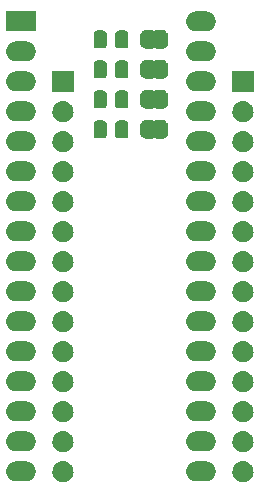
<source format=gbr>
%TF.GenerationSoftware,KiCad,Pcbnew,7.0.9*%
%TF.CreationDate,2023-12-21T11:34:42+00:00*%
%TF.ProjectId,flash-rom-expansion,666c6173-682d-4726-9f6d-2d657870616e,0*%
%TF.SameCoordinates,Original*%
%TF.FileFunction,Soldermask,Bot*%
%TF.FilePolarity,Negative*%
%FSLAX46Y46*%
G04 Gerber Fmt 4.6, Leading zero omitted, Abs format (unit mm)*
G04 Created by KiCad (PCBNEW 7.0.9) date 2023-12-21 11:34:42*
%MOMM*%
%LPD*%
G01*
G04 APERTURE LIST*
G04 APERTURE END LIST*
G36*
X142717983Y-119729936D02*
G01*
X142768180Y-119729936D01*
X142811524Y-119739149D01*
X142849659Y-119742905D01*
X142897566Y-119757437D01*
X142952424Y-119769098D01*
X142987530Y-119784728D01*
X143018566Y-119794143D01*
X143067884Y-119820504D01*
X143124500Y-119845711D01*
X143150822Y-119864835D01*
X143174232Y-119877348D01*
X143221988Y-119916540D01*
X143276887Y-119956427D01*
X143294711Y-119976223D01*
X143310675Y-119989324D01*
X143353572Y-120041594D01*
X143402924Y-120096405D01*
X143413292Y-120114363D01*
X143422651Y-120125767D01*
X143457273Y-120190542D01*
X143497104Y-120259530D01*
X143501685Y-120273630D01*
X143505856Y-120281433D01*
X143528852Y-120357242D01*
X143555311Y-120438672D01*
X143556242Y-120447532D01*
X143557094Y-120450340D01*
X143565384Y-120534513D01*
X143575000Y-120626000D01*
X143565383Y-120717494D01*
X143557094Y-120801659D01*
X143556242Y-120804466D01*
X143555311Y-120813328D01*
X143528848Y-120894771D01*
X143505856Y-120970566D01*
X143501686Y-120978366D01*
X143497104Y-120992470D01*
X143457266Y-121061470D01*
X143422651Y-121126232D01*
X143413294Y-121137633D01*
X143402924Y-121155595D01*
X143353563Y-121210415D01*
X143310675Y-121262675D01*
X143294714Y-121275773D01*
X143276887Y-121295573D01*
X143221977Y-121335467D01*
X143174232Y-121374651D01*
X143150827Y-121387161D01*
X143124500Y-121406289D01*
X143067873Y-121431500D01*
X143018566Y-121457856D01*
X142987537Y-121467268D01*
X142952424Y-121482902D01*
X142897555Y-121494564D01*
X142849659Y-121509094D01*
X142811532Y-121512849D01*
X142768180Y-121522064D01*
X142717973Y-121522064D01*
X142674000Y-121526395D01*
X142630027Y-121522064D01*
X142579820Y-121522064D01*
X142536467Y-121512849D01*
X142498340Y-121509094D01*
X142450441Y-121494563D01*
X142395576Y-121482902D01*
X142360464Y-121467269D01*
X142329433Y-121457856D01*
X142280120Y-121431498D01*
X142223500Y-121406289D01*
X142197175Y-121387163D01*
X142173767Y-121374651D01*
X142126013Y-121335460D01*
X142071113Y-121295573D01*
X142053287Y-121275776D01*
X142037324Y-121262675D01*
X141994425Y-121210402D01*
X141945076Y-121155595D01*
X141934708Y-121137637D01*
X141925348Y-121126232D01*
X141890719Y-121061447D01*
X141850896Y-120992470D01*
X141846315Y-120978371D01*
X141842143Y-120970566D01*
X141819136Y-120894725D01*
X141792689Y-120813328D01*
X141791758Y-120804471D01*
X141790905Y-120801659D01*
X141782600Y-120717342D01*
X141773000Y-120626000D01*
X141782599Y-120534664D01*
X141790905Y-120450340D01*
X141791758Y-120447527D01*
X141792689Y-120438672D01*
X141819132Y-120357288D01*
X141842143Y-120281433D01*
X141846315Y-120273626D01*
X141850896Y-120259530D01*
X141890712Y-120190565D01*
X141925348Y-120125767D01*
X141934710Y-120114359D01*
X141945076Y-120096405D01*
X141994416Y-120041607D01*
X142037324Y-119989324D01*
X142053291Y-119976219D01*
X142071113Y-119956427D01*
X142126002Y-119916546D01*
X142173767Y-119877348D01*
X142197180Y-119864833D01*
X142223500Y-119845711D01*
X142280109Y-119820506D01*
X142329433Y-119794143D01*
X142360471Y-119784727D01*
X142395576Y-119769098D01*
X142450430Y-119757438D01*
X142498340Y-119742905D01*
X142536476Y-119739148D01*
X142579820Y-119729936D01*
X142630016Y-119729936D01*
X142674000Y-119725604D01*
X142717983Y-119729936D01*
G37*
G36*
X157957983Y-119729936D02*
G01*
X158008180Y-119729936D01*
X158051524Y-119739149D01*
X158089659Y-119742905D01*
X158137566Y-119757437D01*
X158192424Y-119769098D01*
X158227530Y-119784728D01*
X158258566Y-119794143D01*
X158307884Y-119820504D01*
X158364500Y-119845711D01*
X158390822Y-119864835D01*
X158414232Y-119877348D01*
X158461988Y-119916540D01*
X158516887Y-119956427D01*
X158534711Y-119976223D01*
X158550675Y-119989324D01*
X158593572Y-120041594D01*
X158642924Y-120096405D01*
X158653292Y-120114363D01*
X158662651Y-120125767D01*
X158697273Y-120190542D01*
X158737104Y-120259530D01*
X158741685Y-120273630D01*
X158745856Y-120281433D01*
X158768852Y-120357242D01*
X158795311Y-120438672D01*
X158796242Y-120447532D01*
X158797094Y-120450340D01*
X158805384Y-120534513D01*
X158815000Y-120626000D01*
X158805383Y-120717494D01*
X158797094Y-120801659D01*
X158796242Y-120804466D01*
X158795311Y-120813328D01*
X158768848Y-120894771D01*
X158745856Y-120970566D01*
X158741686Y-120978366D01*
X158737104Y-120992470D01*
X158697266Y-121061470D01*
X158662651Y-121126232D01*
X158653294Y-121137633D01*
X158642924Y-121155595D01*
X158593563Y-121210415D01*
X158550675Y-121262675D01*
X158534714Y-121275773D01*
X158516887Y-121295573D01*
X158461977Y-121335467D01*
X158414232Y-121374651D01*
X158390827Y-121387161D01*
X158364500Y-121406289D01*
X158307873Y-121431500D01*
X158258566Y-121457856D01*
X158227537Y-121467268D01*
X158192424Y-121482902D01*
X158137555Y-121494564D01*
X158089659Y-121509094D01*
X158051532Y-121512849D01*
X158008180Y-121522064D01*
X157957973Y-121522064D01*
X157914000Y-121526395D01*
X157870027Y-121522064D01*
X157819820Y-121522064D01*
X157776467Y-121512849D01*
X157738340Y-121509094D01*
X157690441Y-121494563D01*
X157635576Y-121482902D01*
X157600464Y-121467269D01*
X157569433Y-121457856D01*
X157520120Y-121431498D01*
X157463500Y-121406289D01*
X157437175Y-121387163D01*
X157413767Y-121374651D01*
X157366013Y-121335460D01*
X157311113Y-121295573D01*
X157293287Y-121275776D01*
X157277324Y-121262675D01*
X157234425Y-121210402D01*
X157185076Y-121155595D01*
X157174708Y-121137637D01*
X157165348Y-121126232D01*
X157130719Y-121061447D01*
X157090896Y-120992470D01*
X157086315Y-120978371D01*
X157082143Y-120970566D01*
X157059136Y-120894725D01*
X157032689Y-120813328D01*
X157031758Y-120804471D01*
X157030905Y-120801659D01*
X157022600Y-120717342D01*
X157013000Y-120626000D01*
X157022599Y-120534664D01*
X157030905Y-120450340D01*
X157031758Y-120447527D01*
X157032689Y-120438672D01*
X157059132Y-120357288D01*
X157082143Y-120281433D01*
X157086315Y-120273626D01*
X157090896Y-120259530D01*
X157130712Y-120190565D01*
X157165348Y-120125767D01*
X157174710Y-120114359D01*
X157185076Y-120096405D01*
X157234416Y-120041607D01*
X157277324Y-119989324D01*
X157293291Y-119976219D01*
X157311113Y-119956427D01*
X157366002Y-119916546D01*
X157413767Y-119877348D01*
X157437180Y-119864833D01*
X157463500Y-119845711D01*
X157520109Y-119820506D01*
X157569433Y-119794143D01*
X157600471Y-119784727D01*
X157635576Y-119769098D01*
X157690430Y-119757438D01*
X157738340Y-119742905D01*
X157776476Y-119739148D01*
X157819820Y-119729936D01*
X157870016Y-119729936D01*
X157914000Y-119725604D01*
X157957983Y-119729936D01*
G37*
G36*
X139563979Y-119757493D02*
G01*
X139600906Y-119759366D01*
X139601761Y-119759541D01*
X139610009Y-119759989D01*
X139695379Y-119778780D01*
X139772562Y-119794641D01*
X139777958Y-119796956D01*
X139789726Y-119799547D01*
X139863110Y-119833498D01*
X139930677Y-119862494D01*
X139940381Y-119869248D01*
X139956736Y-119876815D01*
X140016216Y-119922030D01*
X140071901Y-119960788D01*
X140084143Y-119973667D01*
X140103232Y-119988178D01*
X140147695Y-120040524D01*
X140190437Y-120085489D01*
X140202975Y-120105605D01*
X140222363Y-120128430D01*
X140251738Y-120183837D01*
X140281453Y-120231510D01*
X140291742Y-120259293D01*
X140308559Y-120291012D01*
X140323739Y-120345686D01*
X140341208Y-120392854D01*
X140346591Y-120427992D01*
X140357789Y-120468324D01*
X140360538Y-120519035D01*
X140367263Y-120562929D01*
X140365163Y-120604329D01*
X140367752Y-120652072D01*
X140360497Y-120696319D01*
X140358548Y-120734768D01*
X140346680Y-120780605D01*
X140337981Y-120833667D01*
X140323589Y-120869787D01*
X140315422Y-120901332D01*
X140291978Y-120949124D01*
X140269869Y-121004616D01*
X140251389Y-121031870D01*
X140239648Y-121055808D01*
X140203475Y-121102539D01*
X140166600Y-121156926D01*
X140147020Y-121175472D01*
X140134331Y-121191866D01*
X140085067Y-121234157D01*
X140033003Y-121283475D01*
X140015003Y-121294305D01*
X140003780Y-121303940D01*
X139941987Y-121338237D01*
X139875326Y-121378347D01*
X139861071Y-121383149D01*
X139853344Y-121387439D01*
X139780639Y-121410250D01*
X139700940Y-121437104D01*
X139691927Y-121438084D01*
X139689174Y-121438948D01*
X139609295Y-121447070D01*
X139518000Y-121457000D01*
X139511657Y-121457000D01*
X138721177Y-121457000D01*
X138718000Y-121457000D01*
X138671865Y-121454498D01*
X138635093Y-121452633D01*
X138634243Y-121452458D01*
X138625991Y-121452011D01*
X138540566Y-121433207D01*
X138463437Y-121417358D01*
X138458044Y-121415043D01*
X138446274Y-121412453D01*
X138372872Y-121378493D01*
X138305322Y-121349505D01*
X138295619Y-121342752D01*
X138279264Y-121335185D01*
X138219778Y-121289965D01*
X138164098Y-121251211D01*
X138151855Y-121238332D01*
X138132768Y-121223822D01*
X138088304Y-121171475D01*
X138045562Y-121126510D01*
X138033022Y-121106392D01*
X138013637Y-121083570D01*
X137984263Y-121028166D01*
X137954546Y-120980489D01*
X137944255Y-120952702D01*
X137927441Y-120920988D01*
X137912262Y-120866320D01*
X137894791Y-120819145D01*
X137889406Y-120784000D01*
X137878211Y-120743676D01*
X137875461Y-120692973D01*
X137868736Y-120649070D01*
X137870836Y-120607660D01*
X137868248Y-120559928D01*
X137875500Y-120515689D01*
X137877451Y-120477231D01*
X137889322Y-120431381D01*
X137898019Y-120378333D01*
X137912407Y-120342221D01*
X137920577Y-120310667D01*
X137944027Y-120262859D01*
X137966131Y-120207384D01*
X137984604Y-120180137D01*
X137996351Y-120156191D01*
X138032537Y-120109442D01*
X138069400Y-120055074D01*
X138088972Y-120036533D01*
X138101668Y-120020133D01*
X138150953Y-119977823D01*
X138202997Y-119928525D01*
X138220989Y-119917699D01*
X138232219Y-119908059D01*
X138294045Y-119873742D01*
X138360674Y-119833653D01*
X138374921Y-119828852D01*
X138382655Y-119824560D01*
X138455417Y-119801730D01*
X138535060Y-119774896D01*
X138544066Y-119773916D01*
X138546825Y-119773051D01*
X138626790Y-119764919D01*
X138718000Y-119755000D01*
X139518000Y-119755000D01*
X139563979Y-119757493D01*
G37*
G36*
X154803979Y-119757493D02*
G01*
X154840906Y-119759366D01*
X154841761Y-119759541D01*
X154850009Y-119759989D01*
X154935379Y-119778780D01*
X155012562Y-119794641D01*
X155017958Y-119796956D01*
X155029726Y-119799547D01*
X155103110Y-119833498D01*
X155170677Y-119862494D01*
X155180381Y-119869248D01*
X155196736Y-119876815D01*
X155256216Y-119922030D01*
X155311901Y-119960788D01*
X155324143Y-119973667D01*
X155343232Y-119988178D01*
X155387695Y-120040524D01*
X155430437Y-120085489D01*
X155442975Y-120105605D01*
X155462363Y-120128430D01*
X155491738Y-120183837D01*
X155521453Y-120231510D01*
X155531742Y-120259293D01*
X155548559Y-120291012D01*
X155563739Y-120345686D01*
X155581208Y-120392854D01*
X155586591Y-120427992D01*
X155597789Y-120468324D01*
X155600538Y-120519035D01*
X155607263Y-120562929D01*
X155605163Y-120604329D01*
X155607752Y-120652072D01*
X155600497Y-120696319D01*
X155598548Y-120734768D01*
X155586680Y-120780605D01*
X155577981Y-120833667D01*
X155563589Y-120869787D01*
X155555422Y-120901332D01*
X155531978Y-120949124D01*
X155509869Y-121004616D01*
X155491389Y-121031870D01*
X155479648Y-121055808D01*
X155443475Y-121102539D01*
X155406600Y-121156926D01*
X155387020Y-121175472D01*
X155374331Y-121191866D01*
X155325067Y-121234157D01*
X155273003Y-121283475D01*
X155255003Y-121294305D01*
X155243780Y-121303940D01*
X155181987Y-121338237D01*
X155115326Y-121378347D01*
X155101071Y-121383149D01*
X155093344Y-121387439D01*
X155020639Y-121410250D01*
X154940940Y-121437104D01*
X154931927Y-121438084D01*
X154929174Y-121438948D01*
X154849295Y-121447070D01*
X154758000Y-121457000D01*
X154751657Y-121457000D01*
X153961177Y-121457000D01*
X153958000Y-121457000D01*
X153911865Y-121454498D01*
X153875093Y-121452633D01*
X153874243Y-121452458D01*
X153865991Y-121452011D01*
X153780566Y-121433207D01*
X153703437Y-121417358D01*
X153698044Y-121415043D01*
X153686274Y-121412453D01*
X153612872Y-121378493D01*
X153545322Y-121349505D01*
X153535619Y-121342752D01*
X153519264Y-121335185D01*
X153459778Y-121289965D01*
X153404098Y-121251211D01*
X153391855Y-121238332D01*
X153372768Y-121223822D01*
X153328304Y-121171475D01*
X153285562Y-121126510D01*
X153273022Y-121106392D01*
X153253637Y-121083570D01*
X153224263Y-121028166D01*
X153194546Y-120980489D01*
X153184255Y-120952702D01*
X153167441Y-120920988D01*
X153152262Y-120866320D01*
X153134791Y-120819145D01*
X153129406Y-120784000D01*
X153118211Y-120743676D01*
X153115461Y-120692973D01*
X153108736Y-120649070D01*
X153110836Y-120607660D01*
X153108248Y-120559928D01*
X153115500Y-120515689D01*
X153117451Y-120477231D01*
X153129322Y-120431381D01*
X153138019Y-120378333D01*
X153152407Y-120342221D01*
X153160577Y-120310667D01*
X153184027Y-120262859D01*
X153206131Y-120207384D01*
X153224604Y-120180137D01*
X153236351Y-120156191D01*
X153272537Y-120109442D01*
X153309400Y-120055074D01*
X153328972Y-120036533D01*
X153341668Y-120020133D01*
X153390953Y-119977823D01*
X153442997Y-119928525D01*
X153460989Y-119917699D01*
X153472219Y-119908059D01*
X153534045Y-119873742D01*
X153600674Y-119833653D01*
X153614921Y-119828852D01*
X153622655Y-119824560D01*
X153695417Y-119801730D01*
X153775060Y-119774896D01*
X153784066Y-119773916D01*
X153786825Y-119773051D01*
X153866790Y-119764919D01*
X153958000Y-119755000D01*
X154758000Y-119755000D01*
X154803979Y-119757493D01*
G37*
G36*
X142717983Y-117189936D02*
G01*
X142768180Y-117189936D01*
X142811524Y-117199149D01*
X142849659Y-117202905D01*
X142897566Y-117217437D01*
X142952424Y-117229098D01*
X142987530Y-117244728D01*
X143018566Y-117254143D01*
X143067884Y-117280504D01*
X143124500Y-117305711D01*
X143150822Y-117324835D01*
X143174232Y-117337348D01*
X143221988Y-117376540D01*
X143276887Y-117416427D01*
X143294711Y-117436223D01*
X143310675Y-117449324D01*
X143353572Y-117501594D01*
X143402924Y-117556405D01*
X143413292Y-117574363D01*
X143422651Y-117585767D01*
X143457273Y-117650542D01*
X143497104Y-117719530D01*
X143501685Y-117733630D01*
X143505856Y-117741433D01*
X143528852Y-117817242D01*
X143555311Y-117898672D01*
X143556242Y-117907532D01*
X143557094Y-117910340D01*
X143565384Y-117994513D01*
X143575000Y-118086000D01*
X143565383Y-118177494D01*
X143557094Y-118261659D01*
X143556242Y-118264466D01*
X143555311Y-118273328D01*
X143528848Y-118354771D01*
X143505856Y-118430566D01*
X143501686Y-118438366D01*
X143497104Y-118452470D01*
X143457266Y-118521470D01*
X143422651Y-118586232D01*
X143413294Y-118597633D01*
X143402924Y-118615595D01*
X143353563Y-118670415D01*
X143310675Y-118722675D01*
X143294714Y-118735773D01*
X143276887Y-118755573D01*
X143221977Y-118795467D01*
X143174232Y-118834651D01*
X143150827Y-118847161D01*
X143124500Y-118866289D01*
X143067873Y-118891500D01*
X143018566Y-118917856D01*
X142987537Y-118927268D01*
X142952424Y-118942902D01*
X142897555Y-118954564D01*
X142849659Y-118969094D01*
X142811532Y-118972849D01*
X142768180Y-118982064D01*
X142717973Y-118982064D01*
X142674000Y-118986395D01*
X142630027Y-118982064D01*
X142579820Y-118982064D01*
X142536467Y-118972849D01*
X142498340Y-118969094D01*
X142450441Y-118954563D01*
X142395576Y-118942902D01*
X142360464Y-118927269D01*
X142329433Y-118917856D01*
X142280120Y-118891498D01*
X142223500Y-118866289D01*
X142197175Y-118847163D01*
X142173767Y-118834651D01*
X142126013Y-118795460D01*
X142071113Y-118755573D01*
X142053287Y-118735776D01*
X142037324Y-118722675D01*
X141994425Y-118670402D01*
X141945076Y-118615595D01*
X141934708Y-118597637D01*
X141925348Y-118586232D01*
X141890719Y-118521447D01*
X141850896Y-118452470D01*
X141846315Y-118438371D01*
X141842143Y-118430566D01*
X141819136Y-118354725D01*
X141792689Y-118273328D01*
X141791758Y-118264471D01*
X141790905Y-118261659D01*
X141782600Y-118177342D01*
X141773000Y-118086000D01*
X141782599Y-117994664D01*
X141790905Y-117910340D01*
X141791758Y-117907527D01*
X141792689Y-117898672D01*
X141819132Y-117817288D01*
X141842143Y-117741433D01*
X141846315Y-117733626D01*
X141850896Y-117719530D01*
X141890712Y-117650565D01*
X141925348Y-117585767D01*
X141934710Y-117574359D01*
X141945076Y-117556405D01*
X141994416Y-117501607D01*
X142037324Y-117449324D01*
X142053291Y-117436219D01*
X142071113Y-117416427D01*
X142126002Y-117376546D01*
X142173767Y-117337348D01*
X142197180Y-117324833D01*
X142223500Y-117305711D01*
X142280109Y-117280506D01*
X142329433Y-117254143D01*
X142360471Y-117244727D01*
X142395576Y-117229098D01*
X142450430Y-117217438D01*
X142498340Y-117202905D01*
X142536476Y-117199148D01*
X142579820Y-117189936D01*
X142630016Y-117189936D01*
X142674000Y-117185604D01*
X142717983Y-117189936D01*
G37*
G36*
X157957983Y-117189936D02*
G01*
X158008180Y-117189936D01*
X158051524Y-117199149D01*
X158089659Y-117202905D01*
X158137566Y-117217437D01*
X158192424Y-117229098D01*
X158227530Y-117244728D01*
X158258566Y-117254143D01*
X158307884Y-117280504D01*
X158364500Y-117305711D01*
X158390822Y-117324835D01*
X158414232Y-117337348D01*
X158461988Y-117376540D01*
X158516887Y-117416427D01*
X158534711Y-117436223D01*
X158550675Y-117449324D01*
X158593572Y-117501594D01*
X158642924Y-117556405D01*
X158653292Y-117574363D01*
X158662651Y-117585767D01*
X158697273Y-117650542D01*
X158737104Y-117719530D01*
X158741685Y-117733630D01*
X158745856Y-117741433D01*
X158768852Y-117817242D01*
X158795311Y-117898672D01*
X158796242Y-117907532D01*
X158797094Y-117910340D01*
X158805384Y-117994513D01*
X158815000Y-118086000D01*
X158805383Y-118177494D01*
X158797094Y-118261659D01*
X158796242Y-118264466D01*
X158795311Y-118273328D01*
X158768848Y-118354771D01*
X158745856Y-118430566D01*
X158741686Y-118438366D01*
X158737104Y-118452470D01*
X158697266Y-118521470D01*
X158662651Y-118586232D01*
X158653294Y-118597633D01*
X158642924Y-118615595D01*
X158593563Y-118670415D01*
X158550675Y-118722675D01*
X158534714Y-118735773D01*
X158516887Y-118755573D01*
X158461977Y-118795467D01*
X158414232Y-118834651D01*
X158390827Y-118847161D01*
X158364500Y-118866289D01*
X158307873Y-118891500D01*
X158258566Y-118917856D01*
X158227537Y-118927268D01*
X158192424Y-118942902D01*
X158137555Y-118954564D01*
X158089659Y-118969094D01*
X158051532Y-118972849D01*
X158008180Y-118982064D01*
X157957973Y-118982064D01*
X157914000Y-118986395D01*
X157870027Y-118982064D01*
X157819820Y-118982064D01*
X157776467Y-118972849D01*
X157738340Y-118969094D01*
X157690441Y-118954563D01*
X157635576Y-118942902D01*
X157600464Y-118927269D01*
X157569433Y-118917856D01*
X157520120Y-118891498D01*
X157463500Y-118866289D01*
X157437175Y-118847163D01*
X157413767Y-118834651D01*
X157366013Y-118795460D01*
X157311113Y-118755573D01*
X157293287Y-118735776D01*
X157277324Y-118722675D01*
X157234425Y-118670402D01*
X157185076Y-118615595D01*
X157174708Y-118597637D01*
X157165348Y-118586232D01*
X157130719Y-118521447D01*
X157090896Y-118452470D01*
X157086315Y-118438371D01*
X157082143Y-118430566D01*
X157059136Y-118354725D01*
X157032689Y-118273328D01*
X157031758Y-118264471D01*
X157030905Y-118261659D01*
X157022600Y-118177342D01*
X157013000Y-118086000D01*
X157022599Y-117994664D01*
X157030905Y-117910340D01*
X157031758Y-117907527D01*
X157032689Y-117898672D01*
X157059132Y-117817288D01*
X157082143Y-117741433D01*
X157086315Y-117733626D01*
X157090896Y-117719530D01*
X157130712Y-117650565D01*
X157165348Y-117585767D01*
X157174710Y-117574359D01*
X157185076Y-117556405D01*
X157234416Y-117501607D01*
X157277324Y-117449324D01*
X157293291Y-117436219D01*
X157311113Y-117416427D01*
X157366002Y-117376546D01*
X157413767Y-117337348D01*
X157437180Y-117324833D01*
X157463500Y-117305711D01*
X157520109Y-117280506D01*
X157569433Y-117254143D01*
X157600471Y-117244727D01*
X157635576Y-117229098D01*
X157690430Y-117217438D01*
X157738340Y-117202905D01*
X157776476Y-117199148D01*
X157819820Y-117189936D01*
X157870016Y-117189936D01*
X157914000Y-117185604D01*
X157957983Y-117189936D01*
G37*
G36*
X139563979Y-117217493D02*
G01*
X139600906Y-117219366D01*
X139601761Y-117219541D01*
X139610009Y-117219989D01*
X139695379Y-117238780D01*
X139772562Y-117254641D01*
X139777958Y-117256956D01*
X139789726Y-117259547D01*
X139863110Y-117293498D01*
X139930677Y-117322494D01*
X139940381Y-117329248D01*
X139956736Y-117336815D01*
X140016216Y-117382030D01*
X140071901Y-117420788D01*
X140084143Y-117433667D01*
X140103232Y-117448178D01*
X140147695Y-117500524D01*
X140190437Y-117545489D01*
X140202975Y-117565605D01*
X140222363Y-117588430D01*
X140251738Y-117643837D01*
X140281453Y-117691510D01*
X140291742Y-117719293D01*
X140308559Y-117751012D01*
X140323739Y-117805686D01*
X140341208Y-117852854D01*
X140346591Y-117887992D01*
X140357789Y-117928324D01*
X140360538Y-117979035D01*
X140367263Y-118022929D01*
X140365163Y-118064329D01*
X140367752Y-118112072D01*
X140360497Y-118156319D01*
X140358548Y-118194768D01*
X140346680Y-118240605D01*
X140337981Y-118293667D01*
X140323589Y-118329787D01*
X140315422Y-118361332D01*
X140291978Y-118409124D01*
X140269869Y-118464616D01*
X140251389Y-118491870D01*
X140239648Y-118515808D01*
X140203475Y-118562539D01*
X140166600Y-118616926D01*
X140147020Y-118635472D01*
X140134331Y-118651866D01*
X140085067Y-118694157D01*
X140033003Y-118743475D01*
X140015003Y-118754305D01*
X140003780Y-118763940D01*
X139941987Y-118798237D01*
X139875326Y-118838347D01*
X139861071Y-118843149D01*
X139853344Y-118847439D01*
X139780639Y-118870250D01*
X139700940Y-118897104D01*
X139691927Y-118898084D01*
X139689174Y-118898948D01*
X139609295Y-118907070D01*
X139518000Y-118917000D01*
X139511657Y-118917000D01*
X138721177Y-118917000D01*
X138718000Y-118917000D01*
X138671865Y-118914498D01*
X138635093Y-118912633D01*
X138634243Y-118912458D01*
X138625991Y-118912011D01*
X138540566Y-118893207D01*
X138463437Y-118877358D01*
X138458044Y-118875043D01*
X138446274Y-118872453D01*
X138372872Y-118838493D01*
X138305322Y-118809505D01*
X138295619Y-118802752D01*
X138279264Y-118795185D01*
X138219778Y-118749965D01*
X138164098Y-118711211D01*
X138151855Y-118698332D01*
X138132768Y-118683822D01*
X138088304Y-118631475D01*
X138045562Y-118586510D01*
X138033022Y-118566392D01*
X138013637Y-118543570D01*
X137984263Y-118488166D01*
X137954546Y-118440489D01*
X137944255Y-118412702D01*
X137927441Y-118380988D01*
X137912262Y-118326320D01*
X137894791Y-118279145D01*
X137889406Y-118244000D01*
X137878211Y-118203676D01*
X137875461Y-118152973D01*
X137868736Y-118109070D01*
X137870836Y-118067660D01*
X137868248Y-118019928D01*
X137875500Y-117975689D01*
X137877451Y-117937231D01*
X137889322Y-117891381D01*
X137898019Y-117838333D01*
X137912407Y-117802221D01*
X137920577Y-117770667D01*
X137944027Y-117722859D01*
X137966131Y-117667384D01*
X137984604Y-117640137D01*
X137996351Y-117616191D01*
X138032537Y-117569442D01*
X138069400Y-117515074D01*
X138088972Y-117496533D01*
X138101668Y-117480133D01*
X138150953Y-117437823D01*
X138202997Y-117388525D01*
X138220989Y-117377699D01*
X138232219Y-117368059D01*
X138294045Y-117333742D01*
X138360674Y-117293653D01*
X138374921Y-117288852D01*
X138382655Y-117284560D01*
X138455417Y-117261730D01*
X138535060Y-117234896D01*
X138544066Y-117233916D01*
X138546825Y-117233051D01*
X138626790Y-117224919D01*
X138718000Y-117215000D01*
X139518000Y-117215000D01*
X139563979Y-117217493D01*
G37*
G36*
X154803979Y-117217493D02*
G01*
X154840906Y-117219366D01*
X154841761Y-117219541D01*
X154850009Y-117219989D01*
X154935379Y-117238780D01*
X155012562Y-117254641D01*
X155017958Y-117256956D01*
X155029726Y-117259547D01*
X155103110Y-117293498D01*
X155170677Y-117322494D01*
X155180381Y-117329248D01*
X155196736Y-117336815D01*
X155256216Y-117382030D01*
X155311901Y-117420788D01*
X155324143Y-117433667D01*
X155343232Y-117448178D01*
X155387695Y-117500524D01*
X155430437Y-117545489D01*
X155442975Y-117565605D01*
X155462363Y-117588430D01*
X155491738Y-117643837D01*
X155521453Y-117691510D01*
X155531742Y-117719293D01*
X155548559Y-117751012D01*
X155563739Y-117805686D01*
X155581208Y-117852854D01*
X155586591Y-117887992D01*
X155597789Y-117928324D01*
X155600538Y-117979035D01*
X155607263Y-118022929D01*
X155605163Y-118064329D01*
X155607752Y-118112072D01*
X155600497Y-118156319D01*
X155598548Y-118194768D01*
X155586680Y-118240605D01*
X155577981Y-118293667D01*
X155563589Y-118329787D01*
X155555422Y-118361332D01*
X155531978Y-118409124D01*
X155509869Y-118464616D01*
X155491389Y-118491870D01*
X155479648Y-118515808D01*
X155443475Y-118562539D01*
X155406600Y-118616926D01*
X155387020Y-118635472D01*
X155374331Y-118651866D01*
X155325067Y-118694157D01*
X155273003Y-118743475D01*
X155255003Y-118754305D01*
X155243780Y-118763940D01*
X155181987Y-118798237D01*
X155115326Y-118838347D01*
X155101071Y-118843149D01*
X155093344Y-118847439D01*
X155020639Y-118870250D01*
X154940940Y-118897104D01*
X154931927Y-118898084D01*
X154929174Y-118898948D01*
X154849295Y-118907070D01*
X154758000Y-118917000D01*
X154751657Y-118917000D01*
X153961177Y-118917000D01*
X153958000Y-118917000D01*
X153911865Y-118914498D01*
X153875093Y-118912633D01*
X153874243Y-118912458D01*
X153865991Y-118912011D01*
X153780566Y-118893207D01*
X153703437Y-118877358D01*
X153698044Y-118875043D01*
X153686274Y-118872453D01*
X153612872Y-118838493D01*
X153545322Y-118809505D01*
X153535619Y-118802752D01*
X153519264Y-118795185D01*
X153459778Y-118749965D01*
X153404098Y-118711211D01*
X153391855Y-118698332D01*
X153372768Y-118683822D01*
X153328304Y-118631475D01*
X153285562Y-118586510D01*
X153273022Y-118566392D01*
X153253637Y-118543570D01*
X153224263Y-118488166D01*
X153194546Y-118440489D01*
X153184255Y-118412702D01*
X153167441Y-118380988D01*
X153152262Y-118326320D01*
X153134791Y-118279145D01*
X153129406Y-118244000D01*
X153118211Y-118203676D01*
X153115461Y-118152973D01*
X153108736Y-118109070D01*
X153110836Y-118067660D01*
X153108248Y-118019928D01*
X153115500Y-117975689D01*
X153117451Y-117937231D01*
X153129322Y-117891381D01*
X153138019Y-117838333D01*
X153152407Y-117802221D01*
X153160577Y-117770667D01*
X153184027Y-117722859D01*
X153206131Y-117667384D01*
X153224604Y-117640137D01*
X153236351Y-117616191D01*
X153272537Y-117569442D01*
X153309400Y-117515074D01*
X153328972Y-117496533D01*
X153341668Y-117480133D01*
X153390953Y-117437823D01*
X153442997Y-117388525D01*
X153460989Y-117377699D01*
X153472219Y-117368059D01*
X153534045Y-117333742D01*
X153600674Y-117293653D01*
X153614921Y-117288852D01*
X153622655Y-117284560D01*
X153695417Y-117261730D01*
X153775060Y-117234896D01*
X153784066Y-117233916D01*
X153786825Y-117233051D01*
X153866790Y-117224919D01*
X153958000Y-117215000D01*
X154758000Y-117215000D01*
X154803979Y-117217493D01*
G37*
G36*
X142717983Y-114649936D02*
G01*
X142768180Y-114649936D01*
X142811524Y-114659149D01*
X142849659Y-114662905D01*
X142897566Y-114677437D01*
X142952424Y-114689098D01*
X142987530Y-114704728D01*
X143018566Y-114714143D01*
X143067884Y-114740504D01*
X143124500Y-114765711D01*
X143150822Y-114784835D01*
X143174232Y-114797348D01*
X143221988Y-114836540D01*
X143276887Y-114876427D01*
X143294711Y-114896223D01*
X143310675Y-114909324D01*
X143353572Y-114961594D01*
X143402924Y-115016405D01*
X143413292Y-115034363D01*
X143422651Y-115045767D01*
X143457273Y-115110542D01*
X143497104Y-115179530D01*
X143501685Y-115193630D01*
X143505856Y-115201433D01*
X143528852Y-115277242D01*
X143555311Y-115358672D01*
X143556242Y-115367532D01*
X143557094Y-115370340D01*
X143565384Y-115454513D01*
X143575000Y-115546000D01*
X143565383Y-115637494D01*
X143557094Y-115721659D01*
X143556242Y-115724466D01*
X143555311Y-115733328D01*
X143528848Y-115814771D01*
X143505856Y-115890566D01*
X143501686Y-115898366D01*
X143497104Y-115912470D01*
X143457266Y-115981470D01*
X143422651Y-116046232D01*
X143413294Y-116057633D01*
X143402924Y-116075595D01*
X143353563Y-116130415D01*
X143310675Y-116182675D01*
X143294714Y-116195773D01*
X143276887Y-116215573D01*
X143221977Y-116255467D01*
X143174232Y-116294651D01*
X143150827Y-116307161D01*
X143124500Y-116326289D01*
X143067873Y-116351500D01*
X143018566Y-116377856D01*
X142987537Y-116387268D01*
X142952424Y-116402902D01*
X142897555Y-116414564D01*
X142849659Y-116429094D01*
X142811532Y-116432849D01*
X142768180Y-116442064D01*
X142717973Y-116442064D01*
X142674000Y-116446395D01*
X142630027Y-116442064D01*
X142579820Y-116442064D01*
X142536467Y-116432849D01*
X142498340Y-116429094D01*
X142450441Y-116414563D01*
X142395576Y-116402902D01*
X142360464Y-116387269D01*
X142329433Y-116377856D01*
X142280120Y-116351498D01*
X142223500Y-116326289D01*
X142197175Y-116307163D01*
X142173767Y-116294651D01*
X142126013Y-116255460D01*
X142071113Y-116215573D01*
X142053287Y-116195776D01*
X142037324Y-116182675D01*
X141994425Y-116130402D01*
X141945076Y-116075595D01*
X141934708Y-116057637D01*
X141925348Y-116046232D01*
X141890719Y-115981447D01*
X141850896Y-115912470D01*
X141846315Y-115898371D01*
X141842143Y-115890566D01*
X141819136Y-115814725D01*
X141792689Y-115733328D01*
X141791758Y-115724471D01*
X141790905Y-115721659D01*
X141782600Y-115637342D01*
X141773000Y-115546000D01*
X141782599Y-115454664D01*
X141790905Y-115370340D01*
X141791758Y-115367527D01*
X141792689Y-115358672D01*
X141819132Y-115277288D01*
X141842143Y-115201433D01*
X141846315Y-115193626D01*
X141850896Y-115179530D01*
X141890712Y-115110565D01*
X141925348Y-115045767D01*
X141934710Y-115034359D01*
X141945076Y-115016405D01*
X141994416Y-114961607D01*
X142037324Y-114909324D01*
X142053291Y-114896219D01*
X142071113Y-114876427D01*
X142126002Y-114836546D01*
X142173767Y-114797348D01*
X142197180Y-114784833D01*
X142223500Y-114765711D01*
X142280109Y-114740506D01*
X142329433Y-114714143D01*
X142360471Y-114704727D01*
X142395576Y-114689098D01*
X142450430Y-114677438D01*
X142498340Y-114662905D01*
X142536476Y-114659148D01*
X142579820Y-114649936D01*
X142630016Y-114649936D01*
X142674000Y-114645604D01*
X142717983Y-114649936D01*
G37*
G36*
X157957983Y-114649936D02*
G01*
X158008180Y-114649936D01*
X158051524Y-114659149D01*
X158089659Y-114662905D01*
X158137566Y-114677437D01*
X158192424Y-114689098D01*
X158227530Y-114704728D01*
X158258566Y-114714143D01*
X158307884Y-114740504D01*
X158364500Y-114765711D01*
X158390822Y-114784835D01*
X158414232Y-114797348D01*
X158461988Y-114836540D01*
X158516887Y-114876427D01*
X158534711Y-114896223D01*
X158550675Y-114909324D01*
X158593572Y-114961594D01*
X158642924Y-115016405D01*
X158653292Y-115034363D01*
X158662651Y-115045767D01*
X158697273Y-115110542D01*
X158737104Y-115179530D01*
X158741685Y-115193630D01*
X158745856Y-115201433D01*
X158768852Y-115277242D01*
X158795311Y-115358672D01*
X158796242Y-115367532D01*
X158797094Y-115370340D01*
X158805384Y-115454513D01*
X158815000Y-115546000D01*
X158805383Y-115637494D01*
X158797094Y-115721659D01*
X158796242Y-115724466D01*
X158795311Y-115733328D01*
X158768848Y-115814771D01*
X158745856Y-115890566D01*
X158741686Y-115898366D01*
X158737104Y-115912470D01*
X158697266Y-115981470D01*
X158662651Y-116046232D01*
X158653294Y-116057633D01*
X158642924Y-116075595D01*
X158593563Y-116130415D01*
X158550675Y-116182675D01*
X158534714Y-116195773D01*
X158516887Y-116215573D01*
X158461977Y-116255467D01*
X158414232Y-116294651D01*
X158390827Y-116307161D01*
X158364500Y-116326289D01*
X158307873Y-116351500D01*
X158258566Y-116377856D01*
X158227537Y-116387268D01*
X158192424Y-116402902D01*
X158137555Y-116414564D01*
X158089659Y-116429094D01*
X158051532Y-116432849D01*
X158008180Y-116442064D01*
X157957973Y-116442064D01*
X157914000Y-116446395D01*
X157870027Y-116442064D01*
X157819820Y-116442064D01*
X157776467Y-116432849D01*
X157738340Y-116429094D01*
X157690441Y-116414563D01*
X157635576Y-116402902D01*
X157600464Y-116387269D01*
X157569433Y-116377856D01*
X157520120Y-116351498D01*
X157463500Y-116326289D01*
X157437175Y-116307163D01*
X157413767Y-116294651D01*
X157366013Y-116255460D01*
X157311113Y-116215573D01*
X157293287Y-116195776D01*
X157277324Y-116182675D01*
X157234425Y-116130402D01*
X157185076Y-116075595D01*
X157174708Y-116057637D01*
X157165348Y-116046232D01*
X157130719Y-115981447D01*
X157090896Y-115912470D01*
X157086315Y-115898371D01*
X157082143Y-115890566D01*
X157059136Y-115814725D01*
X157032689Y-115733328D01*
X157031758Y-115724471D01*
X157030905Y-115721659D01*
X157022600Y-115637342D01*
X157013000Y-115546000D01*
X157022599Y-115454664D01*
X157030905Y-115370340D01*
X157031758Y-115367527D01*
X157032689Y-115358672D01*
X157059132Y-115277288D01*
X157082143Y-115201433D01*
X157086315Y-115193626D01*
X157090896Y-115179530D01*
X157130712Y-115110565D01*
X157165348Y-115045767D01*
X157174710Y-115034359D01*
X157185076Y-115016405D01*
X157234416Y-114961607D01*
X157277324Y-114909324D01*
X157293291Y-114896219D01*
X157311113Y-114876427D01*
X157366002Y-114836546D01*
X157413767Y-114797348D01*
X157437180Y-114784833D01*
X157463500Y-114765711D01*
X157520109Y-114740506D01*
X157569433Y-114714143D01*
X157600471Y-114704727D01*
X157635576Y-114689098D01*
X157690430Y-114677438D01*
X157738340Y-114662905D01*
X157776476Y-114659148D01*
X157819820Y-114649936D01*
X157870016Y-114649936D01*
X157914000Y-114645604D01*
X157957983Y-114649936D01*
G37*
G36*
X139563979Y-114677493D02*
G01*
X139600906Y-114679366D01*
X139601761Y-114679541D01*
X139610009Y-114679989D01*
X139695379Y-114698780D01*
X139772562Y-114714641D01*
X139777958Y-114716956D01*
X139789726Y-114719547D01*
X139863110Y-114753498D01*
X139930677Y-114782494D01*
X139940381Y-114789248D01*
X139956736Y-114796815D01*
X140016216Y-114842030D01*
X140071901Y-114880788D01*
X140084143Y-114893667D01*
X140103232Y-114908178D01*
X140147695Y-114960524D01*
X140190437Y-115005489D01*
X140202975Y-115025605D01*
X140222363Y-115048430D01*
X140251738Y-115103837D01*
X140281453Y-115151510D01*
X140291742Y-115179293D01*
X140308559Y-115211012D01*
X140323739Y-115265686D01*
X140341208Y-115312854D01*
X140346591Y-115347992D01*
X140357789Y-115388324D01*
X140360538Y-115439035D01*
X140367263Y-115482929D01*
X140365163Y-115524329D01*
X140367752Y-115572072D01*
X140360497Y-115616319D01*
X140358548Y-115654768D01*
X140346680Y-115700605D01*
X140337981Y-115753667D01*
X140323589Y-115789787D01*
X140315422Y-115821332D01*
X140291978Y-115869124D01*
X140269869Y-115924616D01*
X140251389Y-115951870D01*
X140239648Y-115975808D01*
X140203475Y-116022539D01*
X140166600Y-116076926D01*
X140147020Y-116095472D01*
X140134331Y-116111866D01*
X140085067Y-116154157D01*
X140033003Y-116203475D01*
X140015003Y-116214305D01*
X140003780Y-116223940D01*
X139941987Y-116258237D01*
X139875326Y-116298347D01*
X139861071Y-116303149D01*
X139853344Y-116307439D01*
X139780639Y-116330250D01*
X139700940Y-116357104D01*
X139691927Y-116358084D01*
X139689174Y-116358948D01*
X139609295Y-116367070D01*
X139518000Y-116377000D01*
X139511657Y-116377000D01*
X138721177Y-116377000D01*
X138718000Y-116377000D01*
X138671865Y-116374498D01*
X138635093Y-116372633D01*
X138634243Y-116372458D01*
X138625991Y-116372011D01*
X138540566Y-116353207D01*
X138463437Y-116337358D01*
X138458044Y-116335043D01*
X138446274Y-116332453D01*
X138372872Y-116298493D01*
X138305322Y-116269505D01*
X138295619Y-116262752D01*
X138279264Y-116255185D01*
X138219778Y-116209965D01*
X138164098Y-116171211D01*
X138151855Y-116158332D01*
X138132768Y-116143822D01*
X138088304Y-116091475D01*
X138045562Y-116046510D01*
X138033022Y-116026392D01*
X138013637Y-116003570D01*
X137984263Y-115948166D01*
X137954546Y-115900489D01*
X137944255Y-115872702D01*
X137927441Y-115840988D01*
X137912262Y-115786320D01*
X137894791Y-115739145D01*
X137889406Y-115704000D01*
X137878211Y-115663676D01*
X137875461Y-115612973D01*
X137868736Y-115569070D01*
X137870836Y-115527660D01*
X137868248Y-115479928D01*
X137875500Y-115435689D01*
X137877451Y-115397231D01*
X137889322Y-115351381D01*
X137898019Y-115298333D01*
X137912407Y-115262221D01*
X137920577Y-115230667D01*
X137944027Y-115182859D01*
X137966131Y-115127384D01*
X137984604Y-115100137D01*
X137996351Y-115076191D01*
X138032537Y-115029442D01*
X138069400Y-114975074D01*
X138088972Y-114956533D01*
X138101668Y-114940133D01*
X138150953Y-114897823D01*
X138202997Y-114848525D01*
X138220989Y-114837699D01*
X138232219Y-114828059D01*
X138294045Y-114793742D01*
X138360674Y-114753653D01*
X138374921Y-114748852D01*
X138382655Y-114744560D01*
X138455417Y-114721730D01*
X138535060Y-114694896D01*
X138544066Y-114693916D01*
X138546825Y-114693051D01*
X138626790Y-114684919D01*
X138718000Y-114675000D01*
X139518000Y-114675000D01*
X139563979Y-114677493D01*
G37*
G36*
X154803979Y-114677493D02*
G01*
X154840906Y-114679366D01*
X154841761Y-114679541D01*
X154850009Y-114679989D01*
X154935379Y-114698780D01*
X155012562Y-114714641D01*
X155017958Y-114716956D01*
X155029726Y-114719547D01*
X155103110Y-114753498D01*
X155170677Y-114782494D01*
X155180381Y-114789248D01*
X155196736Y-114796815D01*
X155256216Y-114842030D01*
X155311901Y-114880788D01*
X155324143Y-114893667D01*
X155343232Y-114908178D01*
X155387695Y-114960524D01*
X155430437Y-115005489D01*
X155442975Y-115025605D01*
X155462363Y-115048430D01*
X155491738Y-115103837D01*
X155521453Y-115151510D01*
X155531742Y-115179293D01*
X155548559Y-115211012D01*
X155563739Y-115265686D01*
X155581208Y-115312854D01*
X155586591Y-115347992D01*
X155597789Y-115388324D01*
X155600538Y-115439035D01*
X155607263Y-115482929D01*
X155605163Y-115524329D01*
X155607752Y-115572072D01*
X155600497Y-115616319D01*
X155598548Y-115654768D01*
X155586680Y-115700605D01*
X155577981Y-115753667D01*
X155563589Y-115789787D01*
X155555422Y-115821332D01*
X155531978Y-115869124D01*
X155509869Y-115924616D01*
X155491389Y-115951870D01*
X155479648Y-115975808D01*
X155443475Y-116022539D01*
X155406600Y-116076926D01*
X155387020Y-116095472D01*
X155374331Y-116111866D01*
X155325067Y-116154157D01*
X155273003Y-116203475D01*
X155255003Y-116214305D01*
X155243780Y-116223940D01*
X155181987Y-116258237D01*
X155115326Y-116298347D01*
X155101071Y-116303149D01*
X155093344Y-116307439D01*
X155020639Y-116330250D01*
X154940940Y-116357104D01*
X154931927Y-116358084D01*
X154929174Y-116358948D01*
X154849295Y-116367070D01*
X154758000Y-116377000D01*
X154751657Y-116377000D01*
X153961177Y-116377000D01*
X153958000Y-116377000D01*
X153911865Y-116374498D01*
X153875093Y-116372633D01*
X153874243Y-116372458D01*
X153865991Y-116372011D01*
X153780566Y-116353207D01*
X153703437Y-116337358D01*
X153698044Y-116335043D01*
X153686274Y-116332453D01*
X153612872Y-116298493D01*
X153545322Y-116269505D01*
X153535619Y-116262752D01*
X153519264Y-116255185D01*
X153459778Y-116209965D01*
X153404098Y-116171211D01*
X153391855Y-116158332D01*
X153372768Y-116143822D01*
X153328304Y-116091475D01*
X153285562Y-116046510D01*
X153273022Y-116026392D01*
X153253637Y-116003570D01*
X153224263Y-115948166D01*
X153194546Y-115900489D01*
X153184255Y-115872702D01*
X153167441Y-115840988D01*
X153152262Y-115786320D01*
X153134791Y-115739145D01*
X153129406Y-115704000D01*
X153118211Y-115663676D01*
X153115461Y-115612973D01*
X153108736Y-115569070D01*
X153110836Y-115527660D01*
X153108248Y-115479928D01*
X153115500Y-115435689D01*
X153117451Y-115397231D01*
X153129322Y-115351381D01*
X153138019Y-115298333D01*
X153152407Y-115262221D01*
X153160577Y-115230667D01*
X153184027Y-115182859D01*
X153206131Y-115127384D01*
X153224604Y-115100137D01*
X153236351Y-115076191D01*
X153272537Y-115029442D01*
X153309400Y-114975074D01*
X153328972Y-114956533D01*
X153341668Y-114940133D01*
X153390953Y-114897823D01*
X153442997Y-114848525D01*
X153460989Y-114837699D01*
X153472219Y-114828059D01*
X153534045Y-114793742D01*
X153600674Y-114753653D01*
X153614921Y-114748852D01*
X153622655Y-114744560D01*
X153695417Y-114721730D01*
X153775060Y-114694896D01*
X153784066Y-114693916D01*
X153786825Y-114693051D01*
X153866790Y-114684919D01*
X153958000Y-114675000D01*
X154758000Y-114675000D01*
X154803979Y-114677493D01*
G37*
G36*
X142717983Y-112109936D02*
G01*
X142768180Y-112109936D01*
X142811524Y-112119149D01*
X142849659Y-112122905D01*
X142897566Y-112137437D01*
X142952424Y-112149098D01*
X142987530Y-112164728D01*
X143018566Y-112174143D01*
X143067884Y-112200504D01*
X143124500Y-112225711D01*
X143150822Y-112244835D01*
X143174232Y-112257348D01*
X143221988Y-112296540D01*
X143276887Y-112336427D01*
X143294711Y-112356223D01*
X143310675Y-112369324D01*
X143353572Y-112421594D01*
X143402924Y-112476405D01*
X143413292Y-112494363D01*
X143422651Y-112505767D01*
X143457273Y-112570542D01*
X143497104Y-112639530D01*
X143501685Y-112653630D01*
X143505856Y-112661433D01*
X143528852Y-112737242D01*
X143555311Y-112818672D01*
X143556242Y-112827532D01*
X143557094Y-112830340D01*
X143565384Y-112914513D01*
X143575000Y-113006000D01*
X143565383Y-113097494D01*
X143557094Y-113181659D01*
X143556242Y-113184466D01*
X143555311Y-113193328D01*
X143528848Y-113274771D01*
X143505856Y-113350566D01*
X143501686Y-113358366D01*
X143497104Y-113372470D01*
X143457266Y-113441470D01*
X143422651Y-113506232D01*
X143413294Y-113517633D01*
X143402924Y-113535595D01*
X143353563Y-113590415D01*
X143310675Y-113642675D01*
X143294714Y-113655773D01*
X143276887Y-113675573D01*
X143221977Y-113715467D01*
X143174232Y-113754651D01*
X143150827Y-113767161D01*
X143124500Y-113786289D01*
X143067873Y-113811500D01*
X143018566Y-113837856D01*
X142987537Y-113847268D01*
X142952424Y-113862902D01*
X142897555Y-113874564D01*
X142849659Y-113889094D01*
X142811532Y-113892849D01*
X142768180Y-113902064D01*
X142717973Y-113902064D01*
X142674000Y-113906395D01*
X142630027Y-113902064D01*
X142579820Y-113902064D01*
X142536467Y-113892849D01*
X142498340Y-113889094D01*
X142450441Y-113874563D01*
X142395576Y-113862902D01*
X142360464Y-113847269D01*
X142329433Y-113837856D01*
X142280120Y-113811498D01*
X142223500Y-113786289D01*
X142197175Y-113767163D01*
X142173767Y-113754651D01*
X142126013Y-113715460D01*
X142071113Y-113675573D01*
X142053287Y-113655776D01*
X142037324Y-113642675D01*
X141994425Y-113590402D01*
X141945076Y-113535595D01*
X141934708Y-113517637D01*
X141925348Y-113506232D01*
X141890719Y-113441447D01*
X141850896Y-113372470D01*
X141846315Y-113358371D01*
X141842143Y-113350566D01*
X141819136Y-113274725D01*
X141792689Y-113193328D01*
X141791758Y-113184471D01*
X141790905Y-113181659D01*
X141782600Y-113097342D01*
X141773000Y-113006000D01*
X141782599Y-112914664D01*
X141790905Y-112830340D01*
X141791758Y-112827527D01*
X141792689Y-112818672D01*
X141819132Y-112737288D01*
X141842143Y-112661433D01*
X141846315Y-112653626D01*
X141850896Y-112639530D01*
X141890712Y-112570565D01*
X141925348Y-112505767D01*
X141934710Y-112494359D01*
X141945076Y-112476405D01*
X141994416Y-112421607D01*
X142037324Y-112369324D01*
X142053291Y-112356219D01*
X142071113Y-112336427D01*
X142126002Y-112296546D01*
X142173767Y-112257348D01*
X142197180Y-112244833D01*
X142223500Y-112225711D01*
X142280109Y-112200506D01*
X142329433Y-112174143D01*
X142360471Y-112164727D01*
X142395576Y-112149098D01*
X142450430Y-112137438D01*
X142498340Y-112122905D01*
X142536476Y-112119148D01*
X142579820Y-112109936D01*
X142630016Y-112109936D01*
X142674000Y-112105604D01*
X142717983Y-112109936D01*
G37*
G36*
X157957983Y-112109936D02*
G01*
X158008180Y-112109936D01*
X158051524Y-112119149D01*
X158089659Y-112122905D01*
X158137566Y-112137437D01*
X158192424Y-112149098D01*
X158227530Y-112164728D01*
X158258566Y-112174143D01*
X158307884Y-112200504D01*
X158364500Y-112225711D01*
X158390822Y-112244835D01*
X158414232Y-112257348D01*
X158461988Y-112296540D01*
X158516887Y-112336427D01*
X158534711Y-112356223D01*
X158550675Y-112369324D01*
X158593572Y-112421594D01*
X158642924Y-112476405D01*
X158653292Y-112494363D01*
X158662651Y-112505767D01*
X158697273Y-112570542D01*
X158737104Y-112639530D01*
X158741685Y-112653630D01*
X158745856Y-112661433D01*
X158768852Y-112737242D01*
X158795311Y-112818672D01*
X158796242Y-112827532D01*
X158797094Y-112830340D01*
X158805384Y-112914513D01*
X158815000Y-113006000D01*
X158805383Y-113097494D01*
X158797094Y-113181659D01*
X158796242Y-113184466D01*
X158795311Y-113193328D01*
X158768848Y-113274771D01*
X158745856Y-113350566D01*
X158741686Y-113358366D01*
X158737104Y-113372470D01*
X158697266Y-113441470D01*
X158662651Y-113506232D01*
X158653294Y-113517633D01*
X158642924Y-113535595D01*
X158593563Y-113590415D01*
X158550675Y-113642675D01*
X158534714Y-113655773D01*
X158516887Y-113675573D01*
X158461977Y-113715467D01*
X158414232Y-113754651D01*
X158390827Y-113767161D01*
X158364500Y-113786289D01*
X158307873Y-113811500D01*
X158258566Y-113837856D01*
X158227537Y-113847268D01*
X158192424Y-113862902D01*
X158137555Y-113874564D01*
X158089659Y-113889094D01*
X158051532Y-113892849D01*
X158008180Y-113902064D01*
X157957973Y-113902064D01*
X157914000Y-113906395D01*
X157870027Y-113902064D01*
X157819820Y-113902064D01*
X157776467Y-113892849D01*
X157738340Y-113889094D01*
X157690441Y-113874563D01*
X157635576Y-113862902D01*
X157600464Y-113847269D01*
X157569433Y-113837856D01*
X157520120Y-113811498D01*
X157463500Y-113786289D01*
X157437175Y-113767163D01*
X157413767Y-113754651D01*
X157366013Y-113715460D01*
X157311113Y-113675573D01*
X157293287Y-113655776D01*
X157277324Y-113642675D01*
X157234425Y-113590402D01*
X157185076Y-113535595D01*
X157174708Y-113517637D01*
X157165348Y-113506232D01*
X157130719Y-113441447D01*
X157090896Y-113372470D01*
X157086315Y-113358371D01*
X157082143Y-113350566D01*
X157059136Y-113274725D01*
X157032689Y-113193328D01*
X157031758Y-113184471D01*
X157030905Y-113181659D01*
X157022600Y-113097342D01*
X157013000Y-113006000D01*
X157022599Y-112914664D01*
X157030905Y-112830340D01*
X157031758Y-112827527D01*
X157032689Y-112818672D01*
X157059132Y-112737288D01*
X157082143Y-112661433D01*
X157086315Y-112653626D01*
X157090896Y-112639530D01*
X157130712Y-112570565D01*
X157165348Y-112505767D01*
X157174710Y-112494359D01*
X157185076Y-112476405D01*
X157234416Y-112421607D01*
X157277324Y-112369324D01*
X157293291Y-112356219D01*
X157311113Y-112336427D01*
X157366002Y-112296546D01*
X157413767Y-112257348D01*
X157437180Y-112244833D01*
X157463500Y-112225711D01*
X157520109Y-112200506D01*
X157569433Y-112174143D01*
X157600471Y-112164727D01*
X157635576Y-112149098D01*
X157690430Y-112137438D01*
X157738340Y-112122905D01*
X157776476Y-112119148D01*
X157819820Y-112109936D01*
X157870016Y-112109936D01*
X157914000Y-112105604D01*
X157957983Y-112109936D01*
G37*
G36*
X139563979Y-112137493D02*
G01*
X139600906Y-112139366D01*
X139601761Y-112139541D01*
X139610009Y-112139989D01*
X139695379Y-112158780D01*
X139772562Y-112174641D01*
X139777958Y-112176956D01*
X139789726Y-112179547D01*
X139863110Y-112213498D01*
X139930677Y-112242494D01*
X139940381Y-112249248D01*
X139956736Y-112256815D01*
X140016216Y-112302030D01*
X140071901Y-112340788D01*
X140084143Y-112353667D01*
X140103232Y-112368178D01*
X140147695Y-112420524D01*
X140190437Y-112465489D01*
X140202975Y-112485605D01*
X140222363Y-112508430D01*
X140251738Y-112563837D01*
X140281453Y-112611510D01*
X140291742Y-112639293D01*
X140308559Y-112671012D01*
X140323739Y-112725686D01*
X140341208Y-112772854D01*
X140346591Y-112807992D01*
X140357789Y-112848324D01*
X140360538Y-112899035D01*
X140367263Y-112942929D01*
X140365163Y-112984329D01*
X140367752Y-113032072D01*
X140360497Y-113076319D01*
X140358548Y-113114768D01*
X140346680Y-113160605D01*
X140337981Y-113213667D01*
X140323589Y-113249787D01*
X140315422Y-113281332D01*
X140291978Y-113329124D01*
X140269869Y-113384616D01*
X140251389Y-113411870D01*
X140239648Y-113435808D01*
X140203475Y-113482539D01*
X140166600Y-113536926D01*
X140147020Y-113555472D01*
X140134331Y-113571866D01*
X140085067Y-113614157D01*
X140033003Y-113663475D01*
X140015003Y-113674305D01*
X140003780Y-113683940D01*
X139941987Y-113718237D01*
X139875326Y-113758347D01*
X139861071Y-113763149D01*
X139853344Y-113767439D01*
X139780639Y-113790250D01*
X139700940Y-113817104D01*
X139691927Y-113818084D01*
X139689174Y-113818948D01*
X139609295Y-113827070D01*
X139518000Y-113837000D01*
X139511657Y-113837000D01*
X138721177Y-113837000D01*
X138718000Y-113837000D01*
X138671865Y-113834498D01*
X138635093Y-113832633D01*
X138634243Y-113832458D01*
X138625991Y-113832011D01*
X138540566Y-113813207D01*
X138463437Y-113797358D01*
X138458044Y-113795043D01*
X138446274Y-113792453D01*
X138372872Y-113758493D01*
X138305322Y-113729505D01*
X138295619Y-113722752D01*
X138279264Y-113715185D01*
X138219778Y-113669965D01*
X138164098Y-113631211D01*
X138151855Y-113618332D01*
X138132768Y-113603822D01*
X138088304Y-113551475D01*
X138045562Y-113506510D01*
X138033022Y-113486392D01*
X138013637Y-113463570D01*
X137984263Y-113408166D01*
X137954546Y-113360489D01*
X137944255Y-113332702D01*
X137927441Y-113300988D01*
X137912262Y-113246320D01*
X137894791Y-113199145D01*
X137889406Y-113164000D01*
X137878211Y-113123676D01*
X137875461Y-113072973D01*
X137868736Y-113029070D01*
X137870836Y-112987660D01*
X137868248Y-112939928D01*
X137875500Y-112895689D01*
X137877451Y-112857231D01*
X137889322Y-112811381D01*
X137898019Y-112758333D01*
X137912407Y-112722221D01*
X137920577Y-112690667D01*
X137944027Y-112642859D01*
X137966131Y-112587384D01*
X137984604Y-112560137D01*
X137996351Y-112536191D01*
X138032537Y-112489442D01*
X138069400Y-112435074D01*
X138088972Y-112416533D01*
X138101668Y-112400133D01*
X138150953Y-112357823D01*
X138202997Y-112308525D01*
X138220989Y-112297699D01*
X138232219Y-112288059D01*
X138294045Y-112253742D01*
X138360674Y-112213653D01*
X138374921Y-112208852D01*
X138382655Y-112204560D01*
X138455417Y-112181730D01*
X138535060Y-112154896D01*
X138544066Y-112153916D01*
X138546825Y-112153051D01*
X138626790Y-112144919D01*
X138718000Y-112135000D01*
X139518000Y-112135000D01*
X139563979Y-112137493D01*
G37*
G36*
X154803979Y-112137493D02*
G01*
X154840906Y-112139366D01*
X154841761Y-112139541D01*
X154850009Y-112139989D01*
X154935379Y-112158780D01*
X155012562Y-112174641D01*
X155017958Y-112176956D01*
X155029726Y-112179547D01*
X155103110Y-112213498D01*
X155170677Y-112242494D01*
X155180381Y-112249248D01*
X155196736Y-112256815D01*
X155256216Y-112302030D01*
X155311901Y-112340788D01*
X155324143Y-112353667D01*
X155343232Y-112368178D01*
X155387695Y-112420524D01*
X155430437Y-112465489D01*
X155442975Y-112485605D01*
X155462363Y-112508430D01*
X155491738Y-112563837D01*
X155521453Y-112611510D01*
X155531742Y-112639293D01*
X155548559Y-112671012D01*
X155563739Y-112725686D01*
X155581208Y-112772854D01*
X155586591Y-112807992D01*
X155597789Y-112848324D01*
X155600538Y-112899035D01*
X155607263Y-112942929D01*
X155605163Y-112984329D01*
X155607752Y-113032072D01*
X155600497Y-113076319D01*
X155598548Y-113114768D01*
X155586680Y-113160605D01*
X155577981Y-113213667D01*
X155563589Y-113249787D01*
X155555422Y-113281332D01*
X155531978Y-113329124D01*
X155509869Y-113384616D01*
X155491389Y-113411870D01*
X155479648Y-113435808D01*
X155443475Y-113482539D01*
X155406600Y-113536926D01*
X155387020Y-113555472D01*
X155374331Y-113571866D01*
X155325067Y-113614157D01*
X155273003Y-113663475D01*
X155255003Y-113674305D01*
X155243780Y-113683940D01*
X155181987Y-113718237D01*
X155115326Y-113758347D01*
X155101071Y-113763149D01*
X155093344Y-113767439D01*
X155020639Y-113790250D01*
X154940940Y-113817104D01*
X154931927Y-113818084D01*
X154929174Y-113818948D01*
X154849295Y-113827070D01*
X154758000Y-113837000D01*
X154751657Y-113837000D01*
X153961177Y-113837000D01*
X153958000Y-113837000D01*
X153911865Y-113834498D01*
X153875093Y-113832633D01*
X153874243Y-113832458D01*
X153865991Y-113832011D01*
X153780566Y-113813207D01*
X153703437Y-113797358D01*
X153698044Y-113795043D01*
X153686274Y-113792453D01*
X153612872Y-113758493D01*
X153545322Y-113729505D01*
X153535619Y-113722752D01*
X153519264Y-113715185D01*
X153459778Y-113669965D01*
X153404098Y-113631211D01*
X153391855Y-113618332D01*
X153372768Y-113603822D01*
X153328304Y-113551475D01*
X153285562Y-113506510D01*
X153273022Y-113486392D01*
X153253637Y-113463570D01*
X153224263Y-113408166D01*
X153194546Y-113360489D01*
X153184255Y-113332702D01*
X153167441Y-113300988D01*
X153152262Y-113246320D01*
X153134791Y-113199145D01*
X153129406Y-113164000D01*
X153118211Y-113123676D01*
X153115461Y-113072973D01*
X153108736Y-113029070D01*
X153110836Y-112987660D01*
X153108248Y-112939928D01*
X153115500Y-112895689D01*
X153117451Y-112857231D01*
X153129322Y-112811381D01*
X153138019Y-112758333D01*
X153152407Y-112722221D01*
X153160577Y-112690667D01*
X153184027Y-112642859D01*
X153206131Y-112587384D01*
X153224604Y-112560137D01*
X153236351Y-112536191D01*
X153272537Y-112489442D01*
X153309400Y-112435074D01*
X153328972Y-112416533D01*
X153341668Y-112400133D01*
X153390953Y-112357823D01*
X153442997Y-112308525D01*
X153460989Y-112297699D01*
X153472219Y-112288059D01*
X153534045Y-112253742D01*
X153600674Y-112213653D01*
X153614921Y-112208852D01*
X153622655Y-112204560D01*
X153695417Y-112181730D01*
X153775060Y-112154896D01*
X153784066Y-112153916D01*
X153786825Y-112153051D01*
X153866790Y-112144919D01*
X153958000Y-112135000D01*
X154758000Y-112135000D01*
X154803979Y-112137493D01*
G37*
G36*
X142717983Y-109569936D02*
G01*
X142768180Y-109569936D01*
X142811524Y-109579149D01*
X142849659Y-109582905D01*
X142897566Y-109597437D01*
X142952424Y-109609098D01*
X142987530Y-109624728D01*
X143018566Y-109634143D01*
X143067884Y-109660504D01*
X143124500Y-109685711D01*
X143150822Y-109704835D01*
X143174232Y-109717348D01*
X143221988Y-109756540D01*
X143276887Y-109796427D01*
X143294711Y-109816223D01*
X143310675Y-109829324D01*
X143353572Y-109881594D01*
X143402924Y-109936405D01*
X143413292Y-109954363D01*
X143422651Y-109965767D01*
X143457273Y-110030542D01*
X143497104Y-110099530D01*
X143501685Y-110113630D01*
X143505856Y-110121433D01*
X143528852Y-110197242D01*
X143555311Y-110278672D01*
X143556242Y-110287532D01*
X143557094Y-110290340D01*
X143565384Y-110374513D01*
X143575000Y-110466000D01*
X143565383Y-110557494D01*
X143557094Y-110641659D01*
X143556242Y-110644466D01*
X143555311Y-110653328D01*
X143528848Y-110734771D01*
X143505856Y-110810566D01*
X143501686Y-110818366D01*
X143497104Y-110832470D01*
X143457266Y-110901470D01*
X143422651Y-110966232D01*
X143413294Y-110977633D01*
X143402924Y-110995595D01*
X143353563Y-111050415D01*
X143310675Y-111102675D01*
X143294714Y-111115773D01*
X143276887Y-111135573D01*
X143221977Y-111175467D01*
X143174232Y-111214651D01*
X143150827Y-111227161D01*
X143124500Y-111246289D01*
X143067873Y-111271500D01*
X143018566Y-111297856D01*
X142987537Y-111307268D01*
X142952424Y-111322902D01*
X142897555Y-111334564D01*
X142849659Y-111349094D01*
X142811532Y-111352849D01*
X142768180Y-111362064D01*
X142717973Y-111362064D01*
X142674000Y-111366395D01*
X142630027Y-111362064D01*
X142579820Y-111362064D01*
X142536467Y-111352849D01*
X142498340Y-111349094D01*
X142450441Y-111334563D01*
X142395576Y-111322902D01*
X142360464Y-111307269D01*
X142329433Y-111297856D01*
X142280120Y-111271498D01*
X142223500Y-111246289D01*
X142197175Y-111227163D01*
X142173767Y-111214651D01*
X142126013Y-111175460D01*
X142071113Y-111135573D01*
X142053287Y-111115776D01*
X142037324Y-111102675D01*
X141994425Y-111050402D01*
X141945076Y-110995595D01*
X141934708Y-110977637D01*
X141925348Y-110966232D01*
X141890719Y-110901447D01*
X141850896Y-110832470D01*
X141846315Y-110818371D01*
X141842143Y-110810566D01*
X141819136Y-110734725D01*
X141792689Y-110653328D01*
X141791758Y-110644471D01*
X141790905Y-110641659D01*
X141782600Y-110557342D01*
X141773000Y-110466000D01*
X141782599Y-110374664D01*
X141790905Y-110290340D01*
X141791758Y-110287527D01*
X141792689Y-110278672D01*
X141819132Y-110197288D01*
X141842143Y-110121433D01*
X141846315Y-110113626D01*
X141850896Y-110099530D01*
X141890712Y-110030565D01*
X141925348Y-109965767D01*
X141934710Y-109954359D01*
X141945076Y-109936405D01*
X141994416Y-109881607D01*
X142037324Y-109829324D01*
X142053291Y-109816219D01*
X142071113Y-109796427D01*
X142126002Y-109756546D01*
X142173767Y-109717348D01*
X142197180Y-109704833D01*
X142223500Y-109685711D01*
X142280109Y-109660506D01*
X142329433Y-109634143D01*
X142360471Y-109624727D01*
X142395576Y-109609098D01*
X142450430Y-109597438D01*
X142498340Y-109582905D01*
X142536476Y-109579148D01*
X142579820Y-109569936D01*
X142630016Y-109569936D01*
X142674000Y-109565604D01*
X142717983Y-109569936D01*
G37*
G36*
X157957983Y-109569936D02*
G01*
X158008180Y-109569936D01*
X158051524Y-109579149D01*
X158089659Y-109582905D01*
X158137566Y-109597437D01*
X158192424Y-109609098D01*
X158227530Y-109624728D01*
X158258566Y-109634143D01*
X158307884Y-109660504D01*
X158364500Y-109685711D01*
X158390822Y-109704835D01*
X158414232Y-109717348D01*
X158461988Y-109756540D01*
X158516887Y-109796427D01*
X158534711Y-109816223D01*
X158550675Y-109829324D01*
X158593572Y-109881594D01*
X158642924Y-109936405D01*
X158653292Y-109954363D01*
X158662651Y-109965767D01*
X158697273Y-110030542D01*
X158737104Y-110099530D01*
X158741685Y-110113630D01*
X158745856Y-110121433D01*
X158768852Y-110197242D01*
X158795311Y-110278672D01*
X158796242Y-110287532D01*
X158797094Y-110290340D01*
X158805384Y-110374513D01*
X158815000Y-110466000D01*
X158805383Y-110557494D01*
X158797094Y-110641659D01*
X158796242Y-110644466D01*
X158795311Y-110653328D01*
X158768848Y-110734771D01*
X158745856Y-110810566D01*
X158741686Y-110818366D01*
X158737104Y-110832470D01*
X158697266Y-110901470D01*
X158662651Y-110966232D01*
X158653294Y-110977633D01*
X158642924Y-110995595D01*
X158593563Y-111050415D01*
X158550675Y-111102675D01*
X158534714Y-111115773D01*
X158516887Y-111135573D01*
X158461977Y-111175467D01*
X158414232Y-111214651D01*
X158390827Y-111227161D01*
X158364500Y-111246289D01*
X158307873Y-111271500D01*
X158258566Y-111297856D01*
X158227537Y-111307268D01*
X158192424Y-111322902D01*
X158137555Y-111334564D01*
X158089659Y-111349094D01*
X158051532Y-111352849D01*
X158008180Y-111362064D01*
X157957973Y-111362064D01*
X157914000Y-111366395D01*
X157870027Y-111362064D01*
X157819820Y-111362064D01*
X157776467Y-111352849D01*
X157738340Y-111349094D01*
X157690441Y-111334563D01*
X157635576Y-111322902D01*
X157600464Y-111307269D01*
X157569433Y-111297856D01*
X157520120Y-111271498D01*
X157463500Y-111246289D01*
X157437175Y-111227163D01*
X157413767Y-111214651D01*
X157366013Y-111175460D01*
X157311113Y-111135573D01*
X157293287Y-111115776D01*
X157277324Y-111102675D01*
X157234425Y-111050402D01*
X157185076Y-110995595D01*
X157174708Y-110977637D01*
X157165348Y-110966232D01*
X157130719Y-110901447D01*
X157090896Y-110832470D01*
X157086315Y-110818371D01*
X157082143Y-110810566D01*
X157059136Y-110734725D01*
X157032689Y-110653328D01*
X157031758Y-110644471D01*
X157030905Y-110641659D01*
X157022600Y-110557342D01*
X157013000Y-110466000D01*
X157022599Y-110374664D01*
X157030905Y-110290340D01*
X157031758Y-110287527D01*
X157032689Y-110278672D01*
X157059132Y-110197288D01*
X157082143Y-110121433D01*
X157086315Y-110113626D01*
X157090896Y-110099530D01*
X157130712Y-110030565D01*
X157165348Y-109965767D01*
X157174710Y-109954359D01*
X157185076Y-109936405D01*
X157234416Y-109881607D01*
X157277324Y-109829324D01*
X157293291Y-109816219D01*
X157311113Y-109796427D01*
X157366002Y-109756546D01*
X157413767Y-109717348D01*
X157437180Y-109704833D01*
X157463500Y-109685711D01*
X157520109Y-109660506D01*
X157569433Y-109634143D01*
X157600471Y-109624727D01*
X157635576Y-109609098D01*
X157690430Y-109597438D01*
X157738340Y-109582905D01*
X157776476Y-109579148D01*
X157819820Y-109569936D01*
X157870016Y-109569936D01*
X157914000Y-109565604D01*
X157957983Y-109569936D01*
G37*
G36*
X139563979Y-109597493D02*
G01*
X139600906Y-109599366D01*
X139601761Y-109599541D01*
X139610009Y-109599989D01*
X139695379Y-109618780D01*
X139772562Y-109634641D01*
X139777958Y-109636956D01*
X139789726Y-109639547D01*
X139863110Y-109673498D01*
X139930677Y-109702494D01*
X139940381Y-109709248D01*
X139956736Y-109716815D01*
X140016216Y-109762030D01*
X140071901Y-109800788D01*
X140084143Y-109813667D01*
X140103232Y-109828178D01*
X140147695Y-109880524D01*
X140190437Y-109925489D01*
X140202975Y-109945605D01*
X140222363Y-109968430D01*
X140251738Y-110023837D01*
X140281453Y-110071510D01*
X140291742Y-110099293D01*
X140308559Y-110131012D01*
X140323739Y-110185686D01*
X140341208Y-110232854D01*
X140346591Y-110267992D01*
X140357789Y-110308324D01*
X140360538Y-110359035D01*
X140367263Y-110402929D01*
X140365163Y-110444329D01*
X140367752Y-110492072D01*
X140360497Y-110536319D01*
X140358548Y-110574768D01*
X140346680Y-110620605D01*
X140337981Y-110673667D01*
X140323589Y-110709787D01*
X140315422Y-110741332D01*
X140291978Y-110789124D01*
X140269869Y-110844616D01*
X140251389Y-110871870D01*
X140239648Y-110895808D01*
X140203475Y-110942539D01*
X140166600Y-110996926D01*
X140147020Y-111015472D01*
X140134331Y-111031866D01*
X140085067Y-111074157D01*
X140033003Y-111123475D01*
X140015003Y-111134305D01*
X140003780Y-111143940D01*
X139941987Y-111178237D01*
X139875326Y-111218347D01*
X139861071Y-111223149D01*
X139853344Y-111227439D01*
X139780639Y-111250250D01*
X139700940Y-111277104D01*
X139691927Y-111278084D01*
X139689174Y-111278948D01*
X139609295Y-111287070D01*
X139518000Y-111297000D01*
X139511657Y-111297000D01*
X138721177Y-111297000D01*
X138718000Y-111297000D01*
X138671865Y-111294498D01*
X138635093Y-111292633D01*
X138634243Y-111292458D01*
X138625991Y-111292011D01*
X138540566Y-111273207D01*
X138463437Y-111257358D01*
X138458044Y-111255043D01*
X138446274Y-111252453D01*
X138372872Y-111218493D01*
X138305322Y-111189505D01*
X138295619Y-111182752D01*
X138279264Y-111175185D01*
X138219778Y-111129965D01*
X138164098Y-111091211D01*
X138151855Y-111078332D01*
X138132768Y-111063822D01*
X138088304Y-111011475D01*
X138045562Y-110966510D01*
X138033022Y-110946392D01*
X138013637Y-110923570D01*
X137984263Y-110868166D01*
X137954546Y-110820489D01*
X137944255Y-110792702D01*
X137927441Y-110760988D01*
X137912262Y-110706320D01*
X137894791Y-110659145D01*
X137889406Y-110624000D01*
X137878211Y-110583676D01*
X137875461Y-110532973D01*
X137868736Y-110489070D01*
X137870836Y-110447660D01*
X137868248Y-110399928D01*
X137875500Y-110355689D01*
X137877451Y-110317231D01*
X137889322Y-110271381D01*
X137898019Y-110218333D01*
X137912407Y-110182221D01*
X137920577Y-110150667D01*
X137944027Y-110102859D01*
X137966131Y-110047384D01*
X137984604Y-110020137D01*
X137996351Y-109996191D01*
X138032537Y-109949442D01*
X138069400Y-109895074D01*
X138088972Y-109876533D01*
X138101668Y-109860133D01*
X138150953Y-109817823D01*
X138202997Y-109768525D01*
X138220989Y-109757699D01*
X138232219Y-109748059D01*
X138294045Y-109713742D01*
X138360674Y-109673653D01*
X138374921Y-109668852D01*
X138382655Y-109664560D01*
X138455417Y-109641730D01*
X138535060Y-109614896D01*
X138544066Y-109613916D01*
X138546825Y-109613051D01*
X138626790Y-109604919D01*
X138718000Y-109595000D01*
X139518000Y-109595000D01*
X139563979Y-109597493D01*
G37*
G36*
X154803979Y-109597493D02*
G01*
X154840906Y-109599366D01*
X154841761Y-109599541D01*
X154850009Y-109599989D01*
X154935379Y-109618780D01*
X155012562Y-109634641D01*
X155017958Y-109636956D01*
X155029726Y-109639547D01*
X155103110Y-109673498D01*
X155170677Y-109702494D01*
X155180381Y-109709248D01*
X155196736Y-109716815D01*
X155256216Y-109762030D01*
X155311901Y-109800788D01*
X155324143Y-109813667D01*
X155343232Y-109828178D01*
X155387695Y-109880524D01*
X155430437Y-109925489D01*
X155442975Y-109945605D01*
X155462363Y-109968430D01*
X155491738Y-110023837D01*
X155521453Y-110071510D01*
X155531742Y-110099293D01*
X155548559Y-110131012D01*
X155563739Y-110185686D01*
X155581208Y-110232854D01*
X155586591Y-110267992D01*
X155597789Y-110308324D01*
X155600538Y-110359035D01*
X155607263Y-110402929D01*
X155605163Y-110444329D01*
X155607752Y-110492072D01*
X155600497Y-110536319D01*
X155598548Y-110574768D01*
X155586680Y-110620605D01*
X155577981Y-110673667D01*
X155563589Y-110709787D01*
X155555422Y-110741332D01*
X155531978Y-110789124D01*
X155509869Y-110844616D01*
X155491389Y-110871870D01*
X155479648Y-110895808D01*
X155443475Y-110942539D01*
X155406600Y-110996926D01*
X155387020Y-111015472D01*
X155374331Y-111031866D01*
X155325067Y-111074157D01*
X155273003Y-111123475D01*
X155255003Y-111134305D01*
X155243780Y-111143940D01*
X155181987Y-111178237D01*
X155115326Y-111218347D01*
X155101071Y-111223149D01*
X155093344Y-111227439D01*
X155020639Y-111250250D01*
X154940940Y-111277104D01*
X154931927Y-111278084D01*
X154929174Y-111278948D01*
X154849295Y-111287070D01*
X154758000Y-111297000D01*
X154751657Y-111297000D01*
X153961177Y-111297000D01*
X153958000Y-111297000D01*
X153911865Y-111294498D01*
X153875093Y-111292633D01*
X153874243Y-111292458D01*
X153865991Y-111292011D01*
X153780566Y-111273207D01*
X153703437Y-111257358D01*
X153698044Y-111255043D01*
X153686274Y-111252453D01*
X153612872Y-111218493D01*
X153545322Y-111189505D01*
X153535619Y-111182752D01*
X153519264Y-111175185D01*
X153459778Y-111129965D01*
X153404098Y-111091211D01*
X153391855Y-111078332D01*
X153372768Y-111063822D01*
X153328304Y-111011475D01*
X153285562Y-110966510D01*
X153273022Y-110946392D01*
X153253637Y-110923570D01*
X153224263Y-110868166D01*
X153194546Y-110820489D01*
X153184255Y-110792702D01*
X153167441Y-110760988D01*
X153152262Y-110706320D01*
X153134791Y-110659145D01*
X153129406Y-110624000D01*
X153118211Y-110583676D01*
X153115461Y-110532973D01*
X153108736Y-110489070D01*
X153110836Y-110447660D01*
X153108248Y-110399928D01*
X153115500Y-110355689D01*
X153117451Y-110317231D01*
X153129322Y-110271381D01*
X153138019Y-110218333D01*
X153152407Y-110182221D01*
X153160577Y-110150667D01*
X153184027Y-110102859D01*
X153206131Y-110047384D01*
X153224604Y-110020137D01*
X153236351Y-109996191D01*
X153272537Y-109949442D01*
X153309400Y-109895074D01*
X153328972Y-109876533D01*
X153341668Y-109860133D01*
X153390953Y-109817823D01*
X153442997Y-109768525D01*
X153460989Y-109757699D01*
X153472219Y-109748059D01*
X153534045Y-109713742D01*
X153600674Y-109673653D01*
X153614921Y-109668852D01*
X153622655Y-109664560D01*
X153695417Y-109641730D01*
X153775060Y-109614896D01*
X153784066Y-109613916D01*
X153786825Y-109613051D01*
X153866790Y-109604919D01*
X153958000Y-109595000D01*
X154758000Y-109595000D01*
X154803979Y-109597493D01*
G37*
G36*
X142717983Y-107029936D02*
G01*
X142768180Y-107029936D01*
X142811524Y-107039149D01*
X142849659Y-107042905D01*
X142897566Y-107057437D01*
X142952424Y-107069098D01*
X142987530Y-107084728D01*
X143018566Y-107094143D01*
X143067884Y-107120504D01*
X143124500Y-107145711D01*
X143150822Y-107164835D01*
X143174232Y-107177348D01*
X143221988Y-107216540D01*
X143276887Y-107256427D01*
X143294711Y-107276223D01*
X143310675Y-107289324D01*
X143353572Y-107341594D01*
X143402924Y-107396405D01*
X143413292Y-107414363D01*
X143422651Y-107425767D01*
X143457273Y-107490542D01*
X143497104Y-107559530D01*
X143501685Y-107573630D01*
X143505856Y-107581433D01*
X143528852Y-107657242D01*
X143555311Y-107738672D01*
X143556242Y-107747532D01*
X143557094Y-107750340D01*
X143565384Y-107834513D01*
X143575000Y-107926000D01*
X143565383Y-108017494D01*
X143557094Y-108101659D01*
X143556242Y-108104466D01*
X143555311Y-108113328D01*
X143528848Y-108194771D01*
X143505856Y-108270566D01*
X143501686Y-108278366D01*
X143497104Y-108292470D01*
X143457266Y-108361470D01*
X143422651Y-108426232D01*
X143413294Y-108437633D01*
X143402924Y-108455595D01*
X143353563Y-108510415D01*
X143310675Y-108562675D01*
X143294714Y-108575773D01*
X143276887Y-108595573D01*
X143221977Y-108635467D01*
X143174232Y-108674651D01*
X143150827Y-108687161D01*
X143124500Y-108706289D01*
X143067873Y-108731500D01*
X143018566Y-108757856D01*
X142987537Y-108767268D01*
X142952424Y-108782902D01*
X142897555Y-108794564D01*
X142849659Y-108809094D01*
X142811532Y-108812849D01*
X142768180Y-108822064D01*
X142717973Y-108822064D01*
X142674000Y-108826395D01*
X142630027Y-108822064D01*
X142579820Y-108822064D01*
X142536467Y-108812849D01*
X142498340Y-108809094D01*
X142450441Y-108794563D01*
X142395576Y-108782902D01*
X142360464Y-108767269D01*
X142329433Y-108757856D01*
X142280120Y-108731498D01*
X142223500Y-108706289D01*
X142197175Y-108687163D01*
X142173767Y-108674651D01*
X142126013Y-108635460D01*
X142071113Y-108595573D01*
X142053287Y-108575776D01*
X142037324Y-108562675D01*
X141994425Y-108510402D01*
X141945076Y-108455595D01*
X141934708Y-108437637D01*
X141925348Y-108426232D01*
X141890719Y-108361447D01*
X141850896Y-108292470D01*
X141846315Y-108278371D01*
X141842143Y-108270566D01*
X141819136Y-108194725D01*
X141792689Y-108113328D01*
X141791758Y-108104471D01*
X141790905Y-108101659D01*
X141782600Y-108017342D01*
X141773000Y-107926000D01*
X141782599Y-107834664D01*
X141790905Y-107750340D01*
X141791758Y-107747527D01*
X141792689Y-107738672D01*
X141819132Y-107657288D01*
X141842143Y-107581433D01*
X141846315Y-107573626D01*
X141850896Y-107559530D01*
X141890712Y-107490565D01*
X141925348Y-107425767D01*
X141934710Y-107414359D01*
X141945076Y-107396405D01*
X141994416Y-107341607D01*
X142037324Y-107289324D01*
X142053291Y-107276219D01*
X142071113Y-107256427D01*
X142126002Y-107216546D01*
X142173767Y-107177348D01*
X142197180Y-107164833D01*
X142223500Y-107145711D01*
X142280109Y-107120506D01*
X142329433Y-107094143D01*
X142360471Y-107084727D01*
X142395576Y-107069098D01*
X142450430Y-107057438D01*
X142498340Y-107042905D01*
X142536476Y-107039148D01*
X142579820Y-107029936D01*
X142630016Y-107029936D01*
X142674000Y-107025604D01*
X142717983Y-107029936D01*
G37*
G36*
X157957983Y-107029936D02*
G01*
X158008180Y-107029936D01*
X158051524Y-107039149D01*
X158089659Y-107042905D01*
X158137566Y-107057437D01*
X158192424Y-107069098D01*
X158227530Y-107084728D01*
X158258566Y-107094143D01*
X158307884Y-107120504D01*
X158364500Y-107145711D01*
X158390822Y-107164835D01*
X158414232Y-107177348D01*
X158461988Y-107216540D01*
X158516887Y-107256427D01*
X158534711Y-107276223D01*
X158550675Y-107289324D01*
X158593572Y-107341594D01*
X158642924Y-107396405D01*
X158653292Y-107414363D01*
X158662651Y-107425767D01*
X158697273Y-107490542D01*
X158737104Y-107559530D01*
X158741685Y-107573630D01*
X158745856Y-107581433D01*
X158768852Y-107657242D01*
X158795311Y-107738672D01*
X158796242Y-107747532D01*
X158797094Y-107750340D01*
X158805384Y-107834513D01*
X158815000Y-107926000D01*
X158805383Y-108017494D01*
X158797094Y-108101659D01*
X158796242Y-108104466D01*
X158795311Y-108113328D01*
X158768848Y-108194771D01*
X158745856Y-108270566D01*
X158741686Y-108278366D01*
X158737104Y-108292470D01*
X158697266Y-108361470D01*
X158662651Y-108426232D01*
X158653294Y-108437633D01*
X158642924Y-108455595D01*
X158593563Y-108510415D01*
X158550675Y-108562675D01*
X158534714Y-108575773D01*
X158516887Y-108595573D01*
X158461977Y-108635467D01*
X158414232Y-108674651D01*
X158390827Y-108687161D01*
X158364500Y-108706289D01*
X158307873Y-108731500D01*
X158258566Y-108757856D01*
X158227537Y-108767268D01*
X158192424Y-108782902D01*
X158137555Y-108794564D01*
X158089659Y-108809094D01*
X158051532Y-108812849D01*
X158008180Y-108822064D01*
X157957973Y-108822064D01*
X157914000Y-108826395D01*
X157870027Y-108822064D01*
X157819820Y-108822064D01*
X157776467Y-108812849D01*
X157738340Y-108809094D01*
X157690441Y-108794563D01*
X157635576Y-108782902D01*
X157600464Y-108767269D01*
X157569433Y-108757856D01*
X157520120Y-108731498D01*
X157463500Y-108706289D01*
X157437175Y-108687163D01*
X157413767Y-108674651D01*
X157366013Y-108635460D01*
X157311113Y-108595573D01*
X157293287Y-108575776D01*
X157277324Y-108562675D01*
X157234425Y-108510402D01*
X157185076Y-108455595D01*
X157174708Y-108437637D01*
X157165348Y-108426232D01*
X157130719Y-108361447D01*
X157090896Y-108292470D01*
X157086315Y-108278371D01*
X157082143Y-108270566D01*
X157059136Y-108194725D01*
X157032689Y-108113328D01*
X157031758Y-108104471D01*
X157030905Y-108101659D01*
X157022600Y-108017342D01*
X157013000Y-107926000D01*
X157022599Y-107834664D01*
X157030905Y-107750340D01*
X157031758Y-107747527D01*
X157032689Y-107738672D01*
X157059132Y-107657288D01*
X157082143Y-107581433D01*
X157086315Y-107573626D01*
X157090896Y-107559530D01*
X157130712Y-107490565D01*
X157165348Y-107425767D01*
X157174710Y-107414359D01*
X157185076Y-107396405D01*
X157234416Y-107341607D01*
X157277324Y-107289324D01*
X157293291Y-107276219D01*
X157311113Y-107256427D01*
X157366002Y-107216546D01*
X157413767Y-107177348D01*
X157437180Y-107164833D01*
X157463500Y-107145711D01*
X157520109Y-107120506D01*
X157569433Y-107094143D01*
X157600471Y-107084727D01*
X157635576Y-107069098D01*
X157690430Y-107057438D01*
X157738340Y-107042905D01*
X157776476Y-107039148D01*
X157819820Y-107029936D01*
X157870016Y-107029936D01*
X157914000Y-107025604D01*
X157957983Y-107029936D01*
G37*
G36*
X139563979Y-107057493D02*
G01*
X139600906Y-107059366D01*
X139601761Y-107059541D01*
X139610009Y-107059989D01*
X139695379Y-107078780D01*
X139772562Y-107094641D01*
X139777958Y-107096956D01*
X139789726Y-107099547D01*
X139863110Y-107133498D01*
X139930677Y-107162494D01*
X139940381Y-107169248D01*
X139956736Y-107176815D01*
X140016216Y-107222030D01*
X140071901Y-107260788D01*
X140084143Y-107273667D01*
X140103232Y-107288178D01*
X140147695Y-107340524D01*
X140190437Y-107385489D01*
X140202975Y-107405605D01*
X140222363Y-107428430D01*
X140251738Y-107483837D01*
X140281453Y-107531510D01*
X140291742Y-107559293D01*
X140308559Y-107591012D01*
X140323739Y-107645686D01*
X140341208Y-107692854D01*
X140346591Y-107727992D01*
X140357789Y-107768324D01*
X140360538Y-107819035D01*
X140367263Y-107862929D01*
X140365163Y-107904329D01*
X140367752Y-107952072D01*
X140360497Y-107996319D01*
X140358548Y-108034768D01*
X140346680Y-108080605D01*
X140337981Y-108133667D01*
X140323589Y-108169787D01*
X140315422Y-108201332D01*
X140291978Y-108249124D01*
X140269869Y-108304616D01*
X140251389Y-108331870D01*
X140239648Y-108355808D01*
X140203475Y-108402539D01*
X140166600Y-108456926D01*
X140147020Y-108475472D01*
X140134331Y-108491866D01*
X140085067Y-108534157D01*
X140033003Y-108583475D01*
X140015003Y-108594305D01*
X140003780Y-108603940D01*
X139941987Y-108638237D01*
X139875326Y-108678347D01*
X139861071Y-108683149D01*
X139853344Y-108687439D01*
X139780639Y-108710250D01*
X139700940Y-108737104D01*
X139691927Y-108738084D01*
X139689174Y-108738948D01*
X139609295Y-108747070D01*
X139518000Y-108757000D01*
X139511657Y-108757000D01*
X138721177Y-108757000D01*
X138718000Y-108757000D01*
X138671865Y-108754498D01*
X138635093Y-108752633D01*
X138634243Y-108752458D01*
X138625991Y-108752011D01*
X138540566Y-108733207D01*
X138463437Y-108717358D01*
X138458044Y-108715043D01*
X138446274Y-108712453D01*
X138372872Y-108678493D01*
X138305322Y-108649505D01*
X138295619Y-108642752D01*
X138279264Y-108635185D01*
X138219778Y-108589965D01*
X138164098Y-108551211D01*
X138151855Y-108538332D01*
X138132768Y-108523822D01*
X138088304Y-108471475D01*
X138045562Y-108426510D01*
X138033022Y-108406392D01*
X138013637Y-108383570D01*
X137984263Y-108328166D01*
X137954546Y-108280489D01*
X137944255Y-108252702D01*
X137927441Y-108220988D01*
X137912262Y-108166320D01*
X137894791Y-108119145D01*
X137889406Y-108084000D01*
X137878211Y-108043676D01*
X137875461Y-107992973D01*
X137868736Y-107949070D01*
X137870836Y-107907660D01*
X137868248Y-107859928D01*
X137875500Y-107815689D01*
X137877451Y-107777231D01*
X137889322Y-107731381D01*
X137898019Y-107678333D01*
X137912407Y-107642221D01*
X137920577Y-107610667D01*
X137944027Y-107562859D01*
X137966131Y-107507384D01*
X137984604Y-107480137D01*
X137996351Y-107456191D01*
X138032537Y-107409442D01*
X138069400Y-107355074D01*
X138088972Y-107336533D01*
X138101668Y-107320133D01*
X138150953Y-107277823D01*
X138202997Y-107228525D01*
X138220989Y-107217699D01*
X138232219Y-107208059D01*
X138294045Y-107173742D01*
X138360674Y-107133653D01*
X138374921Y-107128852D01*
X138382655Y-107124560D01*
X138455417Y-107101730D01*
X138535060Y-107074896D01*
X138544066Y-107073916D01*
X138546825Y-107073051D01*
X138626790Y-107064919D01*
X138718000Y-107055000D01*
X139518000Y-107055000D01*
X139563979Y-107057493D01*
G37*
G36*
X154803979Y-107057493D02*
G01*
X154840906Y-107059366D01*
X154841761Y-107059541D01*
X154850009Y-107059989D01*
X154935379Y-107078780D01*
X155012562Y-107094641D01*
X155017958Y-107096956D01*
X155029726Y-107099547D01*
X155103110Y-107133498D01*
X155170677Y-107162494D01*
X155180381Y-107169248D01*
X155196736Y-107176815D01*
X155256216Y-107222030D01*
X155311901Y-107260788D01*
X155324143Y-107273667D01*
X155343232Y-107288178D01*
X155387695Y-107340524D01*
X155430437Y-107385489D01*
X155442975Y-107405605D01*
X155462363Y-107428430D01*
X155491738Y-107483837D01*
X155521453Y-107531510D01*
X155531742Y-107559293D01*
X155548559Y-107591012D01*
X155563739Y-107645686D01*
X155581208Y-107692854D01*
X155586591Y-107727992D01*
X155597789Y-107768324D01*
X155600538Y-107819035D01*
X155607263Y-107862929D01*
X155605163Y-107904329D01*
X155607752Y-107952072D01*
X155600497Y-107996319D01*
X155598548Y-108034768D01*
X155586680Y-108080605D01*
X155577981Y-108133667D01*
X155563589Y-108169787D01*
X155555422Y-108201332D01*
X155531978Y-108249124D01*
X155509869Y-108304616D01*
X155491389Y-108331870D01*
X155479648Y-108355808D01*
X155443475Y-108402539D01*
X155406600Y-108456926D01*
X155387020Y-108475472D01*
X155374331Y-108491866D01*
X155325067Y-108534157D01*
X155273003Y-108583475D01*
X155255003Y-108594305D01*
X155243780Y-108603940D01*
X155181987Y-108638237D01*
X155115326Y-108678347D01*
X155101071Y-108683149D01*
X155093344Y-108687439D01*
X155020639Y-108710250D01*
X154940940Y-108737104D01*
X154931927Y-108738084D01*
X154929174Y-108738948D01*
X154849295Y-108747070D01*
X154758000Y-108757000D01*
X154751657Y-108757000D01*
X153961177Y-108757000D01*
X153958000Y-108757000D01*
X153911865Y-108754498D01*
X153875093Y-108752633D01*
X153874243Y-108752458D01*
X153865991Y-108752011D01*
X153780566Y-108733207D01*
X153703437Y-108717358D01*
X153698044Y-108715043D01*
X153686274Y-108712453D01*
X153612872Y-108678493D01*
X153545322Y-108649505D01*
X153535619Y-108642752D01*
X153519264Y-108635185D01*
X153459778Y-108589965D01*
X153404098Y-108551211D01*
X153391855Y-108538332D01*
X153372768Y-108523822D01*
X153328304Y-108471475D01*
X153285562Y-108426510D01*
X153273022Y-108406392D01*
X153253637Y-108383570D01*
X153224263Y-108328166D01*
X153194546Y-108280489D01*
X153184255Y-108252702D01*
X153167441Y-108220988D01*
X153152262Y-108166320D01*
X153134791Y-108119145D01*
X153129406Y-108084000D01*
X153118211Y-108043676D01*
X153115461Y-107992973D01*
X153108736Y-107949070D01*
X153110836Y-107907660D01*
X153108248Y-107859928D01*
X153115500Y-107815689D01*
X153117451Y-107777231D01*
X153129322Y-107731381D01*
X153138019Y-107678333D01*
X153152407Y-107642221D01*
X153160577Y-107610667D01*
X153184027Y-107562859D01*
X153206131Y-107507384D01*
X153224604Y-107480137D01*
X153236351Y-107456191D01*
X153272537Y-107409442D01*
X153309400Y-107355074D01*
X153328972Y-107336533D01*
X153341668Y-107320133D01*
X153390953Y-107277823D01*
X153442997Y-107228525D01*
X153460989Y-107217699D01*
X153472219Y-107208059D01*
X153534045Y-107173742D01*
X153600674Y-107133653D01*
X153614921Y-107128852D01*
X153622655Y-107124560D01*
X153695417Y-107101730D01*
X153775060Y-107074896D01*
X153784066Y-107073916D01*
X153786825Y-107073051D01*
X153866790Y-107064919D01*
X153958000Y-107055000D01*
X154758000Y-107055000D01*
X154803979Y-107057493D01*
G37*
G36*
X142717983Y-104489936D02*
G01*
X142768180Y-104489936D01*
X142811524Y-104499149D01*
X142849659Y-104502905D01*
X142897566Y-104517437D01*
X142952424Y-104529098D01*
X142987530Y-104544728D01*
X143018566Y-104554143D01*
X143067884Y-104580504D01*
X143124500Y-104605711D01*
X143150822Y-104624835D01*
X143174232Y-104637348D01*
X143221988Y-104676540D01*
X143276887Y-104716427D01*
X143294711Y-104736223D01*
X143310675Y-104749324D01*
X143353572Y-104801594D01*
X143402924Y-104856405D01*
X143413292Y-104874363D01*
X143422651Y-104885767D01*
X143457273Y-104950542D01*
X143497104Y-105019530D01*
X143501685Y-105033630D01*
X143505856Y-105041433D01*
X143528852Y-105117242D01*
X143555311Y-105198672D01*
X143556242Y-105207532D01*
X143557094Y-105210340D01*
X143565384Y-105294513D01*
X143575000Y-105386000D01*
X143565383Y-105477494D01*
X143557094Y-105561659D01*
X143556242Y-105564466D01*
X143555311Y-105573328D01*
X143528848Y-105654771D01*
X143505856Y-105730566D01*
X143501686Y-105738366D01*
X143497104Y-105752470D01*
X143457266Y-105821470D01*
X143422651Y-105886232D01*
X143413294Y-105897633D01*
X143402924Y-105915595D01*
X143353563Y-105970415D01*
X143310675Y-106022675D01*
X143294714Y-106035773D01*
X143276887Y-106055573D01*
X143221977Y-106095467D01*
X143174232Y-106134651D01*
X143150827Y-106147161D01*
X143124500Y-106166289D01*
X143067873Y-106191500D01*
X143018566Y-106217856D01*
X142987537Y-106227268D01*
X142952424Y-106242902D01*
X142897555Y-106254564D01*
X142849659Y-106269094D01*
X142811532Y-106272849D01*
X142768180Y-106282064D01*
X142717973Y-106282064D01*
X142674000Y-106286395D01*
X142630027Y-106282064D01*
X142579820Y-106282064D01*
X142536467Y-106272849D01*
X142498340Y-106269094D01*
X142450441Y-106254563D01*
X142395576Y-106242902D01*
X142360464Y-106227269D01*
X142329433Y-106217856D01*
X142280120Y-106191498D01*
X142223500Y-106166289D01*
X142197175Y-106147163D01*
X142173767Y-106134651D01*
X142126013Y-106095460D01*
X142071113Y-106055573D01*
X142053287Y-106035776D01*
X142037324Y-106022675D01*
X141994425Y-105970402D01*
X141945076Y-105915595D01*
X141934708Y-105897637D01*
X141925348Y-105886232D01*
X141890719Y-105821447D01*
X141850896Y-105752470D01*
X141846315Y-105738371D01*
X141842143Y-105730566D01*
X141819136Y-105654725D01*
X141792689Y-105573328D01*
X141791758Y-105564471D01*
X141790905Y-105561659D01*
X141782600Y-105477342D01*
X141773000Y-105386000D01*
X141782599Y-105294664D01*
X141790905Y-105210340D01*
X141791758Y-105207527D01*
X141792689Y-105198672D01*
X141819132Y-105117288D01*
X141842143Y-105041433D01*
X141846315Y-105033626D01*
X141850896Y-105019530D01*
X141890712Y-104950565D01*
X141925348Y-104885767D01*
X141934710Y-104874359D01*
X141945076Y-104856405D01*
X141994416Y-104801607D01*
X142037324Y-104749324D01*
X142053291Y-104736219D01*
X142071113Y-104716427D01*
X142126002Y-104676546D01*
X142173767Y-104637348D01*
X142197180Y-104624833D01*
X142223500Y-104605711D01*
X142280109Y-104580506D01*
X142329433Y-104554143D01*
X142360471Y-104544727D01*
X142395576Y-104529098D01*
X142450430Y-104517438D01*
X142498340Y-104502905D01*
X142536476Y-104499148D01*
X142579820Y-104489936D01*
X142630016Y-104489936D01*
X142674000Y-104485604D01*
X142717983Y-104489936D01*
G37*
G36*
X157957983Y-104489936D02*
G01*
X158008180Y-104489936D01*
X158051524Y-104499149D01*
X158089659Y-104502905D01*
X158137566Y-104517437D01*
X158192424Y-104529098D01*
X158227530Y-104544728D01*
X158258566Y-104554143D01*
X158307884Y-104580504D01*
X158364500Y-104605711D01*
X158390822Y-104624835D01*
X158414232Y-104637348D01*
X158461988Y-104676540D01*
X158516887Y-104716427D01*
X158534711Y-104736223D01*
X158550675Y-104749324D01*
X158593572Y-104801594D01*
X158642924Y-104856405D01*
X158653292Y-104874363D01*
X158662651Y-104885767D01*
X158697273Y-104950542D01*
X158737104Y-105019530D01*
X158741685Y-105033630D01*
X158745856Y-105041433D01*
X158768852Y-105117242D01*
X158795311Y-105198672D01*
X158796242Y-105207532D01*
X158797094Y-105210340D01*
X158805384Y-105294513D01*
X158815000Y-105386000D01*
X158805383Y-105477494D01*
X158797094Y-105561659D01*
X158796242Y-105564466D01*
X158795311Y-105573328D01*
X158768848Y-105654771D01*
X158745856Y-105730566D01*
X158741686Y-105738366D01*
X158737104Y-105752470D01*
X158697266Y-105821470D01*
X158662651Y-105886232D01*
X158653294Y-105897633D01*
X158642924Y-105915595D01*
X158593563Y-105970415D01*
X158550675Y-106022675D01*
X158534714Y-106035773D01*
X158516887Y-106055573D01*
X158461977Y-106095467D01*
X158414232Y-106134651D01*
X158390827Y-106147161D01*
X158364500Y-106166289D01*
X158307873Y-106191500D01*
X158258566Y-106217856D01*
X158227537Y-106227268D01*
X158192424Y-106242902D01*
X158137555Y-106254564D01*
X158089659Y-106269094D01*
X158051532Y-106272849D01*
X158008180Y-106282064D01*
X157957973Y-106282064D01*
X157914000Y-106286395D01*
X157870027Y-106282064D01*
X157819820Y-106282064D01*
X157776467Y-106272849D01*
X157738340Y-106269094D01*
X157690441Y-106254563D01*
X157635576Y-106242902D01*
X157600464Y-106227269D01*
X157569433Y-106217856D01*
X157520120Y-106191498D01*
X157463500Y-106166289D01*
X157437175Y-106147163D01*
X157413767Y-106134651D01*
X157366013Y-106095460D01*
X157311113Y-106055573D01*
X157293287Y-106035776D01*
X157277324Y-106022675D01*
X157234425Y-105970402D01*
X157185076Y-105915595D01*
X157174708Y-105897637D01*
X157165348Y-105886232D01*
X157130719Y-105821447D01*
X157090896Y-105752470D01*
X157086315Y-105738371D01*
X157082143Y-105730566D01*
X157059136Y-105654725D01*
X157032689Y-105573328D01*
X157031758Y-105564471D01*
X157030905Y-105561659D01*
X157022600Y-105477342D01*
X157013000Y-105386000D01*
X157022599Y-105294664D01*
X157030905Y-105210340D01*
X157031758Y-105207527D01*
X157032689Y-105198672D01*
X157059132Y-105117288D01*
X157082143Y-105041433D01*
X157086315Y-105033626D01*
X157090896Y-105019530D01*
X157130712Y-104950565D01*
X157165348Y-104885767D01*
X157174710Y-104874359D01*
X157185076Y-104856405D01*
X157234416Y-104801607D01*
X157277324Y-104749324D01*
X157293291Y-104736219D01*
X157311113Y-104716427D01*
X157366002Y-104676546D01*
X157413767Y-104637348D01*
X157437180Y-104624833D01*
X157463500Y-104605711D01*
X157520109Y-104580506D01*
X157569433Y-104554143D01*
X157600471Y-104544727D01*
X157635576Y-104529098D01*
X157690430Y-104517438D01*
X157738340Y-104502905D01*
X157776476Y-104499148D01*
X157819820Y-104489936D01*
X157870016Y-104489936D01*
X157914000Y-104485604D01*
X157957983Y-104489936D01*
G37*
G36*
X139563979Y-104517493D02*
G01*
X139600906Y-104519366D01*
X139601761Y-104519541D01*
X139610009Y-104519989D01*
X139695379Y-104538780D01*
X139772562Y-104554641D01*
X139777958Y-104556956D01*
X139789726Y-104559547D01*
X139863110Y-104593498D01*
X139930677Y-104622494D01*
X139940381Y-104629248D01*
X139956736Y-104636815D01*
X140016216Y-104682030D01*
X140071901Y-104720788D01*
X140084143Y-104733667D01*
X140103232Y-104748178D01*
X140147695Y-104800524D01*
X140190437Y-104845489D01*
X140202975Y-104865605D01*
X140222363Y-104888430D01*
X140251738Y-104943837D01*
X140281453Y-104991510D01*
X140291742Y-105019293D01*
X140308559Y-105051012D01*
X140323739Y-105105686D01*
X140341208Y-105152854D01*
X140346591Y-105187992D01*
X140357789Y-105228324D01*
X140360538Y-105279035D01*
X140367263Y-105322929D01*
X140365163Y-105364329D01*
X140367752Y-105412072D01*
X140360497Y-105456319D01*
X140358548Y-105494768D01*
X140346680Y-105540605D01*
X140337981Y-105593667D01*
X140323589Y-105629787D01*
X140315422Y-105661332D01*
X140291978Y-105709124D01*
X140269869Y-105764616D01*
X140251389Y-105791870D01*
X140239648Y-105815808D01*
X140203475Y-105862539D01*
X140166600Y-105916926D01*
X140147020Y-105935472D01*
X140134331Y-105951866D01*
X140085067Y-105994157D01*
X140033003Y-106043475D01*
X140015003Y-106054305D01*
X140003780Y-106063940D01*
X139941987Y-106098237D01*
X139875326Y-106138347D01*
X139861071Y-106143149D01*
X139853344Y-106147439D01*
X139780639Y-106170250D01*
X139700940Y-106197104D01*
X139691927Y-106198084D01*
X139689174Y-106198948D01*
X139609295Y-106207070D01*
X139518000Y-106217000D01*
X139511657Y-106217000D01*
X138721177Y-106217000D01*
X138718000Y-106217000D01*
X138671865Y-106214498D01*
X138635093Y-106212633D01*
X138634243Y-106212458D01*
X138625991Y-106212011D01*
X138540566Y-106193207D01*
X138463437Y-106177358D01*
X138458044Y-106175043D01*
X138446274Y-106172453D01*
X138372872Y-106138493D01*
X138305322Y-106109505D01*
X138295619Y-106102752D01*
X138279264Y-106095185D01*
X138219778Y-106049965D01*
X138164098Y-106011211D01*
X138151855Y-105998332D01*
X138132768Y-105983822D01*
X138088304Y-105931475D01*
X138045562Y-105886510D01*
X138033022Y-105866392D01*
X138013637Y-105843570D01*
X137984263Y-105788166D01*
X137954546Y-105740489D01*
X137944255Y-105712702D01*
X137927441Y-105680988D01*
X137912262Y-105626320D01*
X137894791Y-105579145D01*
X137889406Y-105544000D01*
X137878211Y-105503676D01*
X137875461Y-105452973D01*
X137868736Y-105409070D01*
X137870836Y-105367660D01*
X137868248Y-105319928D01*
X137875500Y-105275689D01*
X137877451Y-105237231D01*
X137889322Y-105191381D01*
X137898019Y-105138333D01*
X137912407Y-105102221D01*
X137920577Y-105070667D01*
X137944027Y-105022859D01*
X137966131Y-104967384D01*
X137984604Y-104940137D01*
X137996351Y-104916191D01*
X138032537Y-104869442D01*
X138069400Y-104815074D01*
X138088972Y-104796533D01*
X138101668Y-104780133D01*
X138150953Y-104737823D01*
X138202997Y-104688525D01*
X138220989Y-104677699D01*
X138232219Y-104668059D01*
X138294045Y-104633742D01*
X138360674Y-104593653D01*
X138374921Y-104588852D01*
X138382655Y-104584560D01*
X138455417Y-104561730D01*
X138535060Y-104534896D01*
X138544066Y-104533916D01*
X138546825Y-104533051D01*
X138626790Y-104524919D01*
X138718000Y-104515000D01*
X139518000Y-104515000D01*
X139563979Y-104517493D01*
G37*
G36*
X154803979Y-104517493D02*
G01*
X154840906Y-104519366D01*
X154841761Y-104519541D01*
X154850009Y-104519989D01*
X154935379Y-104538780D01*
X155012562Y-104554641D01*
X155017958Y-104556956D01*
X155029726Y-104559547D01*
X155103110Y-104593498D01*
X155170677Y-104622494D01*
X155180381Y-104629248D01*
X155196736Y-104636815D01*
X155256216Y-104682030D01*
X155311901Y-104720788D01*
X155324143Y-104733667D01*
X155343232Y-104748178D01*
X155387695Y-104800524D01*
X155430437Y-104845489D01*
X155442975Y-104865605D01*
X155462363Y-104888430D01*
X155491738Y-104943837D01*
X155521453Y-104991510D01*
X155531742Y-105019293D01*
X155548559Y-105051012D01*
X155563739Y-105105686D01*
X155581208Y-105152854D01*
X155586591Y-105187992D01*
X155597789Y-105228324D01*
X155600538Y-105279035D01*
X155607263Y-105322929D01*
X155605163Y-105364329D01*
X155607752Y-105412072D01*
X155600497Y-105456319D01*
X155598548Y-105494768D01*
X155586680Y-105540605D01*
X155577981Y-105593667D01*
X155563589Y-105629787D01*
X155555422Y-105661332D01*
X155531978Y-105709124D01*
X155509869Y-105764616D01*
X155491389Y-105791870D01*
X155479648Y-105815808D01*
X155443475Y-105862539D01*
X155406600Y-105916926D01*
X155387020Y-105935472D01*
X155374331Y-105951866D01*
X155325067Y-105994157D01*
X155273003Y-106043475D01*
X155255003Y-106054305D01*
X155243780Y-106063940D01*
X155181987Y-106098237D01*
X155115326Y-106138347D01*
X155101071Y-106143149D01*
X155093344Y-106147439D01*
X155020639Y-106170250D01*
X154940940Y-106197104D01*
X154931927Y-106198084D01*
X154929174Y-106198948D01*
X154849295Y-106207070D01*
X154758000Y-106217000D01*
X154751657Y-106217000D01*
X153961177Y-106217000D01*
X153958000Y-106217000D01*
X153911865Y-106214498D01*
X153875093Y-106212633D01*
X153874243Y-106212458D01*
X153865991Y-106212011D01*
X153780566Y-106193207D01*
X153703437Y-106177358D01*
X153698044Y-106175043D01*
X153686274Y-106172453D01*
X153612872Y-106138493D01*
X153545322Y-106109505D01*
X153535619Y-106102752D01*
X153519264Y-106095185D01*
X153459778Y-106049965D01*
X153404098Y-106011211D01*
X153391855Y-105998332D01*
X153372768Y-105983822D01*
X153328304Y-105931475D01*
X153285562Y-105886510D01*
X153273022Y-105866392D01*
X153253637Y-105843570D01*
X153224263Y-105788166D01*
X153194546Y-105740489D01*
X153184255Y-105712702D01*
X153167441Y-105680988D01*
X153152262Y-105626320D01*
X153134791Y-105579145D01*
X153129406Y-105544000D01*
X153118211Y-105503676D01*
X153115461Y-105452973D01*
X153108736Y-105409070D01*
X153110836Y-105367660D01*
X153108248Y-105319928D01*
X153115500Y-105275689D01*
X153117451Y-105237231D01*
X153129322Y-105191381D01*
X153138019Y-105138333D01*
X153152407Y-105102221D01*
X153160577Y-105070667D01*
X153184027Y-105022859D01*
X153206131Y-104967384D01*
X153224604Y-104940137D01*
X153236351Y-104916191D01*
X153272537Y-104869442D01*
X153309400Y-104815074D01*
X153328972Y-104796533D01*
X153341668Y-104780133D01*
X153390953Y-104737823D01*
X153442997Y-104688525D01*
X153460989Y-104677699D01*
X153472219Y-104668059D01*
X153534045Y-104633742D01*
X153600674Y-104593653D01*
X153614921Y-104588852D01*
X153622655Y-104584560D01*
X153695417Y-104561730D01*
X153775060Y-104534896D01*
X153784066Y-104533916D01*
X153786825Y-104533051D01*
X153866790Y-104524919D01*
X153958000Y-104515000D01*
X154758000Y-104515000D01*
X154803979Y-104517493D01*
G37*
G36*
X142717983Y-101949936D02*
G01*
X142768180Y-101949936D01*
X142811524Y-101959149D01*
X142849659Y-101962905D01*
X142897566Y-101977437D01*
X142952424Y-101989098D01*
X142987530Y-102004728D01*
X143018566Y-102014143D01*
X143067884Y-102040504D01*
X143124500Y-102065711D01*
X143150822Y-102084835D01*
X143174232Y-102097348D01*
X143221988Y-102136540D01*
X143276887Y-102176427D01*
X143294711Y-102196223D01*
X143310675Y-102209324D01*
X143353572Y-102261594D01*
X143402924Y-102316405D01*
X143413292Y-102334363D01*
X143422651Y-102345767D01*
X143457273Y-102410542D01*
X143497104Y-102479530D01*
X143501685Y-102493630D01*
X143505856Y-102501433D01*
X143528852Y-102577242D01*
X143555311Y-102658672D01*
X143556242Y-102667532D01*
X143557094Y-102670340D01*
X143565384Y-102754513D01*
X143575000Y-102846000D01*
X143565383Y-102937494D01*
X143557094Y-103021659D01*
X143556242Y-103024466D01*
X143555311Y-103033328D01*
X143528848Y-103114771D01*
X143505856Y-103190566D01*
X143501686Y-103198366D01*
X143497104Y-103212470D01*
X143457266Y-103281470D01*
X143422651Y-103346232D01*
X143413294Y-103357633D01*
X143402924Y-103375595D01*
X143353563Y-103430415D01*
X143310675Y-103482675D01*
X143294714Y-103495773D01*
X143276887Y-103515573D01*
X143221977Y-103555467D01*
X143174232Y-103594651D01*
X143150827Y-103607161D01*
X143124500Y-103626289D01*
X143067873Y-103651500D01*
X143018566Y-103677856D01*
X142987537Y-103687268D01*
X142952424Y-103702902D01*
X142897555Y-103714564D01*
X142849659Y-103729094D01*
X142811532Y-103732849D01*
X142768180Y-103742064D01*
X142717973Y-103742064D01*
X142674000Y-103746395D01*
X142630027Y-103742064D01*
X142579820Y-103742064D01*
X142536467Y-103732849D01*
X142498340Y-103729094D01*
X142450441Y-103714563D01*
X142395576Y-103702902D01*
X142360464Y-103687269D01*
X142329433Y-103677856D01*
X142280120Y-103651498D01*
X142223500Y-103626289D01*
X142197175Y-103607163D01*
X142173767Y-103594651D01*
X142126013Y-103555460D01*
X142071113Y-103515573D01*
X142053287Y-103495776D01*
X142037324Y-103482675D01*
X141994425Y-103430402D01*
X141945076Y-103375595D01*
X141934708Y-103357637D01*
X141925348Y-103346232D01*
X141890719Y-103281447D01*
X141850896Y-103212470D01*
X141846315Y-103198371D01*
X141842143Y-103190566D01*
X141819136Y-103114725D01*
X141792689Y-103033328D01*
X141791758Y-103024471D01*
X141790905Y-103021659D01*
X141782600Y-102937342D01*
X141773000Y-102846000D01*
X141782599Y-102754664D01*
X141790905Y-102670340D01*
X141791758Y-102667527D01*
X141792689Y-102658672D01*
X141819132Y-102577288D01*
X141842143Y-102501433D01*
X141846315Y-102493626D01*
X141850896Y-102479530D01*
X141890712Y-102410565D01*
X141925348Y-102345767D01*
X141934710Y-102334359D01*
X141945076Y-102316405D01*
X141994416Y-102261607D01*
X142037324Y-102209324D01*
X142053291Y-102196219D01*
X142071113Y-102176427D01*
X142126002Y-102136546D01*
X142173767Y-102097348D01*
X142197180Y-102084833D01*
X142223500Y-102065711D01*
X142280109Y-102040506D01*
X142329433Y-102014143D01*
X142360471Y-102004727D01*
X142395576Y-101989098D01*
X142450430Y-101977438D01*
X142498340Y-101962905D01*
X142536476Y-101959148D01*
X142579820Y-101949936D01*
X142630016Y-101949936D01*
X142674000Y-101945604D01*
X142717983Y-101949936D01*
G37*
G36*
X157957983Y-101949936D02*
G01*
X158008180Y-101949936D01*
X158051524Y-101959149D01*
X158089659Y-101962905D01*
X158137566Y-101977437D01*
X158192424Y-101989098D01*
X158227530Y-102004728D01*
X158258566Y-102014143D01*
X158307884Y-102040504D01*
X158364500Y-102065711D01*
X158390822Y-102084835D01*
X158414232Y-102097348D01*
X158461988Y-102136540D01*
X158516887Y-102176427D01*
X158534711Y-102196223D01*
X158550675Y-102209324D01*
X158593572Y-102261594D01*
X158642924Y-102316405D01*
X158653292Y-102334363D01*
X158662651Y-102345767D01*
X158697273Y-102410542D01*
X158737104Y-102479530D01*
X158741685Y-102493630D01*
X158745856Y-102501433D01*
X158768852Y-102577242D01*
X158795311Y-102658672D01*
X158796242Y-102667532D01*
X158797094Y-102670340D01*
X158805384Y-102754513D01*
X158815000Y-102846000D01*
X158805383Y-102937494D01*
X158797094Y-103021659D01*
X158796242Y-103024466D01*
X158795311Y-103033328D01*
X158768848Y-103114771D01*
X158745856Y-103190566D01*
X158741686Y-103198366D01*
X158737104Y-103212470D01*
X158697266Y-103281470D01*
X158662651Y-103346232D01*
X158653294Y-103357633D01*
X158642924Y-103375595D01*
X158593563Y-103430415D01*
X158550675Y-103482675D01*
X158534714Y-103495773D01*
X158516887Y-103515573D01*
X158461977Y-103555467D01*
X158414232Y-103594651D01*
X158390827Y-103607161D01*
X158364500Y-103626289D01*
X158307873Y-103651500D01*
X158258566Y-103677856D01*
X158227537Y-103687268D01*
X158192424Y-103702902D01*
X158137555Y-103714564D01*
X158089659Y-103729094D01*
X158051532Y-103732849D01*
X158008180Y-103742064D01*
X157957973Y-103742064D01*
X157914000Y-103746395D01*
X157870027Y-103742064D01*
X157819820Y-103742064D01*
X157776467Y-103732849D01*
X157738340Y-103729094D01*
X157690441Y-103714563D01*
X157635576Y-103702902D01*
X157600464Y-103687269D01*
X157569433Y-103677856D01*
X157520120Y-103651498D01*
X157463500Y-103626289D01*
X157437175Y-103607163D01*
X157413767Y-103594651D01*
X157366013Y-103555460D01*
X157311113Y-103515573D01*
X157293287Y-103495776D01*
X157277324Y-103482675D01*
X157234425Y-103430402D01*
X157185076Y-103375595D01*
X157174708Y-103357637D01*
X157165348Y-103346232D01*
X157130719Y-103281447D01*
X157090896Y-103212470D01*
X157086315Y-103198371D01*
X157082143Y-103190566D01*
X157059136Y-103114725D01*
X157032689Y-103033328D01*
X157031758Y-103024471D01*
X157030905Y-103021659D01*
X157022600Y-102937342D01*
X157013000Y-102846000D01*
X157022599Y-102754664D01*
X157030905Y-102670340D01*
X157031758Y-102667527D01*
X157032689Y-102658672D01*
X157059132Y-102577288D01*
X157082143Y-102501433D01*
X157086315Y-102493626D01*
X157090896Y-102479530D01*
X157130712Y-102410565D01*
X157165348Y-102345767D01*
X157174710Y-102334359D01*
X157185076Y-102316405D01*
X157234416Y-102261607D01*
X157277324Y-102209324D01*
X157293291Y-102196219D01*
X157311113Y-102176427D01*
X157366002Y-102136546D01*
X157413767Y-102097348D01*
X157437180Y-102084833D01*
X157463500Y-102065711D01*
X157520109Y-102040506D01*
X157569433Y-102014143D01*
X157600471Y-102004727D01*
X157635576Y-101989098D01*
X157690430Y-101977438D01*
X157738340Y-101962905D01*
X157776476Y-101959148D01*
X157819820Y-101949936D01*
X157870016Y-101949936D01*
X157914000Y-101945604D01*
X157957983Y-101949936D01*
G37*
G36*
X139563979Y-101977493D02*
G01*
X139600906Y-101979366D01*
X139601761Y-101979541D01*
X139610009Y-101979989D01*
X139695379Y-101998780D01*
X139772562Y-102014641D01*
X139777958Y-102016956D01*
X139789726Y-102019547D01*
X139863110Y-102053498D01*
X139930677Y-102082494D01*
X139940381Y-102089248D01*
X139956736Y-102096815D01*
X140016216Y-102142030D01*
X140071901Y-102180788D01*
X140084143Y-102193667D01*
X140103232Y-102208178D01*
X140147695Y-102260524D01*
X140190437Y-102305489D01*
X140202975Y-102325605D01*
X140222363Y-102348430D01*
X140251738Y-102403837D01*
X140281453Y-102451510D01*
X140291742Y-102479293D01*
X140308559Y-102511012D01*
X140323739Y-102565686D01*
X140341208Y-102612854D01*
X140346591Y-102647992D01*
X140357789Y-102688324D01*
X140360538Y-102739035D01*
X140367263Y-102782929D01*
X140365163Y-102824329D01*
X140367752Y-102872072D01*
X140360497Y-102916319D01*
X140358548Y-102954768D01*
X140346680Y-103000605D01*
X140337981Y-103053667D01*
X140323589Y-103089787D01*
X140315422Y-103121332D01*
X140291978Y-103169124D01*
X140269869Y-103224616D01*
X140251389Y-103251870D01*
X140239648Y-103275808D01*
X140203475Y-103322539D01*
X140166600Y-103376926D01*
X140147020Y-103395472D01*
X140134331Y-103411866D01*
X140085067Y-103454157D01*
X140033003Y-103503475D01*
X140015003Y-103514305D01*
X140003780Y-103523940D01*
X139941987Y-103558237D01*
X139875326Y-103598347D01*
X139861071Y-103603149D01*
X139853344Y-103607439D01*
X139780639Y-103630250D01*
X139700940Y-103657104D01*
X139691927Y-103658084D01*
X139689174Y-103658948D01*
X139609295Y-103667070D01*
X139518000Y-103677000D01*
X139511657Y-103677000D01*
X138721177Y-103677000D01*
X138718000Y-103677000D01*
X138671865Y-103674498D01*
X138635093Y-103672633D01*
X138634243Y-103672458D01*
X138625991Y-103672011D01*
X138540566Y-103653207D01*
X138463437Y-103637358D01*
X138458044Y-103635043D01*
X138446274Y-103632453D01*
X138372872Y-103598493D01*
X138305322Y-103569505D01*
X138295619Y-103562752D01*
X138279264Y-103555185D01*
X138219778Y-103509965D01*
X138164098Y-103471211D01*
X138151855Y-103458332D01*
X138132768Y-103443822D01*
X138088304Y-103391475D01*
X138045562Y-103346510D01*
X138033022Y-103326392D01*
X138013637Y-103303570D01*
X137984263Y-103248166D01*
X137954546Y-103200489D01*
X137944255Y-103172702D01*
X137927441Y-103140988D01*
X137912262Y-103086320D01*
X137894791Y-103039145D01*
X137889406Y-103004000D01*
X137878211Y-102963676D01*
X137875461Y-102912973D01*
X137868736Y-102869070D01*
X137870836Y-102827660D01*
X137868248Y-102779928D01*
X137875500Y-102735689D01*
X137877451Y-102697231D01*
X137889322Y-102651381D01*
X137898019Y-102598333D01*
X137912407Y-102562221D01*
X137920577Y-102530667D01*
X137944027Y-102482859D01*
X137966131Y-102427384D01*
X137984604Y-102400137D01*
X137996351Y-102376191D01*
X138032537Y-102329442D01*
X138069400Y-102275074D01*
X138088972Y-102256533D01*
X138101668Y-102240133D01*
X138150953Y-102197823D01*
X138202997Y-102148525D01*
X138220989Y-102137699D01*
X138232219Y-102128059D01*
X138294045Y-102093742D01*
X138360674Y-102053653D01*
X138374921Y-102048852D01*
X138382655Y-102044560D01*
X138455417Y-102021730D01*
X138535060Y-101994896D01*
X138544066Y-101993916D01*
X138546825Y-101993051D01*
X138626790Y-101984919D01*
X138718000Y-101975000D01*
X139518000Y-101975000D01*
X139563979Y-101977493D01*
G37*
G36*
X154803979Y-101977493D02*
G01*
X154840906Y-101979366D01*
X154841761Y-101979541D01*
X154850009Y-101979989D01*
X154935379Y-101998780D01*
X155012562Y-102014641D01*
X155017958Y-102016956D01*
X155029726Y-102019547D01*
X155103110Y-102053498D01*
X155170677Y-102082494D01*
X155180381Y-102089248D01*
X155196736Y-102096815D01*
X155256216Y-102142030D01*
X155311901Y-102180788D01*
X155324143Y-102193667D01*
X155343232Y-102208178D01*
X155387695Y-102260524D01*
X155430437Y-102305489D01*
X155442975Y-102325605D01*
X155462363Y-102348430D01*
X155491738Y-102403837D01*
X155521453Y-102451510D01*
X155531742Y-102479293D01*
X155548559Y-102511012D01*
X155563739Y-102565686D01*
X155581208Y-102612854D01*
X155586591Y-102647992D01*
X155597789Y-102688324D01*
X155600538Y-102739035D01*
X155607263Y-102782929D01*
X155605163Y-102824329D01*
X155607752Y-102872072D01*
X155600497Y-102916319D01*
X155598548Y-102954768D01*
X155586680Y-103000605D01*
X155577981Y-103053667D01*
X155563589Y-103089787D01*
X155555422Y-103121332D01*
X155531978Y-103169124D01*
X155509869Y-103224616D01*
X155491389Y-103251870D01*
X155479648Y-103275808D01*
X155443475Y-103322539D01*
X155406600Y-103376926D01*
X155387020Y-103395472D01*
X155374331Y-103411866D01*
X155325067Y-103454157D01*
X155273003Y-103503475D01*
X155255003Y-103514305D01*
X155243780Y-103523940D01*
X155181987Y-103558237D01*
X155115326Y-103598347D01*
X155101071Y-103603149D01*
X155093344Y-103607439D01*
X155020639Y-103630250D01*
X154940940Y-103657104D01*
X154931927Y-103658084D01*
X154929174Y-103658948D01*
X154849295Y-103667070D01*
X154758000Y-103677000D01*
X154751657Y-103677000D01*
X153961177Y-103677000D01*
X153958000Y-103677000D01*
X153911865Y-103674498D01*
X153875093Y-103672633D01*
X153874243Y-103672458D01*
X153865991Y-103672011D01*
X153780566Y-103653207D01*
X153703437Y-103637358D01*
X153698044Y-103635043D01*
X153686274Y-103632453D01*
X153612872Y-103598493D01*
X153545322Y-103569505D01*
X153535619Y-103562752D01*
X153519264Y-103555185D01*
X153459778Y-103509965D01*
X153404098Y-103471211D01*
X153391855Y-103458332D01*
X153372768Y-103443822D01*
X153328304Y-103391475D01*
X153285562Y-103346510D01*
X153273022Y-103326392D01*
X153253637Y-103303570D01*
X153224263Y-103248166D01*
X153194546Y-103200489D01*
X153184255Y-103172702D01*
X153167441Y-103140988D01*
X153152262Y-103086320D01*
X153134791Y-103039145D01*
X153129406Y-103004000D01*
X153118211Y-102963676D01*
X153115461Y-102912973D01*
X153108736Y-102869070D01*
X153110836Y-102827660D01*
X153108248Y-102779928D01*
X153115500Y-102735689D01*
X153117451Y-102697231D01*
X153129322Y-102651381D01*
X153138019Y-102598333D01*
X153152407Y-102562221D01*
X153160577Y-102530667D01*
X153184027Y-102482859D01*
X153206131Y-102427384D01*
X153224604Y-102400137D01*
X153236351Y-102376191D01*
X153272537Y-102329442D01*
X153309400Y-102275074D01*
X153328972Y-102256533D01*
X153341668Y-102240133D01*
X153390953Y-102197823D01*
X153442997Y-102148525D01*
X153460989Y-102137699D01*
X153472219Y-102128059D01*
X153534045Y-102093742D01*
X153600674Y-102053653D01*
X153614921Y-102048852D01*
X153622655Y-102044560D01*
X153695417Y-102021730D01*
X153775060Y-101994896D01*
X153784066Y-101993916D01*
X153786825Y-101993051D01*
X153866790Y-101984919D01*
X153958000Y-101975000D01*
X154758000Y-101975000D01*
X154803979Y-101977493D01*
G37*
G36*
X142717983Y-99409936D02*
G01*
X142768180Y-99409936D01*
X142811524Y-99419149D01*
X142849659Y-99422905D01*
X142897566Y-99437437D01*
X142952424Y-99449098D01*
X142987530Y-99464728D01*
X143018566Y-99474143D01*
X143067884Y-99500504D01*
X143124500Y-99525711D01*
X143150822Y-99544835D01*
X143174232Y-99557348D01*
X143221988Y-99596540D01*
X143276887Y-99636427D01*
X143294711Y-99656223D01*
X143310675Y-99669324D01*
X143353572Y-99721594D01*
X143402924Y-99776405D01*
X143413292Y-99794363D01*
X143422651Y-99805767D01*
X143457273Y-99870542D01*
X143497104Y-99939530D01*
X143501685Y-99953630D01*
X143505856Y-99961433D01*
X143528852Y-100037242D01*
X143555311Y-100118672D01*
X143556242Y-100127532D01*
X143557094Y-100130340D01*
X143565384Y-100214513D01*
X143575000Y-100306000D01*
X143565383Y-100397494D01*
X143557094Y-100481659D01*
X143556242Y-100484466D01*
X143555311Y-100493328D01*
X143528848Y-100574771D01*
X143505856Y-100650566D01*
X143501686Y-100658366D01*
X143497104Y-100672470D01*
X143457266Y-100741470D01*
X143422651Y-100806232D01*
X143413294Y-100817633D01*
X143402924Y-100835595D01*
X143353563Y-100890415D01*
X143310675Y-100942675D01*
X143294714Y-100955773D01*
X143276887Y-100975573D01*
X143221977Y-101015467D01*
X143174232Y-101054651D01*
X143150827Y-101067161D01*
X143124500Y-101086289D01*
X143067873Y-101111500D01*
X143018566Y-101137856D01*
X142987537Y-101147268D01*
X142952424Y-101162902D01*
X142897555Y-101174564D01*
X142849659Y-101189094D01*
X142811532Y-101192849D01*
X142768180Y-101202064D01*
X142717973Y-101202064D01*
X142674000Y-101206395D01*
X142630027Y-101202064D01*
X142579820Y-101202064D01*
X142536467Y-101192849D01*
X142498340Y-101189094D01*
X142450441Y-101174563D01*
X142395576Y-101162902D01*
X142360464Y-101147269D01*
X142329433Y-101137856D01*
X142280120Y-101111498D01*
X142223500Y-101086289D01*
X142197175Y-101067163D01*
X142173767Y-101054651D01*
X142126013Y-101015460D01*
X142071113Y-100975573D01*
X142053287Y-100955776D01*
X142037324Y-100942675D01*
X141994425Y-100890402D01*
X141945076Y-100835595D01*
X141934708Y-100817637D01*
X141925348Y-100806232D01*
X141890719Y-100741447D01*
X141850896Y-100672470D01*
X141846315Y-100658371D01*
X141842143Y-100650566D01*
X141819136Y-100574725D01*
X141792689Y-100493328D01*
X141791758Y-100484471D01*
X141790905Y-100481659D01*
X141782600Y-100397342D01*
X141773000Y-100306000D01*
X141782599Y-100214664D01*
X141790905Y-100130340D01*
X141791758Y-100127527D01*
X141792689Y-100118672D01*
X141819132Y-100037288D01*
X141842143Y-99961433D01*
X141846315Y-99953626D01*
X141850896Y-99939530D01*
X141890712Y-99870565D01*
X141925348Y-99805767D01*
X141934710Y-99794359D01*
X141945076Y-99776405D01*
X141994416Y-99721607D01*
X142037324Y-99669324D01*
X142053291Y-99656219D01*
X142071113Y-99636427D01*
X142126002Y-99596546D01*
X142173767Y-99557348D01*
X142197180Y-99544833D01*
X142223500Y-99525711D01*
X142280109Y-99500506D01*
X142329433Y-99474143D01*
X142360471Y-99464727D01*
X142395576Y-99449098D01*
X142450430Y-99437438D01*
X142498340Y-99422905D01*
X142536476Y-99419148D01*
X142579820Y-99409936D01*
X142630016Y-99409936D01*
X142674000Y-99405604D01*
X142717983Y-99409936D01*
G37*
G36*
X157957983Y-99409936D02*
G01*
X158008180Y-99409936D01*
X158051524Y-99419149D01*
X158089659Y-99422905D01*
X158137566Y-99437437D01*
X158192424Y-99449098D01*
X158227530Y-99464728D01*
X158258566Y-99474143D01*
X158307884Y-99500504D01*
X158364500Y-99525711D01*
X158390822Y-99544835D01*
X158414232Y-99557348D01*
X158461988Y-99596540D01*
X158516887Y-99636427D01*
X158534711Y-99656223D01*
X158550675Y-99669324D01*
X158593572Y-99721594D01*
X158642924Y-99776405D01*
X158653292Y-99794363D01*
X158662651Y-99805767D01*
X158697273Y-99870542D01*
X158737104Y-99939530D01*
X158741685Y-99953630D01*
X158745856Y-99961433D01*
X158768852Y-100037242D01*
X158795311Y-100118672D01*
X158796242Y-100127532D01*
X158797094Y-100130340D01*
X158805384Y-100214513D01*
X158815000Y-100306000D01*
X158805383Y-100397494D01*
X158797094Y-100481659D01*
X158796242Y-100484466D01*
X158795311Y-100493328D01*
X158768848Y-100574771D01*
X158745856Y-100650566D01*
X158741686Y-100658366D01*
X158737104Y-100672470D01*
X158697266Y-100741470D01*
X158662651Y-100806232D01*
X158653294Y-100817633D01*
X158642924Y-100835595D01*
X158593563Y-100890415D01*
X158550675Y-100942675D01*
X158534714Y-100955773D01*
X158516887Y-100975573D01*
X158461977Y-101015467D01*
X158414232Y-101054651D01*
X158390827Y-101067161D01*
X158364500Y-101086289D01*
X158307873Y-101111500D01*
X158258566Y-101137856D01*
X158227537Y-101147268D01*
X158192424Y-101162902D01*
X158137555Y-101174564D01*
X158089659Y-101189094D01*
X158051532Y-101192849D01*
X158008180Y-101202064D01*
X157957973Y-101202064D01*
X157914000Y-101206395D01*
X157870027Y-101202064D01*
X157819820Y-101202064D01*
X157776467Y-101192849D01*
X157738340Y-101189094D01*
X157690441Y-101174563D01*
X157635576Y-101162902D01*
X157600464Y-101147269D01*
X157569433Y-101137856D01*
X157520120Y-101111498D01*
X157463500Y-101086289D01*
X157437175Y-101067163D01*
X157413767Y-101054651D01*
X157366013Y-101015460D01*
X157311113Y-100975573D01*
X157293287Y-100955776D01*
X157277324Y-100942675D01*
X157234425Y-100890402D01*
X157185076Y-100835595D01*
X157174708Y-100817637D01*
X157165348Y-100806232D01*
X157130719Y-100741447D01*
X157090896Y-100672470D01*
X157086315Y-100658371D01*
X157082143Y-100650566D01*
X157059136Y-100574725D01*
X157032689Y-100493328D01*
X157031758Y-100484471D01*
X157030905Y-100481659D01*
X157022600Y-100397342D01*
X157013000Y-100306000D01*
X157022599Y-100214664D01*
X157030905Y-100130340D01*
X157031758Y-100127527D01*
X157032689Y-100118672D01*
X157059132Y-100037288D01*
X157082143Y-99961433D01*
X157086315Y-99953626D01*
X157090896Y-99939530D01*
X157130712Y-99870565D01*
X157165348Y-99805767D01*
X157174710Y-99794359D01*
X157185076Y-99776405D01*
X157234416Y-99721607D01*
X157277324Y-99669324D01*
X157293291Y-99656219D01*
X157311113Y-99636427D01*
X157366002Y-99596546D01*
X157413767Y-99557348D01*
X157437180Y-99544833D01*
X157463500Y-99525711D01*
X157520109Y-99500506D01*
X157569433Y-99474143D01*
X157600471Y-99464727D01*
X157635576Y-99449098D01*
X157690430Y-99437438D01*
X157738340Y-99422905D01*
X157776476Y-99419148D01*
X157819820Y-99409936D01*
X157870016Y-99409936D01*
X157914000Y-99405604D01*
X157957983Y-99409936D01*
G37*
G36*
X139563979Y-99437493D02*
G01*
X139600906Y-99439366D01*
X139601761Y-99439541D01*
X139610009Y-99439989D01*
X139695379Y-99458780D01*
X139772562Y-99474641D01*
X139777958Y-99476956D01*
X139789726Y-99479547D01*
X139863110Y-99513498D01*
X139930677Y-99542494D01*
X139940381Y-99549248D01*
X139956736Y-99556815D01*
X140016216Y-99602030D01*
X140071901Y-99640788D01*
X140084143Y-99653667D01*
X140103232Y-99668178D01*
X140147695Y-99720524D01*
X140190437Y-99765489D01*
X140202975Y-99785605D01*
X140222363Y-99808430D01*
X140251738Y-99863837D01*
X140281453Y-99911510D01*
X140291742Y-99939293D01*
X140308559Y-99971012D01*
X140323739Y-100025686D01*
X140341208Y-100072854D01*
X140346591Y-100107992D01*
X140357789Y-100148324D01*
X140360538Y-100199035D01*
X140367263Y-100242929D01*
X140365163Y-100284329D01*
X140367752Y-100332072D01*
X140360497Y-100376319D01*
X140358548Y-100414768D01*
X140346680Y-100460605D01*
X140337981Y-100513667D01*
X140323589Y-100549787D01*
X140315422Y-100581332D01*
X140291978Y-100629124D01*
X140269869Y-100684616D01*
X140251389Y-100711870D01*
X140239648Y-100735808D01*
X140203475Y-100782539D01*
X140166600Y-100836926D01*
X140147020Y-100855472D01*
X140134331Y-100871866D01*
X140085067Y-100914157D01*
X140033003Y-100963475D01*
X140015003Y-100974305D01*
X140003780Y-100983940D01*
X139941987Y-101018237D01*
X139875326Y-101058347D01*
X139861071Y-101063149D01*
X139853344Y-101067439D01*
X139780639Y-101090250D01*
X139700940Y-101117104D01*
X139691927Y-101118084D01*
X139689174Y-101118948D01*
X139609295Y-101127070D01*
X139518000Y-101137000D01*
X139511657Y-101137000D01*
X138721177Y-101137000D01*
X138718000Y-101137000D01*
X138671865Y-101134498D01*
X138635093Y-101132633D01*
X138634243Y-101132458D01*
X138625991Y-101132011D01*
X138540566Y-101113207D01*
X138463437Y-101097358D01*
X138458044Y-101095043D01*
X138446274Y-101092453D01*
X138372872Y-101058493D01*
X138305322Y-101029505D01*
X138295619Y-101022752D01*
X138279264Y-101015185D01*
X138219778Y-100969965D01*
X138164098Y-100931211D01*
X138151855Y-100918332D01*
X138132768Y-100903822D01*
X138088304Y-100851475D01*
X138045562Y-100806510D01*
X138033022Y-100786392D01*
X138013637Y-100763570D01*
X137984263Y-100708166D01*
X137954546Y-100660489D01*
X137944255Y-100632702D01*
X137927441Y-100600988D01*
X137912262Y-100546320D01*
X137894791Y-100499145D01*
X137889406Y-100464000D01*
X137878211Y-100423676D01*
X137875461Y-100372973D01*
X137868736Y-100329070D01*
X137870836Y-100287660D01*
X137868248Y-100239928D01*
X137875500Y-100195689D01*
X137877451Y-100157231D01*
X137889322Y-100111381D01*
X137898019Y-100058333D01*
X137912407Y-100022221D01*
X137920577Y-99990667D01*
X137944027Y-99942859D01*
X137966131Y-99887384D01*
X137984604Y-99860137D01*
X137996351Y-99836191D01*
X138032537Y-99789442D01*
X138069400Y-99735074D01*
X138088972Y-99716533D01*
X138101668Y-99700133D01*
X138150953Y-99657823D01*
X138202997Y-99608525D01*
X138220989Y-99597699D01*
X138232219Y-99588059D01*
X138294045Y-99553742D01*
X138360674Y-99513653D01*
X138374921Y-99508852D01*
X138382655Y-99504560D01*
X138455417Y-99481730D01*
X138535060Y-99454896D01*
X138544066Y-99453916D01*
X138546825Y-99453051D01*
X138626790Y-99444919D01*
X138718000Y-99435000D01*
X139518000Y-99435000D01*
X139563979Y-99437493D01*
G37*
G36*
X154803979Y-99437493D02*
G01*
X154840906Y-99439366D01*
X154841761Y-99439541D01*
X154850009Y-99439989D01*
X154935379Y-99458780D01*
X155012562Y-99474641D01*
X155017958Y-99476956D01*
X155029726Y-99479547D01*
X155103110Y-99513498D01*
X155170677Y-99542494D01*
X155180381Y-99549248D01*
X155196736Y-99556815D01*
X155256216Y-99602030D01*
X155311901Y-99640788D01*
X155324143Y-99653667D01*
X155343232Y-99668178D01*
X155387695Y-99720524D01*
X155430437Y-99765489D01*
X155442975Y-99785605D01*
X155462363Y-99808430D01*
X155491738Y-99863837D01*
X155521453Y-99911510D01*
X155531742Y-99939293D01*
X155548559Y-99971012D01*
X155563739Y-100025686D01*
X155581208Y-100072854D01*
X155586591Y-100107992D01*
X155597789Y-100148324D01*
X155600538Y-100199035D01*
X155607263Y-100242929D01*
X155605163Y-100284329D01*
X155607752Y-100332072D01*
X155600497Y-100376319D01*
X155598548Y-100414768D01*
X155586680Y-100460605D01*
X155577981Y-100513667D01*
X155563589Y-100549787D01*
X155555422Y-100581332D01*
X155531978Y-100629124D01*
X155509869Y-100684616D01*
X155491389Y-100711870D01*
X155479648Y-100735808D01*
X155443475Y-100782539D01*
X155406600Y-100836926D01*
X155387020Y-100855472D01*
X155374331Y-100871866D01*
X155325067Y-100914157D01*
X155273003Y-100963475D01*
X155255003Y-100974305D01*
X155243780Y-100983940D01*
X155181987Y-101018237D01*
X155115326Y-101058347D01*
X155101071Y-101063149D01*
X155093344Y-101067439D01*
X155020639Y-101090250D01*
X154940940Y-101117104D01*
X154931927Y-101118084D01*
X154929174Y-101118948D01*
X154849295Y-101127070D01*
X154758000Y-101137000D01*
X154751657Y-101137000D01*
X153961177Y-101137000D01*
X153958000Y-101137000D01*
X153911865Y-101134498D01*
X153875093Y-101132633D01*
X153874243Y-101132458D01*
X153865991Y-101132011D01*
X153780566Y-101113207D01*
X153703437Y-101097358D01*
X153698044Y-101095043D01*
X153686274Y-101092453D01*
X153612872Y-101058493D01*
X153545322Y-101029505D01*
X153535619Y-101022752D01*
X153519264Y-101015185D01*
X153459778Y-100969965D01*
X153404098Y-100931211D01*
X153391855Y-100918332D01*
X153372768Y-100903822D01*
X153328304Y-100851475D01*
X153285562Y-100806510D01*
X153273022Y-100786392D01*
X153253637Y-100763570D01*
X153224263Y-100708166D01*
X153194546Y-100660489D01*
X153184255Y-100632702D01*
X153167441Y-100600988D01*
X153152262Y-100546320D01*
X153134791Y-100499145D01*
X153129406Y-100464000D01*
X153118211Y-100423676D01*
X153115461Y-100372973D01*
X153108736Y-100329070D01*
X153110836Y-100287660D01*
X153108248Y-100239928D01*
X153115500Y-100195689D01*
X153117451Y-100157231D01*
X153129322Y-100111381D01*
X153138019Y-100058333D01*
X153152407Y-100022221D01*
X153160577Y-99990667D01*
X153184027Y-99942859D01*
X153206131Y-99887384D01*
X153224604Y-99860137D01*
X153236351Y-99836191D01*
X153272537Y-99789442D01*
X153309400Y-99735074D01*
X153328972Y-99716533D01*
X153341668Y-99700133D01*
X153390953Y-99657823D01*
X153442997Y-99608525D01*
X153460989Y-99597699D01*
X153472219Y-99588059D01*
X153534045Y-99553742D01*
X153600674Y-99513653D01*
X153614921Y-99508852D01*
X153622655Y-99504560D01*
X153695417Y-99481730D01*
X153775060Y-99454896D01*
X153784066Y-99453916D01*
X153786825Y-99453051D01*
X153866790Y-99444919D01*
X153958000Y-99435000D01*
X154758000Y-99435000D01*
X154803979Y-99437493D01*
G37*
G36*
X142717983Y-96869936D02*
G01*
X142768180Y-96869936D01*
X142811524Y-96879149D01*
X142849659Y-96882905D01*
X142897566Y-96897437D01*
X142952424Y-96909098D01*
X142987530Y-96924728D01*
X143018566Y-96934143D01*
X143067884Y-96960504D01*
X143124500Y-96985711D01*
X143150822Y-97004835D01*
X143174232Y-97017348D01*
X143221988Y-97056540D01*
X143276887Y-97096427D01*
X143294711Y-97116223D01*
X143310675Y-97129324D01*
X143353572Y-97181594D01*
X143402924Y-97236405D01*
X143413292Y-97254363D01*
X143422651Y-97265767D01*
X143457273Y-97330542D01*
X143497104Y-97399530D01*
X143501685Y-97413630D01*
X143505856Y-97421433D01*
X143528852Y-97497242D01*
X143555311Y-97578672D01*
X143556242Y-97587532D01*
X143557094Y-97590340D01*
X143565384Y-97674513D01*
X143575000Y-97766000D01*
X143565383Y-97857494D01*
X143557094Y-97941659D01*
X143556242Y-97944466D01*
X143555311Y-97953328D01*
X143528848Y-98034771D01*
X143505856Y-98110566D01*
X143501686Y-98118366D01*
X143497104Y-98132470D01*
X143457266Y-98201470D01*
X143422651Y-98266232D01*
X143413294Y-98277633D01*
X143402924Y-98295595D01*
X143353563Y-98350415D01*
X143310675Y-98402675D01*
X143294714Y-98415773D01*
X143276887Y-98435573D01*
X143221977Y-98475467D01*
X143174232Y-98514651D01*
X143150827Y-98527161D01*
X143124500Y-98546289D01*
X143067873Y-98571500D01*
X143018566Y-98597856D01*
X142987537Y-98607268D01*
X142952424Y-98622902D01*
X142897555Y-98634564D01*
X142849659Y-98649094D01*
X142811532Y-98652849D01*
X142768180Y-98662064D01*
X142717973Y-98662064D01*
X142674000Y-98666395D01*
X142630027Y-98662064D01*
X142579820Y-98662064D01*
X142536467Y-98652849D01*
X142498340Y-98649094D01*
X142450441Y-98634563D01*
X142395576Y-98622902D01*
X142360464Y-98607269D01*
X142329433Y-98597856D01*
X142280120Y-98571498D01*
X142223500Y-98546289D01*
X142197175Y-98527163D01*
X142173767Y-98514651D01*
X142126013Y-98475460D01*
X142071113Y-98435573D01*
X142053287Y-98415776D01*
X142037324Y-98402675D01*
X141994425Y-98350402D01*
X141945076Y-98295595D01*
X141934708Y-98277637D01*
X141925348Y-98266232D01*
X141890719Y-98201447D01*
X141850896Y-98132470D01*
X141846315Y-98118371D01*
X141842143Y-98110566D01*
X141819136Y-98034725D01*
X141792689Y-97953328D01*
X141791758Y-97944471D01*
X141790905Y-97941659D01*
X141782600Y-97857342D01*
X141773000Y-97766000D01*
X141782599Y-97674664D01*
X141790905Y-97590340D01*
X141791758Y-97587527D01*
X141792689Y-97578672D01*
X141819132Y-97497288D01*
X141842143Y-97421433D01*
X141846315Y-97413626D01*
X141850896Y-97399530D01*
X141890712Y-97330565D01*
X141925348Y-97265767D01*
X141934710Y-97254359D01*
X141945076Y-97236405D01*
X141994416Y-97181607D01*
X142037324Y-97129324D01*
X142053291Y-97116219D01*
X142071113Y-97096427D01*
X142126002Y-97056546D01*
X142173767Y-97017348D01*
X142197180Y-97004833D01*
X142223500Y-96985711D01*
X142280109Y-96960506D01*
X142329433Y-96934143D01*
X142360471Y-96924727D01*
X142395576Y-96909098D01*
X142450430Y-96897438D01*
X142498340Y-96882905D01*
X142536476Y-96879148D01*
X142579820Y-96869936D01*
X142630016Y-96869936D01*
X142674000Y-96865604D01*
X142717983Y-96869936D01*
G37*
G36*
X157957983Y-96869936D02*
G01*
X158008180Y-96869936D01*
X158051524Y-96879149D01*
X158089659Y-96882905D01*
X158137566Y-96897437D01*
X158192424Y-96909098D01*
X158227530Y-96924728D01*
X158258566Y-96934143D01*
X158307884Y-96960504D01*
X158364500Y-96985711D01*
X158390822Y-97004835D01*
X158414232Y-97017348D01*
X158461988Y-97056540D01*
X158516887Y-97096427D01*
X158534711Y-97116223D01*
X158550675Y-97129324D01*
X158593572Y-97181594D01*
X158642924Y-97236405D01*
X158653292Y-97254363D01*
X158662651Y-97265767D01*
X158697273Y-97330542D01*
X158737104Y-97399530D01*
X158741685Y-97413630D01*
X158745856Y-97421433D01*
X158768852Y-97497242D01*
X158795311Y-97578672D01*
X158796242Y-97587532D01*
X158797094Y-97590340D01*
X158805384Y-97674513D01*
X158815000Y-97766000D01*
X158805383Y-97857494D01*
X158797094Y-97941659D01*
X158796242Y-97944466D01*
X158795311Y-97953328D01*
X158768848Y-98034771D01*
X158745856Y-98110566D01*
X158741686Y-98118366D01*
X158737104Y-98132470D01*
X158697266Y-98201470D01*
X158662651Y-98266232D01*
X158653294Y-98277633D01*
X158642924Y-98295595D01*
X158593563Y-98350415D01*
X158550675Y-98402675D01*
X158534714Y-98415773D01*
X158516887Y-98435573D01*
X158461977Y-98475467D01*
X158414232Y-98514651D01*
X158390827Y-98527161D01*
X158364500Y-98546289D01*
X158307873Y-98571500D01*
X158258566Y-98597856D01*
X158227537Y-98607268D01*
X158192424Y-98622902D01*
X158137555Y-98634564D01*
X158089659Y-98649094D01*
X158051532Y-98652849D01*
X158008180Y-98662064D01*
X157957973Y-98662064D01*
X157914000Y-98666395D01*
X157870027Y-98662064D01*
X157819820Y-98662064D01*
X157776467Y-98652849D01*
X157738340Y-98649094D01*
X157690441Y-98634563D01*
X157635576Y-98622902D01*
X157600464Y-98607269D01*
X157569433Y-98597856D01*
X157520120Y-98571498D01*
X157463500Y-98546289D01*
X157437175Y-98527163D01*
X157413767Y-98514651D01*
X157366013Y-98475460D01*
X157311113Y-98435573D01*
X157293287Y-98415776D01*
X157277324Y-98402675D01*
X157234425Y-98350402D01*
X157185076Y-98295595D01*
X157174708Y-98277637D01*
X157165348Y-98266232D01*
X157130719Y-98201447D01*
X157090896Y-98132470D01*
X157086315Y-98118371D01*
X157082143Y-98110566D01*
X157059136Y-98034725D01*
X157032689Y-97953328D01*
X157031758Y-97944471D01*
X157030905Y-97941659D01*
X157022600Y-97857342D01*
X157013000Y-97766000D01*
X157022599Y-97674664D01*
X157030905Y-97590340D01*
X157031758Y-97587527D01*
X157032689Y-97578672D01*
X157059132Y-97497288D01*
X157082143Y-97421433D01*
X157086315Y-97413626D01*
X157090896Y-97399530D01*
X157130712Y-97330565D01*
X157165348Y-97265767D01*
X157174710Y-97254359D01*
X157185076Y-97236405D01*
X157234416Y-97181607D01*
X157277324Y-97129324D01*
X157293291Y-97116219D01*
X157311113Y-97096427D01*
X157366002Y-97056546D01*
X157413767Y-97017348D01*
X157437180Y-97004833D01*
X157463500Y-96985711D01*
X157520109Y-96960506D01*
X157569433Y-96934143D01*
X157600471Y-96924727D01*
X157635576Y-96909098D01*
X157690430Y-96897438D01*
X157738340Y-96882905D01*
X157776476Y-96879148D01*
X157819820Y-96869936D01*
X157870016Y-96869936D01*
X157914000Y-96865604D01*
X157957983Y-96869936D01*
G37*
G36*
X139563979Y-96897493D02*
G01*
X139600906Y-96899366D01*
X139601761Y-96899541D01*
X139610009Y-96899989D01*
X139695379Y-96918780D01*
X139772562Y-96934641D01*
X139777958Y-96936956D01*
X139789726Y-96939547D01*
X139863110Y-96973498D01*
X139930677Y-97002494D01*
X139940381Y-97009248D01*
X139956736Y-97016815D01*
X140016216Y-97062030D01*
X140071901Y-97100788D01*
X140084143Y-97113667D01*
X140103232Y-97128178D01*
X140147695Y-97180524D01*
X140190437Y-97225489D01*
X140202975Y-97245605D01*
X140222363Y-97268430D01*
X140251738Y-97323837D01*
X140281453Y-97371510D01*
X140291742Y-97399293D01*
X140308559Y-97431012D01*
X140323739Y-97485686D01*
X140341208Y-97532854D01*
X140346591Y-97567992D01*
X140357789Y-97608324D01*
X140360538Y-97659035D01*
X140367263Y-97702929D01*
X140365163Y-97744329D01*
X140367752Y-97792072D01*
X140360497Y-97836319D01*
X140358548Y-97874768D01*
X140346680Y-97920605D01*
X140337981Y-97973667D01*
X140323589Y-98009787D01*
X140315422Y-98041332D01*
X140291978Y-98089124D01*
X140269869Y-98144616D01*
X140251389Y-98171870D01*
X140239648Y-98195808D01*
X140203475Y-98242539D01*
X140166600Y-98296926D01*
X140147020Y-98315472D01*
X140134331Y-98331866D01*
X140085067Y-98374157D01*
X140033003Y-98423475D01*
X140015003Y-98434305D01*
X140003780Y-98443940D01*
X139941987Y-98478237D01*
X139875326Y-98518347D01*
X139861071Y-98523149D01*
X139853344Y-98527439D01*
X139780639Y-98550250D01*
X139700940Y-98577104D01*
X139691927Y-98578084D01*
X139689174Y-98578948D01*
X139609295Y-98587070D01*
X139518000Y-98597000D01*
X139511657Y-98597000D01*
X138721177Y-98597000D01*
X138718000Y-98597000D01*
X138671865Y-98594498D01*
X138635093Y-98592633D01*
X138634243Y-98592458D01*
X138625991Y-98592011D01*
X138540566Y-98573207D01*
X138463437Y-98557358D01*
X138458044Y-98555043D01*
X138446274Y-98552453D01*
X138372872Y-98518493D01*
X138305322Y-98489505D01*
X138295619Y-98482752D01*
X138279264Y-98475185D01*
X138219778Y-98429965D01*
X138164098Y-98391211D01*
X138151855Y-98378332D01*
X138132768Y-98363822D01*
X138088304Y-98311475D01*
X138045562Y-98266510D01*
X138033022Y-98246392D01*
X138013637Y-98223570D01*
X137984263Y-98168166D01*
X137954546Y-98120489D01*
X137944255Y-98092702D01*
X137927441Y-98060988D01*
X137912262Y-98006320D01*
X137894791Y-97959145D01*
X137889406Y-97924000D01*
X137878211Y-97883676D01*
X137875461Y-97832973D01*
X137868736Y-97789070D01*
X137870836Y-97747660D01*
X137868248Y-97699928D01*
X137875500Y-97655689D01*
X137877451Y-97617231D01*
X137889322Y-97571381D01*
X137898019Y-97518333D01*
X137912407Y-97482221D01*
X137920577Y-97450667D01*
X137944027Y-97402859D01*
X137966131Y-97347384D01*
X137984604Y-97320137D01*
X137996351Y-97296191D01*
X138032537Y-97249442D01*
X138069400Y-97195074D01*
X138088972Y-97176533D01*
X138101668Y-97160133D01*
X138150953Y-97117823D01*
X138202997Y-97068525D01*
X138220989Y-97057699D01*
X138232219Y-97048059D01*
X138294045Y-97013742D01*
X138360674Y-96973653D01*
X138374921Y-96968852D01*
X138382655Y-96964560D01*
X138455417Y-96941730D01*
X138535060Y-96914896D01*
X138544066Y-96913916D01*
X138546825Y-96913051D01*
X138626790Y-96904919D01*
X138718000Y-96895000D01*
X139518000Y-96895000D01*
X139563979Y-96897493D01*
G37*
G36*
X154803979Y-96897493D02*
G01*
X154840906Y-96899366D01*
X154841761Y-96899541D01*
X154850009Y-96899989D01*
X154935379Y-96918780D01*
X155012562Y-96934641D01*
X155017958Y-96936956D01*
X155029726Y-96939547D01*
X155103110Y-96973498D01*
X155170677Y-97002494D01*
X155180381Y-97009248D01*
X155196736Y-97016815D01*
X155256216Y-97062030D01*
X155311901Y-97100788D01*
X155324143Y-97113667D01*
X155343232Y-97128178D01*
X155387695Y-97180524D01*
X155430437Y-97225489D01*
X155442975Y-97245605D01*
X155462363Y-97268430D01*
X155491738Y-97323837D01*
X155521453Y-97371510D01*
X155531742Y-97399293D01*
X155548559Y-97431012D01*
X155563739Y-97485686D01*
X155581208Y-97532854D01*
X155586591Y-97567992D01*
X155597789Y-97608324D01*
X155600538Y-97659035D01*
X155607263Y-97702929D01*
X155605163Y-97744329D01*
X155607752Y-97792072D01*
X155600497Y-97836319D01*
X155598548Y-97874768D01*
X155586680Y-97920605D01*
X155577981Y-97973667D01*
X155563589Y-98009787D01*
X155555422Y-98041332D01*
X155531978Y-98089124D01*
X155509869Y-98144616D01*
X155491389Y-98171870D01*
X155479648Y-98195808D01*
X155443475Y-98242539D01*
X155406600Y-98296926D01*
X155387020Y-98315472D01*
X155374331Y-98331866D01*
X155325067Y-98374157D01*
X155273003Y-98423475D01*
X155255003Y-98434305D01*
X155243780Y-98443940D01*
X155181987Y-98478237D01*
X155115326Y-98518347D01*
X155101071Y-98523149D01*
X155093344Y-98527439D01*
X155020639Y-98550250D01*
X154940940Y-98577104D01*
X154931927Y-98578084D01*
X154929174Y-98578948D01*
X154849295Y-98587070D01*
X154758000Y-98597000D01*
X154751657Y-98597000D01*
X153961177Y-98597000D01*
X153958000Y-98597000D01*
X153911865Y-98594498D01*
X153875093Y-98592633D01*
X153874243Y-98592458D01*
X153865991Y-98592011D01*
X153780566Y-98573207D01*
X153703437Y-98557358D01*
X153698044Y-98555043D01*
X153686274Y-98552453D01*
X153612872Y-98518493D01*
X153545322Y-98489505D01*
X153535619Y-98482752D01*
X153519264Y-98475185D01*
X153459778Y-98429965D01*
X153404098Y-98391211D01*
X153391855Y-98378332D01*
X153372768Y-98363822D01*
X153328304Y-98311475D01*
X153285562Y-98266510D01*
X153273022Y-98246392D01*
X153253637Y-98223570D01*
X153224263Y-98168166D01*
X153194546Y-98120489D01*
X153184255Y-98092702D01*
X153167441Y-98060988D01*
X153152262Y-98006320D01*
X153134791Y-97959145D01*
X153129406Y-97924000D01*
X153118211Y-97883676D01*
X153115461Y-97832973D01*
X153108736Y-97789070D01*
X153110836Y-97747660D01*
X153108248Y-97699928D01*
X153115500Y-97655689D01*
X153117451Y-97617231D01*
X153129322Y-97571381D01*
X153138019Y-97518333D01*
X153152407Y-97482221D01*
X153160577Y-97450667D01*
X153184027Y-97402859D01*
X153206131Y-97347384D01*
X153224604Y-97320137D01*
X153236351Y-97296191D01*
X153272537Y-97249442D01*
X153309400Y-97195074D01*
X153328972Y-97176533D01*
X153341668Y-97160133D01*
X153390953Y-97117823D01*
X153442997Y-97068525D01*
X153460989Y-97057699D01*
X153472219Y-97048059D01*
X153534045Y-97013742D01*
X153600674Y-96973653D01*
X153614921Y-96968852D01*
X153622655Y-96964560D01*
X153695417Y-96941730D01*
X153775060Y-96914896D01*
X153784066Y-96913916D01*
X153786825Y-96913051D01*
X153866790Y-96904919D01*
X153958000Y-96895000D01*
X154758000Y-96895000D01*
X154803979Y-96897493D01*
G37*
G36*
X142717983Y-94329936D02*
G01*
X142768180Y-94329936D01*
X142811524Y-94339149D01*
X142849659Y-94342905D01*
X142897566Y-94357437D01*
X142952424Y-94369098D01*
X142987530Y-94384728D01*
X143018566Y-94394143D01*
X143067884Y-94420504D01*
X143124500Y-94445711D01*
X143150822Y-94464835D01*
X143174232Y-94477348D01*
X143221988Y-94516540D01*
X143276887Y-94556427D01*
X143294711Y-94576223D01*
X143310675Y-94589324D01*
X143353572Y-94641594D01*
X143402924Y-94696405D01*
X143413292Y-94714363D01*
X143422651Y-94725767D01*
X143457273Y-94790542D01*
X143497104Y-94859530D01*
X143501685Y-94873630D01*
X143505856Y-94881433D01*
X143528852Y-94957242D01*
X143555311Y-95038672D01*
X143556242Y-95047532D01*
X143557094Y-95050340D01*
X143565384Y-95134513D01*
X143575000Y-95226000D01*
X143565383Y-95317494D01*
X143557094Y-95401659D01*
X143556242Y-95404466D01*
X143555311Y-95413328D01*
X143528848Y-95494771D01*
X143505856Y-95570566D01*
X143501686Y-95578366D01*
X143497104Y-95592470D01*
X143457266Y-95661470D01*
X143422651Y-95726232D01*
X143413294Y-95737633D01*
X143402924Y-95755595D01*
X143353563Y-95810415D01*
X143310675Y-95862675D01*
X143294714Y-95875773D01*
X143276887Y-95895573D01*
X143221977Y-95935467D01*
X143174232Y-95974651D01*
X143150827Y-95987161D01*
X143124500Y-96006289D01*
X143067873Y-96031500D01*
X143018566Y-96057856D01*
X142987537Y-96067268D01*
X142952424Y-96082902D01*
X142897555Y-96094564D01*
X142849659Y-96109094D01*
X142811532Y-96112849D01*
X142768180Y-96122064D01*
X142717973Y-96122064D01*
X142674000Y-96126395D01*
X142630027Y-96122064D01*
X142579820Y-96122064D01*
X142536467Y-96112849D01*
X142498340Y-96109094D01*
X142450441Y-96094563D01*
X142395576Y-96082902D01*
X142360464Y-96067269D01*
X142329433Y-96057856D01*
X142280120Y-96031498D01*
X142223500Y-96006289D01*
X142197175Y-95987163D01*
X142173767Y-95974651D01*
X142126013Y-95935460D01*
X142071113Y-95895573D01*
X142053287Y-95875776D01*
X142037324Y-95862675D01*
X141994425Y-95810402D01*
X141945076Y-95755595D01*
X141934708Y-95737637D01*
X141925348Y-95726232D01*
X141890719Y-95661447D01*
X141850896Y-95592470D01*
X141846315Y-95578371D01*
X141842143Y-95570566D01*
X141819136Y-95494725D01*
X141792689Y-95413328D01*
X141791758Y-95404471D01*
X141790905Y-95401659D01*
X141782600Y-95317342D01*
X141773000Y-95226000D01*
X141782599Y-95134664D01*
X141790905Y-95050340D01*
X141791758Y-95047527D01*
X141792689Y-95038672D01*
X141819132Y-94957288D01*
X141842143Y-94881433D01*
X141846315Y-94873626D01*
X141850896Y-94859530D01*
X141890712Y-94790565D01*
X141925348Y-94725767D01*
X141934710Y-94714359D01*
X141945076Y-94696405D01*
X141994416Y-94641607D01*
X142037324Y-94589324D01*
X142053291Y-94576219D01*
X142071113Y-94556427D01*
X142126002Y-94516546D01*
X142173767Y-94477348D01*
X142197180Y-94464833D01*
X142223500Y-94445711D01*
X142280109Y-94420506D01*
X142329433Y-94394143D01*
X142360471Y-94384727D01*
X142395576Y-94369098D01*
X142450430Y-94357438D01*
X142498340Y-94342905D01*
X142536476Y-94339148D01*
X142579820Y-94329936D01*
X142630016Y-94329936D01*
X142674000Y-94325604D01*
X142717983Y-94329936D01*
G37*
G36*
X157957983Y-94329936D02*
G01*
X158008180Y-94329936D01*
X158051524Y-94339149D01*
X158089659Y-94342905D01*
X158137566Y-94357437D01*
X158192424Y-94369098D01*
X158227530Y-94384728D01*
X158258566Y-94394143D01*
X158307884Y-94420504D01*
X158364500Y-94445711D01*
X158390822Y-94464835D01*
X158414232Y-94477348D01*
X158461988Y-94516540D01*
X158516887Y-94556427D01*
X158534711Y-94576223D01*
X158550675Y-94589324D01*
X158593572Y-94641594D01*
X158642924Y-94696405D01*
X158653292Y-94714363D01*
X158662651Y-94725767D01*
X158697273Y-94790542D01*
X158737104Y-94859530D01*
X158741685Y-94873630D01*
X158745856Y-94881433D01*
X158768852Y-94957242D01*
X158795311Y-95038672D01*
X158796242Y-95047532D01*
X158797094Y-95050340D01*
X158805384Y-95134513D01*
X158815000Y-95226000D01*
X158805383Y-95317494D01*
X158797094Y-95401659D01*
X158796242Y-95404466D01*
X158795311Y-95413328D01*
X158768848Y-95494771D01*
X158745856Y-95570566D01*
X158741686Y-95578366D01*
X158737104Y-95592470D01*
X158697266Y-95661470D01*
X158662651Y-95726232D01*
X158653294Y-95737633D01*
X158642924Y-95755595D01*
X158593563Y-95810415D01*
X158550675Y-95862675D01*
X158534714Y-95875773D01*
X158516887Y-95895573D01*
X158461977Y-95935467D01*
X158414232Y-95974651D01*
X158390827Y-95987161D01*
X158364500Y-96006289D01*
X158307873Y-96031500D01*
X158258566Y-96057856D01*
X158227537Y-96067268D01*
X158192424Y-96082902D01*
X158137555Y-96094564D01*
X158089659Y-96109094D01*
X158051532Y-96112849D01*
X158008180Y-96122064D01*
X157957973Y-96122064D01*
X157914000Y-96126395D01*
X157870027Y-96122064D01*
X157819820Y-96122064D01*
X157776467Y-96112849D01*
X157738340Y-96109094D01*
X157690441Y-96094563D01*
X157635576Y-96082902D01*
X157600464Y-96067269D01*
X157569433Y-96057856D01*
X157520120Y-96031498D01*
X157463500Y-96006289D01*
X157437175Y-95987163D01*
X157413767Y-95974651D01*
X157366013Y-95935460D01*
X157311113Y-95895573D01*
X157293287Y-95875776D01*
X157277324Y-95862675D01*
X157234425Y-95810402D01*
X157185076Y-95755595D01*
X157174708Y-95737637D01*
X157165348Y-95726232D01*
X157130719Y-95661447D01*
X157090896Y-95592470D01*
X157086315Y-95578371D01*
X157082143Y-95570566D01*
X157059136Y-95494725D01*
X157032689Y-95413328D01*
X157031758Y-95404471D01*
X157030905Y-95401659D01*
X157022600Y-95317342D01*
X157013000Y-95226000D01*
X157022599Y-95134664D01*
X157030905Y-95050340D01*
X157031758Y-95047527D01*
X157032689Y-95038672D01*
X157059132Y-94957288D01*
X157082143Y-94881433D01*
X157086315Y-94873626D01*
X157090896Y-94859530D01*
X157130712Y-94790565D01*
X157165348Y-94725767D01*
X157174710Y-94714359D01*
X157185076Y-94696405D01*
X157234416Y-94641607D01*
X157277324Y-94589324D01*
X157293291Y-94576219D01*
X157311113Y-94556427D01*
X157366002Y-94516546D01*
X157413767Y-94477348D01*
X157437180Y-94464833D01*
X157463500Y-94445711D01*
X157520109Y-94420506D01*
X157569433Y-94394143D01*
X157600471Y-94384727D01*
X157635576Y-94369098D01*
X157690430Y-94357438D01*
X157738340Y-94342905D01*
X157776476Y-94339148D01*
X157819820Y-94329936D01*
X157870016Y-94329936D01*
X157914000Y-94325604D01*
X157957983Y-94329936D01*
G37*
G36*
X139563979Y-94357493D02*
G01*
X139600906Y-94359366D01*
X139601761Y-94359541D01*
X139610009Y-94359989D01*
X139695379Y-94378780D01*
X139772562Y-94394641D01*
X139777958Y-94396956D01*
X139789726Y-94399547D01*
X139863110Y-94433498D01*
X139930677Y-94462494D01*
X139940381Y-94469248D01*
X139956736Y-94476815D01*
X140016216Y-94522030D01*
X140071901Y-94560788D01*
X140084143Y-94573667D01*
X140103232Y-94588178D01*
X140147695Y-94640524D01*
X140190437Y-94685489D01*
X140202975Y-94705605D01*
X140222363Y-94728430D01*
X140251738Y-94783837D01*
X140281453Y-94831510D01*
X140291742Y-94859293D01*
X140308559Y-94891012D01*
X140323739Y-94945686D01*
X140341208Y-94992854D01*
X140346591Y-95027992D01*
X140357789Y-95068324D01*
X140360538Y-95119035D01*
X140367263Y-95162929D01*
X140365163Y-95204329D01*
X140367752Y-95252072D01*
X140360497Y-95296319D01*
X140358548Y-95334768D01*
X140346680Y-95380605D01*
X140337981Y-95433667D01*
X140323589Y-95469787D01*
X140315422Y-95501332D01*
X140291978Y-95549124D01*
X140269869Y-95604616D01*
X140251389Y-95631870D01*
X140239648Y-95655808D01*
X140203475Y-95702539D01*
X140166600Y-95756926D01*
X140147020Y-95775472D01*
X140134331Y-95791866D01*
X140085067Y-95834157D01*
X140033003Y-95883475D01*
X140015003Y-95894305D01*
X140003780Y-95903940D01*
X139941987Y-95938237D01*
X139875326Y-95978347D01*
X139861071Y-95983149D01*
X139853344Y-95987439D01*
X139780639Y-96010250D01*
X139700940Y-96037104D01*
X139691927Y-96038084D01*
X139689174Y-96038948D01*
X139609295Y-96047070D01*
X139518000Y-96057000D01*
X139511657Y-96057000D01*
X138721177Y-96057000D01*
X138718000Y-96057000D01*
X138671865Y-96054498D01*
X138635093Y-96052633D01*
X138634243Y-96052458D01*
X138625991Y-96052011D01*
X138540566Y-96033207D01*
X138463437Y-96017358D01*
X138458044Y-96015043D01*
X138446274Y-96012453D01*
X138372872Y-95978493D01*
X138305322Y-95949505D01*
X138295619Y-95942752D01*
X138279264Y-95935185D01*
X138219778Y-95889965D01*
X138164098Y-95851211D01*
X138151855Y-95838332D01*
X138132768Y-95823822D01*
X138088304Y-95771475D01*
X138045562Y-95726510D01*
X138033022Y-95706392D01*
X138013637Y-95683570D01*
X137984263Y-95628166D01*
X137954546Y-95580489D01*
X137944255Y-95552702D01*
X137927441Y-95520988D01*
X137912262Y-95466320D01*
X137894791Y-95419145D01*
X137889406Y-95384000D01*
X137878211Y-95343676D01*
X137875461Y-95292973D01*
X137868736Y-95249070D01*
X137870836Y-95207660D01*
X137868248Y-95159928D01*
X137875500Y-95115689D01*
X137877451Y-95077231D01*
X137889322Y-95031381D01*
X137898019Y-94978333D01*
X137912407Y-94942221D01*
X137920577Y-94910667D01*
X137944027Y-94862859D01*
X137966131Y-94807384D01*
X137984604Y-94780137D01*
X137996351Y-94756191D01*
X138032537Y-94709442D01*
X138069400Y-94655074D01*
X138088972Y-94636533D01*
X138101668Y-94620133D01*
X138150953Y-94577823D01*
X138202997Y-94528525D01*
X138220989Y-94517699D01*
X138232219Y-94508059D01*
X138294045Y-94473742D01*
X138360674Y-94433653D01*
X138374921Y-94428852D01*
X138382655Y-94424560D01*
X138455417Y-94401730D01*
X138535060Y-94374896D01*
X138544066Y-94373916D01*
X138546825Y-94373051D01*
X138626790Y-94364919D01*
X138718000Y-94355000D01*
X139518000Y-94355000D01*
X139563979Y-94357493D01*
G37*
G36*
X154803979Y-94357493D02*
G01*
X154840906Y-94359366D01*
X154841761Y-94359541D01*
X154850009Y-94359989D01*
X154935379Y-94378780D01*
X155012562Y-94394641D01*
X155017958Y-94396956D01*
X155029726Y-94399547D01*
X155103110Y-94433498D01*
X155170677Y-94462494D01*
X155180381Y-94469248D01*
X155196736Y-94476815D01*
X155256216Y-94522030D01*
X155311901Y-94560788D01*
X155324143Y-94573667D01*
X155343232Y-94588178D01*
X155387695Y-94640524D01*
X155430437Y-94685489D01*
X155442975Y-94705605D01*
X155462363Y-94728430D01*
X155491738Y-94783837D01*
X155521453Y-94831510D01*
X155531742Y-94859293D01*
X155548559Y-94891012D01*
X155563739Y-94945686D01*
X155581208Y-94992854D01*
X155586591Y-95027992D01*
X155597789Y-95068324D01*
X155600538Y-95119035D01*
X155607263Y-95162929D01*
X155605163Y-95204329D01*
X155607752Y-95252072D01*
X155600497Y-95296319D01*
X155598548Y-95334768D01*
X155586680Y-95380605D01*
X155577981Y-95433667D01*
X155563589Y-95469787D01*
X155555422Y-95501332D01*
X155531978Y-95549124D01*
X155509869Y-95604616D01*
X155491389Y-95631870D01*
X155479648Y-95655808D01*
X155443475Y-95702539D01*
X155406600Y-95756926D01*
X155387020Y-95775472D01*
X155374331Y-95791866D01*
X155325067Y-95834157D01*
X155273003Y-95883475D01*
X155255003Y-95894305D01*
X155243780Y-95903940D01*
X155181987Y-95938237D01*
X155115326Y-95978347D01*
X155101071Y-95983149D01*
X155093344Y-95987439D01*
X155020639Y-96010250D01*
X154940940Y-96037104D01*
X154931927Y-96038084D01*
X154929174Y-96038948D01*
X154849295Y-96047070D01*
X154758000Y-96057000D01*
X154751657Y-96057000D01*
X153961177Y-96057000D01*
X153958000Y-96057000D01*
X153911865Y-96054498D01*
X153875093Y-96052633D01*
X153874243Y-96052458D01*
X153865991Y-96052011D01*
X153780566Y-96033207D01*
X153703437Y-96017358D01*
X153698044Y-96015043D01*
X153686274Y-96012453D01*
X153612872Y-95978493D01*
X153545322Y-95949505D01*
X153535619Y-95942752D01*
X153519264Y-95935185D01*
X153459778Y-95889965D01*
X153404098Y-95851211D01*
X153391855Y-95838332D01*
X153372768Y-95823822D01*
X153328304Y-95771475D01*
X153285562Y-95726510D01*
X153273022Y-95706392D01*
X153253637Y-95683570D01*
X153224263Y-95628166D01*
X153194546Y-95580489D01*
X153184255Y-95552702D01*
X153167441Y-95520988D01*
X153152262Y-95466320D01*
X153134791Y-95419145D01*
X153129406Y-95384000D01*
X153118211Y-95343676D01*
X153115461Y-95292973D01*
X153108736Y-95249070D01*
X153110836Y-95207660D01*
X153108248Y-95159928D01*
X153115500Y-95115689D01*
X153117451Y-95077231D01*
X153129322Y-95031381D01*
X153138019Y-94978333D01*
X153152407Y-94942221D01*
X153160577Y-94910667D01*
X153184027Y-94862859D01*
X153206131Y-94807384D01*
X153224604Y-94780137D01*
X153236351Y-94756191D01*
X153272537Y-94709442D01*
X153309400Y-94655074D01*
X153328972Y-94636533D01*
X153341668Y-94620133D01*
X153390953Y-94577823D01*
X153442997Y-94528525D01*
X153460989Y-94517699D01*
X153472219Y-94508059D01*
X153534045Y-94473742D01*
X153600674Y-94433653D01*
X153614921Y-94428852D01*
X153622655Y-94424560D01*
X153695417Y-94401730D01*
X153775060Y-94374896D01*
X153784066Y-94373916D01*
X153786825Y-94373051D01*
X153866790Y-94364919D01*
X153958000Y-94355000D01*
X154758000Y-94355000D01*
X154803979Y-94357493D01*
G37*
G36*
X142717983Y-91789936D02*
G01*
X142768180Y-91789936D01*
X142811524Y-91799149D01*
X142849659Y-91802905D01*
X142897566Y-91817437D01*
X142952424Y-91829098D01*
X142987530Y-91844728D01*
X143018566Y-91854143D01*
X143067884Y-91880504D01*
X143124500Y-91905711D01*
X143150822Y-91924835D01*
X143174232Y-91937348D01*
X143221988Y-91976540D01*
X143276887Y-92016427D01*
X143294711Y-92036223D01*
X143310675Y-92049324D01*
X143353572Y-92101594D01*
X143402924Y-92156405D01*
X143413292Y-92174363D01*
X143422651Y-92185767D01*
X143457273Y-92250542D01*
X143497104Y-92319530D01*
X143501685Y-92333630D01*
X143505856Y-92341433D01*
X143528852Y-92417242D01*
X143555311Y-92498672D01*
X143556242Y-92507532D01*
X143557094Y-92510340D01*
X143565384Y-92594513D01*
X143575000Y-92686000D01*
X143565383Y-92777494D01*
X143557094Y-92861659D01*
X143556242Y-92864466D01*
X143555311Y-92873328D01*
X143528848Y-92954771D01*
X143505856Y-93030566D01*
X143501686Y-93038366D01*
X143497104Y-93052470D01*
X143457266Y-93121470D01*
X143422651Y-93186232D01*
X143413294Y-93197633D01*
X143402924Y-93215595D01*
X143353563Y-93270415D01*
X143310675Y-93322675D01*
X143294714Y-93335773D01*
X143276887Y-93355573D01*
X143221977Y-93395467D01*
X143174232Y-93434651D01*
X143150827Y-93447161D01*
X143124500Y-93466289D01*
X143067873Y-93491500D01*
X143018566Y-93517856D01*
X142987537Y-93527268D01*
X142952424Y-93542902D01*
X142897555Y-93554564D01*
X142849659Y-93569094D01*
X142811532Y-93572849D01*
X142768180Y-93582064D01*
X142717973Y-93582064D01*
X142674000Y-93586395D01*
X142630027Y-93582064D01*
X142579820Y-93582064D01*
X142536467Y-93572849D01*
X142498340Y-93569094D01*
X142450441Y-93554563D01*
X142395576Y-93542902D01*
X142360464Y-93527269D01*
X142329433Y-93517856D01*
X142280120Y-93491498D01*
X142223500Y-93466289D01*
X142197175Y-93447163D01*
X142173767Y-93434651D01*
X142126013Y-93395460D01*
X142071113Y-93355573D01*
X142053287Y-93335776D01*
X142037324Y-93322675D01*
X141994425Y-93270402D01*
X141945076Y-93215595D01*
X141934708Y-93197637D01*
X141925348Y-93186232D01*
X141890719Y-93121447D01*
X141850896Y-93052470D01*
X141846315Y-93038371D01*
X141842143Y-93030566D01*
X141819136Y-92954725D01*
X141792689Y-92873328D01*
X141791758Y-92864471D01*
X141790905Y-92861659D01*
X141782600Y-92777342D01*
X141773000Y-92686000D01*
X141782599Y-92594664D01*
X141790905Y-92510340D01*
X141791758Y-92507527D01*
X141792689Y-92498672D01*
X141819132Y-92417288D01*
X141842143Y-92341433D01*
X141846315Y-92333626D01*
X141850896Y-92319530D01*
X141890712Y-92250565D01*
X141925348Y-92185767D01*
X141934710Y-92174359D01*
X141945076Y-92156405D01*
X141994416Y-92101607D01*
X142037324Y-92049324D01*
X142053291Y-92036219D01*
X142071113Y-92016427D01*
X142126002Y-91976546D01*
X142173767Y-91937348D01*
X142197180Y-91924833D01*
X142223500Y-91905711D01*
X142280109Y-91880506D01*
X142329433Y-91854143D01*
X142360471Y-91844727D01*
X142395576Y-91829098D01*
X142450430Y-91817438D01*
X142498340Y-91802905D01*
X142536476Y-91799148D01*
X142579820Y-91789936D01*
X142630016Y-91789936D01*
X142674000Y-91785604D01*
X142717983Y-91789936D01*
G37*
G36*
X157957983Y-91789936D02*
G01*
X158008180Y-91789936D01*
X158051524Y-91799149D01*
X158089659Y-91802905D01*
X158137566Y-91817437D01*
X158192424Y-91829098D01*
X158227530Y-91844728D01*
X158258566Y-91854143D01*
X158307884Y-91880504D01*
X158364500Y-91905711D01*
X158390822Y-91924835D01*
X158414232Y-91937348D01*
X158461988Y-91976540D01*
X158516887Y-92016427D01*
X158534711Y-92036223D01*
X158550675Y-92049324D01*
X158593572Y-92101594D01*
X158642924Y-92156405D01*
X158653292Y-92174363D01*
X158662651Y-92185767D01*
X158697273Y-92250542D01*
X158737104Y-92319530D01*
X158741685Y-92333630D01*
X158745856Y-92341433D01*
X158768852Y-92417242D01*
X158795311Y-92498672D01*
X158796242Y-92507532D01*
X158797094Y-92510340D01*
X158805384Y-92594513D01*
X158815000Y-92686000D01*
X158805383Y-92777494D01*
X158797094Y-92861659D01*
X158796242Y-92864466D01*
X158795311Y-92873328D01*
X158768848Y-92954771D01*
X158745856Y-93030566D01*
X158741686Y-93038366D01*
X158737104Y-93052470D01*
X158697266Y-93121470D01*
X158662651Y-93186232D01*
X158653294Y-93197633D01*
X158642924Y-93215595D01*
X158593563Y-93270415D01*
X158550675Y-93322675D01*
X158534714Y-93335773D01*
X158516887Y-93355573D01*
X158461977Y-93395467D01*
X158414232Y-93434651D01*
X158390827Y-93447161D01*
X158364500Y-93466289D01*
X158307873Y-93491500D01*
X158258566Y-93517856D01*
X158227537Y-93527268D01*
X158192424Y-93542902D01*
X158137555Y-93554564D01*
X158089659Y-93569094D01*
X158051532Y-93572849D01*
X158008180Y-93582064D01*
X157957973Y-93582064D01*
X157914000Y-93586395D01*
X157870027Y-93582064D01*
X157819820Y-93582064D01*
X157776467Y-93572849D01*
X157738340Y-93569094D01*
X157690441Y-93554563D01*
X157635576Y-93542902D01*
X157600464Y-93527269D01*
X157569433Y-93517856D01*
X157520120Y-93491498D01*
X157463500Y-93466289D01*
X157437175Y-93447163D01*
X157413767Y-93434651D01*
X157366013Y-93395460D01*
X157311113Y-93355573D01*
X157293287Y-93335776D01*
X157277324Y-93322675D01*
X157234425Y-93270402D01*
X157185076Y-93215595D01*
X157174708Y-93197637D01*
X157165348Y-93186232D01*
X157130719Y-93121447D01*
X157090896Y-93052470D01*
X157086315Y-93038371D01*
X157082143Y-93030566D01*
X157059136Y-92954725D01*
X157032689Y-92873328D01*
X157031758Y-92864471D01*
X157030905Y-92861659D01*
X157022600Y-92777342D01*
X157013000Y-92686000D01*
X157022599Y-92594664D01*
X157030905Y-92510340D01*
X157031758Y-92507527D01*
X157032689Y-92498672D01*
X157059132Y-92417288D01*
X157082143Y-92341433D01*
X157086315Y-92333626D01*
X157090896Y-92319530D01*
X157130712Y-92250565D01*
X157165348Y-92185767D01*
X157174710Y-92174359D01*
X157185076Y-92156405D01*
X157234416Y-92101607D01*
X157277324Y-92049324D01*
X157293291Y-92036219D01*
X157311113Y-92016427D01*
X157366002Y-91976546D01*
X157413767Y-91937348D01*
X157437180Y-91924833D01*
X157463500Y-91905711D01*
X157520109Y-91880506D01*
X157569433Y-91854143D01*
X157600471Y-91844727D01*
X157635576Y-91829098D01*
X157690430Y-91817438D01*
X157738340Y-91802905D01*
X157776476Y-91799148D01*
X157819820Y-91789936D01*
X157870016Y-91789936D01*
X157914000Y-91785604D01*
X157957983Y-91789936D01*
G37*
G36*
X139563979Y-91817493D02*
G01*
X139600906Y-91819366D01*
X139601761Y-91819541D01*
X139610009Y-91819989D01*
X139695379Y-91838780D01*
X139772562Y-91854641D01*
X139777958Y-91856956D01*
X139789726Y-91859547D01*
X139863110Y-91893498D01*
X139930677Y-91922494D01*
X139940381Y-91929248D01*
X139956736Y-91936815D01*
X140016216Y-91982030D01*
X140071901Y-92020788D01*
X140084143Y-92033667D01*
X140103232Y-92048178D01*
X140147695Y-92100524D01*
X140190437Y-92145489D01*
X140202975Y-92165605D01*
X140222363Y-92188430D01*
X140251738Y-92243837D01*
X140281453Y-92291510D01*
X140291742Y-92319293D01*
X140308559Y-92351012D01*
X140323739Y-92405686D01*
X140341208Y-92452854D01*
X140346591Y-92487992D01*
X140357789Y-92528324D01*
X140360538Y-92579035D01*
X140367263Y-92622929D01*
X140365163Y-92664329D01*
X140367752Y-92712072D01*
X140360497Y-92756319D01*
X140358548Y-92794768D01*
X140346680Y-92840605D01*
X140337981Y-92893667D01*
X140323589Y-92929787D01*
X140315422Y-92961332D01*
X140291978Y-93009124D01*
X140269869Y-93064616D01*
X140251389Y-93091870D01*
X140239648Y-93115808D01*
X140203475Y-93162539D01*
X140166600Y-93216926D01*
X140147020Y-93235472D01*
X140134331Y-93251866D01*
X140085067Y-93294157D01*
X140033003Y-93343475D01*
X140015003Y-93354305D01*
X140003780Y-93363940D01*
X139941987Y-93398237D01*
X139875326Y-93438347D01*
X139861071Y-93443149D01*
X139853344Y-93447439D01*
X139780639Y-93470250D01*
X139700940Y-93497104D01*
X139691927Y-93498084D01*
X139689174Y-93498948D01*
X139609295Y-93507070D01*
X139518000Y-93517000D01*
X139511657Y-93517000D01*
X138721177Y-93517000D01*
X138718000Y-93517000D01*
X138671865Y-93514498D01*
X138635093Y-93512633D01*
X138634243Y-93512458D01*
X138625991Y-93512011D01*
X138540566Y-93493207D01*
X138463437Y-93477358D01*
X138458044Y-93475043D01*
X138446274Y-93472453D01*
X138372872Y-93438493D01*
X138305322Y-93409505D01*
X138295619Y-93402752D01*
X138279264Y-93395185D01*
X138219778Y-93349965D01*
X138164098Y-93311211D01*
X138151855Y-93298332D01*
X138132768Y-93283822D01*
X138088304Y-93231475D01*
X138045562Y-93186510D01*
X138033022Y-93166392D01*
X138013637Y-93143570D01*
X137984263Y-93088166D01*
X137954546Y-93040489D01*
X137944255Y-93012702D01*
X137927441Y-92980988D01*
X137912262Y-92926320D01*
X137894791Y-92879145D01*
X137889406Y-92844000D01*
X137878211Y-92803676D01*
X137875461Y-92752973D01*
X137868736Y-92709070D01*
X137870836Y-92667660D01*
X137868248Y-92619928D01*
X137875500Y-92575689D01*
X137877451Y-92537231D01*
X137889322Y-92491381D01*
X137898019Y-92438333D01*
X137912407Y-92402221D01*
X137920577Y-92370667D01*
X137944027Y-92322859D01*
X137966131Y-92267384D01*
X137984604Y-92240137D01*
X137996351Y-92216191D01*
X138032537Y-92169442D01*
X138069400Y-92115074D01*
X138088972Y-92096533D01*
X138101668Y-92080133D01*
X138150953Y-92037823D01*
X138202997Y-91988525D01*
X138220989Y-91977699D01*
X138232219Y-91968059D01*
X138294045Y-91933742D01*
X138360674Y-91893653D01*
X138374921Y-91888852D01*
X138382655Y-91884560D01*
X138455417Y-91861730D01*
X138535060Y-91834896D01*
X138544066Y-91833916D01*
X138546825Y-91833051D01*
X138626790Y-91824919D01*
X138718000Y-91815000D01*
X139518000Y-91815000D01*
X139563979Y-91817493D01*
G37*
G36*
X154803979Y-91817493D02*
G01*
X154840906Y-91819366D01*
X154841761Y-91819541D01*
X154850009Y-91819989D01*
X154935379Y-91838780D01*
X155012562Y-91854641D01*
X155017958Y-91856956D01*
X155029726Y-91859547D01*
X155103110Y-91893498D01*
X155170677Y-91922494D01*
X155180381Y-91929248D01*
X155196736Y-91936815D01*
X155256216Y-91982030D01*
X155311901Y-92020788D01*
X155324143Y-92033667D01*
X155343232Y-92048178D01*
X155387695Y-92100524D01*
X155430437Y-92145489D01*
X155442975Y-92165605D01*
X155462363Y-92188430D01*
X155491738Y-92243837D01*
X155521453Y-92291510D01*
X155531742Y-92319293D01*
X155548559Y-92351012D01*
X155563739Y-92405686D01*
X155581208Y-92452854D01*
X155586591Y-92487992D01*
X155597789Y-92528324D01*
X155600538Y-92579035D01*
X155607263Y-92622929D01*
X155605163Y-92664329D01*
X155607752Y-92712072D01*
X155600497Y-92756319D01*
X155598548Y-92794768D01*
X155586680Y-92840605D01*
X155577981Y-92893667D01*
X155563589Y-92929787D01*
X155555422Y-92961332D01*
X155531978Y-93009124D01*
X155509869Y-93064616D01*
X155491389Y-93091870D01*
X155479648Y-93115808D01*
X155443475Y-93162539D01*
X155406600Y-93216926D01*
X155387020Y-93235472D01*
X155374331Y-93251866D01*
X155325067Y-93294157D01*
X155273003Y-93343475D01*
X155255003Y-93354305D01*
X155243780Y-93363940D01*
X155181987Y-93398237D01*
X155115326Y-93438347D01*
X155101071Y-93443149D01*
X155093344Y-93447439D01*
X155020639Y-93470250D01*
X154940940Y-93497104D01*
X154931927Y-93498084D01*
X154929174Y-93498948D01*
X154849295Y-93507070D01*
X154758000Y-93517000D01*
X154751657Y-93517000D01*
X153961177Y-93517000D01*
X153958000Y-93517000D01*
X153911865Y-93514498D01*
X153875093Y-93512633D01*
X153874243Y-93512458D01*
X153865991Y-93512011D01*
X153780566Y-93493207D01*
X153703437Y-93477358D01*
X153698044Y-93475043D01*
X153686274Y-93472453D01*
X153612872Y-93438493D01*
X153545322Y-93409505D01*
X153535619Y-93402752D01*
X153519264Y-93395185D01*
X153459778Y-93349965D01*
X153404098Y-93311211D01*
X153391855Y-93298332D01*
X153372768Y-93283822D01*
X153328304Y-93231475D01*
X153285562Y-93186510D01*
X153273022Y-93166392D01*
X153253637Y-93143570D01*
X153224263Y-93088166D01*
X153194546Y-93040489D01*
X153184255Y-93012702D01*
X153167441Y-92980988D01*
X153152262Y-92926320D01*
X153134791Y-92879145D01*
X153129406Y-92844000D01*
X153118211Y-92803676D01*
X153115461Y-92752973D01*
X153108736Y-92709070D01*
X153110836Y-92667660D01*
X153108248Y-92619928D01*
X153115500Y-92575689D01*
X153117451Y-92537231D01*
X153129322Y-92491381D01*
X153138019Y-92438333D01*
X153152407Y-92402221D01*
X153160577Y-92370667D01*
X153184027Y-92322859D01*
X153206131Y-92267384D01*
X153224604Y-92240137D01*
X153236351Y-92216191D01*
X153272537Y-92169442D01*
X153309400Y-92115074D01*
X153328972Y-92096533D01*
X153341668Y-92080133D01*
X153390953Y-92037823D01*
X153442997Y-91988525D01*
X153460989Y-91977699D01*
X153472219Y-91968059D01*
X153534045Y-91933742D01*
X153600674Y-91893653D01*
X153614921Y-91888852D01*
X153622655Y-91884560D01*
X153695417Y-91861730D01*
X153775060Y-91834896D01*
X153784066Y-91833916D01*
X153786825Y-91833051D01*
X153866790Y-91824919D01*
X153958000Y-91815000D01*
X154758000Y-91815000D01*
X154803979Y-91817493D01*
G37*
G36*
X150275517Y-90852882D02*
G01*
X150292062Y-90863938D01*
X150303118Y-90880483D01*
X150304342Y-90886638D01*
X150339188Y-90938786D01*
X150472812Y-90938786D01*
X150507657Y-90886636D01*
X150508882Y-90880483D01*
X150519938Y-90863938D01*
X150536483Y-90852882D01*
X150556000Y-90849000D01*
X151056000Y-90849000D01*
X151075517Y-90852882D01*
X151077323Y-90854089D01*
X151118215Y-90854089D01*
X151127157Y-90854089D01*
X151141525Y-90856155D01*
X151150097Y-90858672D01*
X151150104Y-90858673D01*
X151269502Y-90893732D01*
X151269504Y-90893733D01*
X151278076Y-90896250D01*
X151291281Y-90902280D01*
X151311405Y-90915213D01*
X151377587Y-90957746D01*
X151411003Y-90979221D01*
X151421973Y-90988727D01*
X151515170Y-91096282D01*
X151523018Y-91108494D01*
X151526729Y-91116621D01*
X151526732Y-91116625D01*
X151578423Y-91229815D01*
X151582137Y-91237948D01*
X151586227Y-91251876D01*
X151606481Y-91392742D01*
X151607000Y-91400000D01*
X151607000Y-91900000D01*
X151606481Y-91907258D01*
X151586227Y-92048124D01*
X151582137Y-92062052D01*
X151578423Y-92070184D01*
X151533336Y-92168914D01*
X151523018Y-92191506D01*
X151515170Y-92203718D01*
X151421973Y-92311273D01*
X151411003Y-92320779D01*
X151291281Y-92397720D01*
X151278076Y-92403750D01*
X151141525Y-92443845D01*
X151127157Y-92445911D01*
X151077323Y-92445911D01*
X151075517Y-92447118D01*
X151056000Y-92451000D01*
X151043690Y-92451000D01*
X150568310Y-92451000D01*
X150556000Y-92451000D01*
X150536483Y-92447118D01*
X150519938Y-92436062D01*
X150508882Y-92419517D01*
X150507657Y-92413360D01*
X150472813Y-92361213D01*
X150339187Y-92361213D01*
X150304342Y-92413359D01*
X150303118Y-92419517D01*
X150292062Y-92436062D01*
X150275517Y-92447118D01*
X150256000Y-92451000D01*
X150243690Y-92451000D01*
X149768310Y-92451000D01*
X149756000Y-92451000D01*
X149736483Y-92447118D01*
X149734677Y-92445911D01*
X149693785Y-92445911D01*
X149684843Y-92445911D01*
X149670475Y-92443845D01*
X149661897Y-92441326D01*
X149661895Y-92441326D01*
X149596458Y-92422111D01*
X149533924Y-92403750D01*
X149520719Y-92397720D01*
X149400997Y-92320779D01*
X149390027Y-92311273D01*
X149359468Y-92276006D01*
X149302681Y-92210471D01*
X149302679Y-92210468D01*
X149296830Y-92203718D01*
X149288982Y-92191506D01*
X149285271Y-92183380D01*
X149285267Y-92183374D01*
X149233576Y-92070184D01*
X149233574Y-92070179D01*
X149229863Y-92062052D01*
X149225773Y-92048124D01*
X149205519Y-91907258D01*
X149205000Y-91900000D01*
X149205000Y-91400000D01*
X149205519Y-91392742D01*
X149225773Y-91251876D01*
X149229863Y-91237948D01*
X149233573Y-91229822D01*
X149233576Y-91229815D01*
X149285267Y-91116625D01*
X149285273Y-91116615D01*
X149288982Y-91108494D01*
X149296830Y-91096282D01*
X149302677Y-91089534D01*
X149302681Y-91089528D01*
X149384173Y-90995482D01*
X149384176Y-90995479D01*
X149390027Y-90988727D01*
X149400997Y-90979221D01*
X149408512Y-90974391D01*
X149408516Y-90974388D01*
X149513201Y-90907111D01*
X149513203Y-90907109D01*
X149520719Y-90902280D01*
X149533924Y-90896250D01*
X149542492Y-90893734D01*
X149542497Y-90893732D01*
X149661895Y-90858673D01*
X149661903Y-90858671D01*
X149670475Y-90856155D01*
X149684843Y-90854089D01*
X149734677Y-90854089D01*
X149736483Y-90852882D01*
X149756000Y-90849000D01*
X150256000Y-90849000D01*
X150275517Y-90852882D01*
G37*
G36*
X146156914Y-90906995D02*
G01*
X146172726Y-90913976D01*
X146180531Y-90915213D01*
X146213039Y-90931776D01*
X146258106Y-90951676D01*
X146336324Y-91029894D01*
X146356226Y-91074967D01*
X146372786Y-91107468D01*
X146374021Y-91115270D01*
X146381005Y-91131086D01*
X146389000Y-91200000D01*
X146389000Y-92100000D01*
X146381005Y-92168914D01*
X146374021Y-92184729D01*
X146372786Y-92192531D01*
X146356229Y-92225024D01*
X146336324Y-92270106D01*
X146258106Y-92348324D01*
X146213024Y-92368229D01*
X146180531Y-92384786D01*
X146172729Y-92386021D01*
X146156914Y-92393005D01*
X146088000Y-92401000D01*
X145563000Y-92401000D01*
X145494086Y-92393005D01*
X145478270Y-92386021D01*
X145470468Y-92384786D01*
X145437967Y-92368226D01*
X145392894Y-92348324D01*
X145314676Y-92270106D01*
X145294776Y-92225039D01*
X145278213Y-92192531D01*
X145276976Y-92184726D01*
X145269995Y-92168914D01*
X145262000Y-92100000D01*
X145262000Y-91200000D01*
X145269995Y-91131086D01*
X145276976Y-91115274D01*
X145278213Y-91107468D01*
X145294780Y-91074953D01*
X145314676Y-91029894D01*
X145392894Y-90951676D01*
X145437953Y-90931780D01*
X145470468Y-90915213D01*
X145478274Y-90913976D01*
X145494086Y-90906995D01*
X145563000Y-90899000D01*
X146088000Y-90899000D01*
X146156914Y-90906995D01*
G37*
G36*
X147981914Y-90906995D02*
G01*
X147997726Y-90913976D01*
X148005531Y-90915213D01*
X148038039Y-90931776D01*
X148083106Y-90951676D01*
X148161324Y-91029894D01*
X148181226Y-91074967D01*
X148197786Y-91107468D01*
X148199021Y-91115270D01*
X148206005Y-91131086D01*
X148214000Y-91200000D01*
X148214000Y-92100000D01*
X148206005Y-92168914D01*
X148199021Y-92184729D01*
X148197786Y-92192531D01*
X148181229Y-92225024D01*
X148161324Y-92270106D01*
X148083106Y-92348324D01*
X148038024Y-92368229D01*
X148005531Y-92384786D01*
X147997729Y-92386021D01*
X147981914Y-92393005D01*
X147913000Y-92401000D01*
X147388000Y-92401000D01*
X147319086Y-92393005D01*
X147303270Y-92386021D01*
X147295468Y-92384786D01*
X147262967Y-92368226D01*
X147217894Y-92348324D01*
X147139676Y-92270106D01*
X147119776Y-92225039D01*
X147103213Y-92192531D01*
X147101976Y-92184726D01*
X147094995Y-92168914D01*
X147087000Y-92100000D01*
X147087000Y-91200000D01*
X147094995Y-91131086D01*
X147101976Y-91115274D01*
X147103213Y-91107468D01*
X147119780Y-91074953D01*
X147139676Y-91029894D01*
X147217894Y-90951676D01*
X147262953Y-90931780D01*
X147295468Y-90915213D01*
X147303274Y-90913976D01*
X147319086Y-90906995D01*
X147388000Y-90899000D01*
X147913000Y-90899000D01*
X147981914Y-90906995D01*
G37*
G36*
X142717983Y-89249936D02*
G01*
X142768180Y-89249936D01*
X142811524Y-89259149D01*
X142849659Y-89262905D01*
X142897566Y-89277437D01*
X142952424Y-89289098D01*
X142987530Y-89304728D01*
X143018566Y-89314143D01*
X143067884Y-89340504D01*
X143124500Y-89365711D01*
X143150822Y-89384835D01*
X143174232Y-89397348D01*
X143221988Y-89436540D01*
X143276887Y-89476427D01*
X143294711Y-89496223D01*
X143310675Y-89509324D01*
X143353572Y-89561594D01*
X143402924Y-89616405D01*
X143413292Y-89634363D01*
X143422651Y-89645767D01*
X143457273Y-89710542D01*
X143497104Y-89779530D01*
X143501685Y-89793630D01*
X143505856Y-89801433D01*
X143528852Y-89877242D01*
X143555311Y-89958672D01*
X143556242Y-89967532D01*
X143557094Y-89970340D01*
X143565384Y-90054513D01*
X143575000Y-90146000D01*
X143565383Y-90237494D01*
X143557094Y-90321659D01*
X143556242Y-90324466D01*
X143555311Y-90333328D01*
X143528848Y-90414771D01*
X143505856Y-90490566D01*
X143501686Y-90498366D01*
X143497104Y-90512470D01*
X143457266Y-90581470D01*
X143422651Y-90646232D01*
X143413294Y-90657633D01*
X143402924Y-90675595D01*
X143353563Y-90730415D01*
X143310675Y-90782675D01*
X143294714Y-90795773D01*
X143276887Y-90815573D01*
X143221977Y-90855467D01*
X143174232Y-90894651D01*
X143150827Y-90907161D01*
X143124500Y-90926289D01*
X143067873Y-90951500D01*
X143018566Y-90977856D01*
X142987537Y-90987268D01*
X142952424Y-91002902D01*
X142897555Y-91014564D01*
X142849659Y-91029094D01*
X142811532Y-91032849D01*
X142768180Y-91042064D01*
X142717973Y-91042064D01*
X142674000Y-91046395D01*
X142630027Y-91042064D01*
X142579820Y-91042064D01*
X142536467Y-91032849D01*
X142498340Y-91029094D01*
X142450441Y-91014563D01*
X142395576Y-91002902D01*
X142360464Y-90987269D01*
X142329433Y-90977856D01*
X142280120Y-90951498D01*
X142223500Y-90926289D01*
X142197175Y-90907163D01*
X142173767Y-90894651D01*
X142126013Y-90855460D01*
X142071113Y-90815573D01*
X142053287Y-90795776D01*
X142037324Y-90782675D01*
X141994425Y-90730402D01*
X141945076Y-90675595D01*
X141934708Y-90657637D01*
X141925348Y-90646232D01*
X141890719Y-90581447D01*
X141850896Y-90512470D01*
X141846315Y-90498371D01*
X141842143Y-90490566D01*
X141819136Y-90414725D01*
X141792689Y-90333328D01*
X141791758Y-90324471D01*
X141790905Y-90321659D01*
X141782600Y-90237342D01*
X141773000Y-90146000D01*
X141782599Y-90054664D01*
X141790905Y-89970340D01*
X141791758Y-89967527D01*
X141792689Y-89958672D01*
X141819132Y-89877288D01*
X141842143Y-89801433D01*
X141846315Y-89793626D01*
X141850896Y-89779530D01*
X141890712Y-89710565D01*
X141925348Y-89645767D01*
X141934710Y-89634359D01*
X141945076Y-89616405D01*
X141994416Y-89561607D01*
X142037324Y-89509324D01*
X142053291Y-89496219D01*
X142071113Y-89476427D01*
X142126002Y-89436546D01*
X142173767Y-89397348D01*
X142197180Y-89384833D01*
X142223500Y-89365711D01*
X142280109Y-89340506D01*
X142329433Y-89314143D01*
X142360471Y-89304727D01*
X142395576Y-89289098D01*
X142450430Y-89277438D01*
X142498340Y-89262905D01*
X142536476Y-89259148D01*
X142579820Y-89249936D01*
X142630016Y-89249936D01*
X142674000Y-89245604D01*
X142717983Y-89249936D01*
G37*
G36*
X157957983Y-89249936D02*
G01*
X158008180Y-89249936D01*
X158051524Y-89259149D01*
X158089659Y-89262905D01*
X158137566Y-89277437D01*
X158192424Y-89289098D01*
X158227530Y-89304728D01*
X158258566Y-89314143D01*
X158307884Y-89340504D01*
X158364500Y-89365711D01*
X158390822Y-89384835D01*
X158414232Y-89397348D01*
X158461988Y-89436540D01*
X158516887Y-89476427D01*
X158534711Y-89496223D01*
X158550675Y-89509324D01*
X158593572Y-89561594D01*
X158642924Y-89616405D01*
X158653292Y-89634363D01*
X158662651Y-89645767D01*
X158697273Y-89710542D01*
X158737104Y-89779530D01*
X158741685Y-89793630D01*
X158745856Y-89801433D01*
X158768852Y-89877242D01*
X158795311Y-89958672D01*
X158796242Y-89967532D01*
X158797094Y-89970340D01*
X158805384Y-90054513D01*
X158815000Y-90146000D01*
X158805383Y-90237494D01*
X158797094Y-90321659D01*
X158796242Y-90324466D01*
X158795311Y-90333328D01*
X158768848Y-90414771D01*
X158745856Y-90490566D01*
X158741686Y-90498366D01*
X158737104Y-90512470D01*
X158697266Y-90581470D01*
X158662651Y-90646232D01*
X158653294Y-90657633D01*
X158642924Y-90675595D01*
X158593563Y-90730415D01*
X158550675Y-90782675D01*
X158534714Y-90795773D01*
X158516887Y-90815573D01*
X158461977Y-90855467D01*
X158414232Y-90894651D01*
X158390827Y-90907161D01*
X158364500Y-90926289D01*
X158307873Y-90951500D01*
X158258566Y-90977856D01*
X158227537Y-90987268D01*
X158192424Y-91002902D01*
X158137555Y-91014564D01*
X158089659Y-91029094D01*
X158051532Y-91032849D01*
X158008180Y-91042064D01*
X157957973Y-91042064D01*
X157914000Y-91046395D01*
X157870027Y-91042064D01*
X157819820Y-91042064D01*
X157776467Y-91032849D01*
X157738340Y-91029094D01*
X157690441Y-91014563D01*
X157635576Y-91002902D01*
X157600464Y-90987269D01*
X157569433Y-90977856D01*
X157520120Y-90951498D01*
X157463500Y-90926289D01*
X157437175Y-90907163D01*
X157413767Y-90894651D01*
X157366013Y-90855460D01*
X157311113Y-90815573D01*
X157293287Y-90795776D01*
X157277324Y-90782675D01*
X157234425Y-90730402D01*
X157185076Y-90675595D01*
X157174708Y-90657637D01*
X157165348Y-90646232D01*
X157130719Y-90581447D01*
X157090896Y-90512470D01*
X157086315Y-90498371D01*
X157082143Y-90490566D01*
X157059136Y-90414725D01*
X157032689Y-90333328D01*
X157031758Y-90324471D01*
X157030905Y-90321659D01*
X157022600Y-90237342D01*
X157013000Y-90146000D01*
X157022599Y-90054664D01*
X157030905Y-89970340D01*
X157031758Y-89967527D01*
X157032689Y-89958672D01*
X157059132Y-89877288D01*
X157082143Y-89801433D01*
X157086315Y-89793626D01*
X157090896Y-89779530D01*
X157130712Y-89710565D01*
X157165348Y-89645767D01*
X157174710Y-89634359D01*
X157185076Y-89616405D01*
X157234416Y-89561607D01*
X157277324Y-89509324D01*
X157293291Y-89496219D01*
X157311113Y-89476427D01*
X157366002Y-89436546D01*
X157413767Y-89397348D01*
X157437180Y-89384833D01*
X157463500Y-89365711D01*
X157520109Y-89340506D01*
X157569433Y-89314143D01*
X157600471Y-89304727D01*
X157635576Y-89289098D01*
X157690430Y-89277438D01*
X157738340Y-89262905D01*
X157776476Y-89259148D01*
X157819820Y-89249936D01*
X157870016Y-89249936D01*
X157914000Y-89245604D01*
X157957983Y-89249936D01*
G37*
G36*
X139563979Y-89277493D02*
G01*
X139600906Y-89279366D01*
X139601761Y-89279541D01*
X139610009Y-89279989D01*
X139695379Y-89298780D01*
X139772562Y-89314641D01*
X139777958Y-89316956D01*
X139789726Y-89319547D01*
X139863110Y-89353498D01*
X139930677Y-89382494D01*
X139940381Y-89389248D01*
X139956736Y-89396815D01*
X140016216Y-89442030D01*
X140071901Y-89480788D01*
X140084143Y-89493667D01*
X140103232Y-89508178D01*
X140147695Y-89560524D01*
X140190437Y-89605489D01*
X140202975Y-89625605D01*
X140222363Y-89648430D01*
X140251738Y-89703837D01*
X140281453Y-89751510D01*
X140291742Y-89779293D01*
X140308559Y-89811012D01*
X140323739Y-89865686D01*
X140341208Y-89912854D01*
X140346591Y-89947992D01*
X140357789Y-89988324D01*
X140360538Y-90039035D01*
X140367263Y-90082929D01*
X140365163Y-90124329D01*
X140367752Y-90172072D01*
X140360497Y-90216319D01*
X140358548Y-90254768D01*
X140346680Y-90300605D01*
X140337981Y-90353667D01*
X140323589Y-90389787D01*
X140315422Y-90421332D01*
X140291978Y-90469124D01*
X140269869Y-90524616D01*
X140251389Y-90551870D01*
X140239648Y-90575808D01*
X140203475Y-90622539D01*
X140166600Y-90676926D01*
X140147020Y-90695472D01*
X140134331Y-90711866D01*
X140085067Y-90754157D01*
X140033003Y-90803475D01*
X140015003Y-90814305D01*
X140003780Y-90823940D01*
X139941987Y-90858237D01*
X139875326Y-90898347D01*
X139861071Y-90903149D01*
X139853344Y-90907439D01*
X139780639Y-90930250D01*
X139700940Y-90957104D01*
X139691927Y-90958084D01*
X139689174Y-90958948D01*
X139609295Y-90967070D01*
X139518000Y-90977000D01*
X139511657Y-90977000D01*
X138721177Y-90977000D01*
X138718000Y-90977000D01*
X138671865Y-90974498D01*
X138635093Y-90972633D01*
X138634243Y-90972458D01*
X138625991Y-90972011D01*
X138540566Y-90953207D01*
X138463437Y-90937358D01*
X138458044Y-90935043D01*
X138446274Y-90932453D01*
X138372872Y-90898493D01*
X138305322Y-90869505D01*
X138295619Y-90862752D01*
X138279264Y-90855185D01*
X138219778Y-90809965D01*
X138164098Y-90771211D01*
X138151855Y-90758332D01*
X138132768Y-90743822D01*
X138088304Y-90691475D01*
X138045562Y-90646510D01*
X138033022Y-90626392D01*
X138013637Y-90603570D01*
X137984263Y-90548166D01*
X137954546Y-90500489D01*
X137944255Y-90472702D01*
X137927441Y-90440988D01*
X137912262Y-90386320D01*
X137894791Y-90339145D01*
X137889406Y-90304000D01*
X137878211Y-90263676D01*
X137875461Y-90212973D01*
X137868736Y-90169070D01*
X137870836Y-90127660D01*
X137868248Y-90079928D01*
X137875500Y-90035689D01*
X137877451Y-89997231D01*
X137889322Y-89951381D01*
X137898019Y-89898333D01*
X137912407Y-89862221D01*
X137920577Y-89830667D01*
X137944027Y-89782859D01*
X137966131Y-89727384D01*
X137984604Y-89700137D01*
X137996351Y-89676191D01*
X138032537Y-89629442D01*
X138069400Y-89575074D01*
X138088972Y-89556533D01*
X138101668Y-89540133D01*
X138150953Y-89497823D01*
X138202997Y-89448525D01*
X138220989Y-89437699D01*
X138232219Y-89428059D01*
X138294045Y-89393742D01*
X138360674Y-89353653D01*
X138374921Y-89348852D01*
X138382655Y-89344560D01*
X138455417Y-89321730D01*
X138535060Y-89294896D01*
X138544066Y-89293916D01*
X138546825Y-89293051D01*
X138626790Y-89284919D01*
X138718000Y-89275000D01*
X139518000Y-89275000D01*
X139563979Y-89277493D01*
G37*
G36*
X154803979Y-89277493D02*
G01*
X154840906Y-89279366D01*
X154841761Y-89279541D01*
X154850009Y-89279989D01*
X154935379Y-89298780D01*
X155012562Y-89314641D01*
X155017958Y-89316956D01*
X155029726Y-89319547D01*
X155103110Y-89353498D01*
X155170677Y-89382494D01*
X155180381Y-89389248D01*
X155196736Y-89396815D01*
X155256216Y-89442030D01*
X155311901Y-89480788D01*
X155324143Y-89493667D01*
X155343232Y-89508178D01*
X155387695Y-89560524D01*
X155430437Y-89605489D01*
X155442975Y-89625605D01*
X155462363Y-89648430D01*
X155491738Y-89703837D01*
X155521453Y-89751510D01*
X155531742Y-89779293D01*
X155548559Y-89811012D01*
X155563739Y-89865686D01*
X155581208Y-89912854D01*
X155586591Y-89947992D01*
X155597789Y-89988324D01*
X155600538Y-90039035D01*
X155607263Y-90082929D01*
X155605163Y-90124329D01*
X155607752Y-90172072D01*
X155600497Y-90216319D01*
X155598548Y-90254768D01*
X155586680Y-90300605D01*
X155577981Y-90353667D01*
X155563589Y-90389787D01*
X155555422Y-90421332D01*
X155531978Y-90469124D01*
X155509869Y-90524616D01*
X155491389Y-90551870D01*
X155479648Y-90575808D01*
X155443475Y-90622539D01*
X155406600Y-90676926D01*
X155387020Y-90695472D01*
X155374331Y-90711866D01*
X155325067Y-90754157D01*
X155273003Y-90803475D01*
X155255003Y-90814305D01*
X155243780Y-90823940D01*
X155181987Y-90858237D01*
X155115326Y-90898347D01*
X155101071Y-90903149D01*
X155093344Y-90907439D01*
X155020639Y-90930250D01*
X154940940Y-90957104D01*
X154931927Y-90958084D01*
X154929174Y-90958948D01*
X154849295Y-90967070D01*
X154758000Y-90977000D01*
X154751657Y-90977000D01*
X153961177Y-90977000D01*
X153958000Y-90977000D01*
X153911865Y-90974498D01*
X153875093Y-90972633D01*
X153874243Y-90972458D01*
X153865991Y-90972011D01*
X153780566Y-90953207D01*
X153703437Y-90937358D01*
X153698044Y-90935043D01*
X153686274Y-90932453D01*
X153612872Y-90898493D01*
X153545322Y-90869505D01*
X153535619Y-90862752D01*
X153519264Y-90855185D01*
X153459778Y-90809965D01*
X153404098Y-90771211D01*
X153391855Y-90758332D01*
X153372768Y-90743822D01*
X153328304Y-90691475D01*
X153285562Y-90646510D01*
X153273022Y-90626392D01*
X153253637Y-90603570D01*
X153224263Y-90548166D01*
X153194546Y-90500489D01*
X153184255Y-90472702D01*
X153167441Y-90440988D01*
X153152262Y-90386320D01*
X153134791Y-90339145D01*
X153129406Y-90304000D01*
X153118211Y-90263676D01*
X153115461Y-90212973D01*
X153108736Y-90169070D01*
X153110836Y-90127660D01*
X153108248Y-90079928D01*
X153115500Y-90035689D01*
X153117451Y-89997231D01*
X153129322Y-89951381D01*
X153138019Y-89898333D01*
X153152407Y-89862221D01*
X153160577Y-89830667D01*
X153184027Y-89782859D01*
X153206131Y-89727384D01*
X153224604Y-89700137D01*
X153236351Y-89676191D01*
X153272537Y-89629442D01*
X153309400Y-89575074D01*
X153328972Y-89556533D01*
X153341668Y-89540133D01*
X153390953Y-89497823D01*
X153442997Y-89448525D01*
X153460989Y-89437699D01*
X153472219Y-89428059D01*
X153534045Y-89393742D01*
X153600674Y-89353653D01*
X153614921Y-89348852D01*
X153622655Y-89344560D01*
X153695417Y-89321730D01*
X153775060Y-89294896D01*
X153784066Y-89293916D01*
X153786825Y-89293051D01*
X153866790Y-89284919D01*
X153958000Y-89275000D01*
X154758000Y-89275000D01*
X154803979Y-89277493D01*
G37*
G36*
X150275517Y-88312882D02*
G01*
X150292062Y-88323938D01*
X150303118Y-88340483D01*
X150304342Y-88346638D01*
X150339188Y-88398786D01*
X150472812Y-88398786D01*
X150507657Y-88346636D01*
X150508882Y-88340483D01*
X150519938Y-88323938D01*
X150536483Y-88312882D01*
X150556000Y-88309000D01*
X151056000Y-88309000D01*
X151075517Y-88312882D01*
X151077323Y-88314089D01*
X151118215Y-88314089D01*
X151127157Y-88314089D01*
X151141525Y-88316155D01*
X151150097Y-88318672D01*
X151150104Y-88318673D01*
X151269502Y-88353732D01*
X151269504Y-88353733D01*
X151278076Y-88356250D01*
X151291281Y-88362280D01*
X151311405Y-88375213D01*
X151377587Y-88417746D01*
X151411003Y-88439221D01*
X151421973Y-88448727D01*
X151515170Y-88556282D01*
X151523018Y-88568494D01*
X151526729Y-88576621D01*
X151526732Y-88576625D01*
X151578423Y-88689815D01*
X151582137Y-88697948D01*
X151586227Y-88711876D01*
X151606481Y-88852742D01*
X151607000Y-88860000D01*
X151607000Y-89360000D01*
X151606481Y-89367258D01*
X151586227Y-89508124D01*
X151582137Y-89522052D01*
X151578423Y-89530184D01*
X151533336Y-89628914D01*
X151523018Y-89651506D01*
X151515170Y-89663718D01*
X151421973Y-89771273D01*
X151411003Y-89780779D01*
X151291281Y-89857720D01*
X151278076Y-89863750D01*
X151141525Y-89903845D01*
X151127157Y-89905911D01*
X151077323Y-89905911D01*
X151075517Y-89907118D01*
X151056000Y-89911000D01*
X151043690Y-89911000D01*
X150568310Y-89911000D01*
X150556000Y-89911000D01*
X150536483Y-89907118D01*
X150519938Y-89896062D01*
X150508882Y-89879517D01*
X150507657Y-89873360D01*
X150472813Y-89821213D01*
X150339187Y-89821213D01*
X150304342Y-89873359D01*
X150303118Y-89879517D01*
X150292062Y-89896062D01*
X150275517Y-89907118D01*
X150256000Y-89911000D01*
X150243690Y-89911000D01*
X149768310Y-89911000D01*
X149756000Y-89911000D01*
X149736483Y-89907118D01*
X149734677Y-89905911D01*
X149693785Y-89905911D01*
X149684843Y-89905911D01*
X149670475Y-89903845D01*
X149661897Y-89901326D01*
X149661895Y-89901326D01*
X149596458Y-89882111D01*
X149533924Y-89863750D01*
X149520719Y-89857720D01*
X149400997Y-89780779D01*
X149390027Y-89771273D01*
X149359468Y-89736006D01*
X149302681Y-89670471D01*
X149302679Y-89670468D01*
X149296830Y-89663718D01*
X149288982Y-89651506D01*
X149285271Y-89643380D01*
X149285267Y-89643374D01*
X149233576Y-89530184D01*
X149233574Y-89530179D01*
X149229863Y-89522052D01*
X149225773Y-89508124D01*
X149205519Y-89367258D01*
X149205000Y-89360000D01*
X149205000Y-88860000D01*
X149205519Y-88852742D01*
X149225773Y-88711876D01*
X149229863Y-88697948D01*
X149233573Y-88689822D01*
X149233576Y-88689815D01*
X149285267Y-88576625D01*
X149285273Y-88576615D01*
X149288982Y-88568494D01*
X149296830Y-88556282D01*
X149302677Y-88549534D01*
X149302681Y-88549528D01*
X149384173Y-88455482D01*
X149384176Y-88455479D01*
X149390027Y-88448727D01*
X149400997Y-88439221D01*
X149408512Y-88434391D01*
X149408516Y-88434388D01*
X149513201Y-88367111D01*
X149513203Y-88367109D01*
X149520719Y-88362280D01*
X149533924Y-88356250D01*
X149542492Y-88353734D01*
X149542497Y-88353732D01*
X149661895Y-88318673D01*
X149661903Y-88318671D01*
X149670475Y-88316155D01*
X149684843Y-88314089D01*
X149734677Y-88314089D01*
X149736483Y-88312882D01*
X149756000Y-88309000D01*
X150256000Y-88309000D01*
X150275517Y-88312882D01*
G37*
G36*
X146156914Y-88366995D02*
G01*
X146172726Y-88373976D01*
X146180531Y-88375213D01*
X146213039Y-88391776D01*
X146258106Y-88411676D01*
X146336324Y-88489894D01*
X146356226Y-88534967D01*
X146372786Y-88567468D01*
X146374021Y-88575270D01*
X146381005Y-88591086D01*
X146389000Y-88660000D01*
X146389000Y-89560000D01*
X146381005Y-89628914D01*
X146374021Y-89644729D01*
X146372786Y-89652531D01*
X146356229Y-89685024D01*
X146336324Y-89730106D01*
X146258106Y-89808324D01*
X146213024Y-89828229D01*
X146180531Y-89844786D01*
X146172729Y-89846021D01*
X146156914Y-89853005D01*
X146088000Y-89861000D01*
X145563000Y-89861000D01*
X145494086Y-89853005D01*
X145478270Y-89846021D01*
X145470468Y-89844786D01*
X145437967Y-89828226D01*
X145392894Y-89808324D01*
X145314676Y-89730106D01*
X145294776Y-89685039D01*
X145278213Y-89652531D01*
X145276976Y-89644726D01*
X145269995Y-89628914D01*
X145262000Y-89560000D01*
X145262000Y-88660000D01*
X145269995Y-88591086D01*
X145276976Y-88575274D01*
X145278213Y-88567468D01*
X145294780Y-88534953D01*
X145314676Y-88489894D01*
X145392894Y-88411676D01*
X145437953Y-88391780D01*
X145470468Y-88375213D01*
X145478274Y-88373976D01*
X145494086Y-88366995D01*
X145563000Y-88359000D01*
X146088000Y-88359000D01*
X146156914Y-88366995D01*
G37*
G36*
X147981914Y-88366995D02*
G01*
X147997726Y-88373976D01*
X148005531Y-88375213D01*
X148038039Y-88391776D01*
X148083106Y-88411676D01*
X148161324Y-88489894D01*
X148181226Y-88534967D01*
X148197786Y-88567468D01*
X148199021Y-88575270D01*
X148206005Y-88591086D01*
X148214000Y-88660000D01*
X148214000Y-89560000D01*
X148206005Y-89628914D01*
X148199021Y-89644729D01*
X148197786Y-89652531D01*
X148181229Y-89685024D01*
X148161324Y-89730106D01*
X148083106Y-89808324D01*
X148038024Y-89828229D01*
X148005531Y-89844786D01*
X147997729Y-89846021D01*
X147981914Y-89853005D01*
X147913000Y-89861000D01*
X147388000Y-89861000D01*
X147319086Y-89853005D01*
X147303270Y-89846021D01*
X147295468Y-89844786D01*
X147262967Y-89828226D01*
X147217894Y-89808324D01*
X147139676Y-89730106D01*
X147119776Y-89685039D01*
X147103213Y-89652531D01*
X147101976Y-89644726D01*
X147094995Y-89628914D01*
X147087000Y-89560000D01*
X147087000Y-88660000D01*
X147094995Y-88591086D01*
X147101976Y-88575274D01*
X147103213Y-88567468D01*
X147119780Y-88534953D01*
X147139676Y-88489894D01*
X147217894Y-88411676D01*
X147262953Y-88391780D01*
X147295468Y-88375213D01*
X147303274Y-88373976D01*
X147319086Y-88366995D01*
X147388000Y-88359000D01*
X147913000Y-88359000D01*
X147981914Y-88366995D01*
G37*
G36*
X143543517Y-86708882D02*
G01*
X143560062Y-86719938D01*
X143571118Y-86736483D01*
X143575000Y-86756000D01*
X143575000Y-88456000D01*
X143571118Y-88475517D01*
X143560062Y-88492062D01*
X143543517Y-88503118D01*
X143524000Y-88507000D01*
X141824000Y-88507000D01*
X141804483Y-88503118D01*
X141787938Y-88492062D01*
X141776882Y-88475517D01*
X141773000Y-88456000D01*
X141773000Y-86756000D01*
X141776882Y-86736483D01*
X141787938Y-86719938D01*
X141804483Y-86708882D01*
X141824000Y-86705000D01*
X143524000Y-86705000D01*
X143543517Y-86708882D01*
G37*
G36*
X158783517Y-86708882D02*
G01*
X158800062Y-86719938D01*
X158811118Y-86736483D01*
X158815000Y-86756000D01*
X158815000Y-88456000D01*
X158811118Y-88475517D01*
X158800062Y-88492062D01*
X158783517Y-88503118D01*
X158764000Y-88507000D01*
X157064000Y-88507000D01*
X157044483Y-88503118D01*
X157027938Y-88492062D01*
X157016882Y-88475517D01*
X157013000Y-88456000D01*
X157013000Y-86756000D01*
X157016882Y-86736483D01*
X157027938Y-86719938D01*
X157044483Y-86708882D01*
X157064000Y-86705000D01*
X158764000Y-86705000D01*
X158783517Y-86708882D01*
G37*
G36*
X139563979Y-86737493D02*
G01*
X139600906Y-86739366D01*
X139601761Y-86739541D01*
X139610009Y-86739989D01*
X139695379Y-86758780D01*
X139772562Y-86774641D01*
X139777958Y-86776956D01*
X139789726Y-86779547D01*
X139863110Y-86813498D01*
X139930677Y-86842494D01*
X139940381Y-86849248D01*
X139956736Y-86856815D01*
X140016216Y-86902030D01*
X140071901Y-86940788D01*
X140084143Y-86953667D01*
X140103232Y-86968178D01*
X140147695Y-87020524D01*
X140190437Y-87065489D01*
X140202975Y-87085605D01*
X140222363Y-87108430D01*
X140251738Y-87163837D01*
X140281453Y-87211510D01*
X140291742Y-87239293D01*
X140308559Y-87271012D01*
X140323739Y-87325686D01*
X140341208Y-87372854D01*
X140346591Y-87407992D01*
X140357789Y-87448324D01*
X140360538Y-87499035D01*
X140367263Y-87542929D01*
X140365163Y-87584329D01*
X140367752Y-87632072D01*
X140360497Y-87676319D01*
X140358548Y-87714768D01*
X140346680Y-87760605D01*
X140337981Y-87813667D01*
X140323589Y-87849787D01*
X140315422Y-87881332D01*
X140291978Y-87929124D01*
X140269869Y-87984616D01*
X140251389Y-88011870D01*
X140239648Y-88035808D01*
X140203475Y-88082539D01*
X140166600Y-88136926D01*
X140147020Y-88155472D01*
X140134331Y-88171866D01*
X140085067Y-88214157D01*
X140033003Y-88263475D01*
X140015003Y-88274305D01*
X140003780Y-88283940D01*
X139941987Y-88318237D01*
X139875326Y-88358347D01*
X139861071Y-88363149D01*
X139853344Y-88367439D01*
X139780639Y-88390250D01*
X139700940Y-88417104D01*
X139691927Y-88418084D01*
X139689174Y-88418948D01*
X139609295Y-88427070D01*
X139518000Y-88437000D01*
X139511657Y-88437000D01*
X138721177Y-88437000D01*
X138718000Y-88437000D01*
X138671865Y-88434498D01*
X138635093Y-88432633D01*
X138634243Y-88432458D01*
X138625991Y-88432011D01*
X138540566Y-88413207D01*
X138463437Y-88397358D01*
X138458044Y-88395043D01*
X138446274Y-88392453D01*
X138372872Y-88358493D01*
X138305322Y-88329505D01*
X138295619Y-88322752D01*
X138279264Y-88315185D01*
X138219778Y-88269965D01*
X138164098Y-88231211D01*
X138151855Y-88218332D01*
X138132768Y-88203822D01*
X138088304Y-88151475D01*
X138045562Y-88106510D01*
X138033022Y-88086392D01*
X138013637Y-88063570D01*
X137984263Y-88008166D01*
X137954546Y-87960489D01*
X137944255Y-87932702D01*
X137927441Y-87900988D01*
X137912262Y-87846320D01*
X137894791Y-87799145D01*
X137889406Y-87764000D01*
X137878211Y-87723676D01*
X137875461Y-87672973D01*
X137868736Y-87629070D01*
X137870836Y-87587660D01*
X137868248Y-87539928D01*
X137875500Y-87495689D01*
X137877451Y-87457231D01*
X137889322Y-87411381D01*
X137898019Y-87358333D01*
X137912407Y-87322221D01*
X137920577Y-87290667D01*
X137944027Y-87242859D01*
X137966131Y-87187384D01*
X137984604Y-87160137D01*
X137996351Y-87136191D01*
X138032537Y-87089442D01*
X138069400Y-87035074D01*
X138088972Y-87016533D01*
X138101668Y-87000133D01*
X138150953Y-86957823D01*
X138202997Y-86908525D01*
X138220989Y-86897699D01*
X138232219Y-86888059D01*
X138294045Y-86853742D01*
X138360674Y-86813653D01*
X138374921Y-86808852D01*
X138382655Y-86804560D01*
X138455417Y-86781730D01*
X138535060Y-86754896D01*
X138544066Y-86753916D01*
X138546825Y-86753051D01*
X138626790Y-86744919D01*
X138718000Y-86735000D01*
X139518000Y-86735000D01*
X139563979Y-86737493D01*
G37*
G36*
X154803979Y-86737493D02*
G01*
X154840906Y-86739366D01*
X154841761Y-86739541D01*
X154850009Y-86739989D01*
X154935379Y-86758780D01*
X155012562Y-86774641D01*
X155017958Y-86776956D01*
X155029726Y-86779547D01*
X155103110Y-86813498D01*
X155170677Y-86842494D01*
X155180381Y-86849248D01*
X155196736Y-86856815D01*
X155256216Y-86902030D01*
X155311901Y-86940788D01*
X155324143Y-86953667D01*
X155343232Y-86968178D01*
X155387695Y-87020524D01*
X155430437Y-87065489D01*
X155442975Y-87085605D01*
X155462363Y-87108430D01*
X155491738Y-87163837D01*
X155521453Y-87211510D01*
X155531742Y-87239293D01*
X155548559Y-87271012D01*
X155563739Y-87325686D01*
X155581208Y-87372854D01*
X155586591Y-87407992D01*
X155597789Y-87448324D01*
X155600538Y-87499035D01*
X155607263Y-87542929D01*
X155605163Y-87584329D01*
X155607752Y-87632072D01*
X155600497Y-87676319D01*
X155598548Y-87714768D01*
X155586680Y-87760605D01*
X155577981Y-87813667D01*
X155563589Y-87849787D01*
X155555422Y-87881332D01*
X155531978Y-87929124D01*
X155509869Y-87984616D01*
X155491389Y-88011870D01*
X155479648Y-88035808D01*
X155443475Y-88082539D01*
X155406600Y-88136926D01*
X155387020Y-88155472D01*
X155374331Y-88171866D01*
X155325067Y-88214157D01*
X155273003Y-88263475D01*
X155255003Y-88274305D01*
X155243780Y-88283940D01*
X155181987Y-88318237D01*
X155115326Y-88358347D01*
X155101071Y-88363149D01*
X155093344Y-88367439D01*
X155020639Y-88390250D01*
X154940940Y-88417104D01*
X154931927Y-88418084D01*
X154929174Y-88418948D01*
X154849295Y-88427070D01*
X154758000Y-88437000D01*
X154751657Y-88437000D01*
X153961177Y-88437000D01*
X153958000Y-88437000D01*
X153911865Y-88434498D01*
X153875093Y-88432633D01*
X153874243Y-88432458D01*
X153865991Y-88432011D01*
X153780566Y-88413207D01*
X153703437Y-88397358D01*
X153698044Y-88395043D01*
X153686274Y-88392453D01*
X153612872Y-88358493D01*
X153545322Y-88329505D01*
X153535619Y-88322752D01*
X153519264Y-88315185D01*
X153459778Y-88269965D01*
X153404098Y-88231211D01*
X153391855Y-88218332D01*
X153372768Y-88203822D01*
X153328304Y-88151475D01*
X153285562Y-88106510D01*
X153273022Y-88086392D01*
X153253637Y-88063570D01*
X153224263Y-88008166D01*
X153194546Y-87960489D01*
X153184255Y-87932702D01*
X153167441Y-87900988D01*
X153152262Y-87846320D01*
X153134791Y-87799145D01*
X153129406Y-87764000D01*
X153118211Y-87723676D01*
X153115461Y-87672973D01*
X153108736Y-87629070D01*
X153110836Y-87587660D01*
X153108248Y-87539928D01*
X153115500Y-87495689D01*
X153117451Y-87457231D01*
X153129322Y-87411381D01*
X153138019Y-87358333D01*
X153152407Y-87322221D01*
X153160577Y-87290667D01*
X153184027Y-87242859D01*
X153206131Y-87187384D01*
X153224604Y-87160137D01*
X153236351Y-87136191D01*
X153272537Y-87089442D01*
X153309400Y-87035074D01*
X153328972Y-87016533D01*
X153341668Y-87000133D01*
X153390953Y-86957823D01*
X153442997Y-86908525D01*
X153460989Y-86897699D01*
X153472219Y-86888059D01*
X153534045Y-86853742D01*
X153600674Y-86813653D01*
X153614921Y-86808852D01*
X153622655Y-86804560D01*
X153695417Y-86781730D01*
X153775060Y-86754896D01*
X153784066Y-86753916D01*
X153786825Y-86753051D01*
X153866790Y-86744919D01*
X153958000Y-86735000D01*
X154758000Y-86735000D01*
X154803979Y-86737493D01*
G37*
G36*
X150275517Y-85772882D02*
G01*
X150292062Y-85783938D01*
X150303118Y-85800483D01*
X150304342Y-85806638D01*
X150339188Y-85858786D01*
X150472812Y-85858786D01*
X150507657Y-85806636D01*
X150508882Y-85800483D01*
X150519938Y-85783938D01*
X150536483Y-85772882D01*
X150556000Y-85769000D01*
X151056000Y-85769000D01*
X151075517Y-85772882D01*
X151077323Y-85774089D01*
X151118215Y-85774089D01*
X151127157Y-85774089D01*
X151141525Y-85776155D01*
X151150097Y-85778672D01*
X151150104Y-85778673D01*
X151269502Y-85813732D01*
X151269504Y-85813733D01*
X151278076Y-85816250D01*
X151291281Y-85822280D01*
X151311405Y-85835213D01*
X151377587Y-85877746D01*
X151411003Y-85899221D01*
X151421973Y-85908727D01*
X151515170Y-86016282D01*
X151523018Y-86028494D01*
X151526729Y-86036621D01*
X151526732Y-86036625D01*
X151578423Y-86149815D01*
X151582137Y-86157948D01*
X151586227Y-86171876D01*
X151606481Y-86312742D01*
X151607000Y-86320000D01*
X151607000Y-86820000D01*
X151606481Y-86827258D01*
X151586227Y-86968124D01*
X151582137Y-86982052D01*
X151578423Y-86990184D01*
X151533336Y-87088914D01*
X151523018Y-87111506D01*
X151515170Y-87123718D01*
X151421973Y-87231273D01*
X151411003Y-87240779D01*
X151291281Y-87317720D01*
X151278076Y-87323750D01*
X151141525Y-87363845D01*
X151127157Y-87365911D01*
X151077323Y-87365911D01*
X151075517Y-87367118D01*
X151056000Y-87371000D01*
X151043690Y-87371000D01*
X150568310Y-87371000D01*
X150556000Y-87371000D01*
X150536483Y-87367118D01*
X150519938Y-87356062D01*
X150508882Y-87339517D01*
X150507657Y-87333360D01*
X150472813Y-87281213D01*
X150339187Y-87281213D01*
X150304342Y-87333359D01*
X150303118Y-87339517D01*
X150292062Y-87356062D01*
X150275517Y-87367118D01*
X150256000Y-87371000D01*
X150243690Y-87371000D01*
X149768310Y-87371000D01*
X149756000Y-87371000D01*
X149736483Y-87367118D01*
X149734677Y-87365911D01*
X149693785Y-87365911D01*
X149684843Y-87365911D01*
X149670475Y-87363845D01*
X149661897Y-87361326D01*
X149661895Y-87361326D01*
X149596458Y-87342111D01*
X149533924Y-87323750D01*
X149520719Y-87317720D01*
X149400997Y-87240779D01*
X149390027Y-87231273D01*
X149359468Y-87196006D01*
X149302681Y-87130471D01*
X149302679Y-87130468D01*
X149296830Y-87123718D01*
X149288982Y-87111506D01*
X149285271Y-87103380D01*
X149285267Y-87103374D01*
X149233576Y-86990184D01*
X149233574Y-86990179D01*
X149229863Y-86982052D01*
X149225773Y-86968124D01*
X149205519Y-86827258D01*
X149205000Y-86820000D01*
X149205000Y-86320000D01*
X149205519Y-86312742D01*
X149225773Y-86171876D01*
X149229863Y-86157948D01*
X149233573Y-86149822D01*
X149233576Y-86149815D01*
X149285267Y-86036625D01*
X149285273Y-86036615D01*
X149288982Y-86028494D01*
X149296830Y-86016282D01*
X149302677Y-86009534D01*
X149302681Y-86009528D01*
X149384173Y-85915482D01*
X149384176Y-85915479D01*
X149390027Y-85908727D01*
X149400997Y-85899221D01*
X149408512Y-85894391D01*
X149408516Y-85894388D01*
X149513201Y-85827111D01*
X149513203Y-85827109D01*
X149520719Y-85822280D01*
X149533924Y-85816250D01*
X149542492Y-85813734D01*
X149542497Y-85813732D01*
X149661895Y-85778673D01*
X149661903Y-85778671D01*
X149670475Y-85776155D01*
X149684843Y-85774089D01*
X149734677Y-85774089D01*
X149736483Y-85772882D01*
X149756000Y-85769000D01*
X150256000Y-85769000D01*
X150275517Y-85772882D01*
G37*
G36*
X146156914Y-85826995D02*
G01*
X146172726Y-85833976D01*
X146180531Y-85835213D01*
X146213039Y-85851776D01*
X146258106Y-85871676D01*
X146336324Y-85949894D01*
X146356226Y-85994967D01*
X146372786Y-86027468D01*
X146374021Y-86035270D01*
X146381005Y-86051086D01*
X146389000Y-86120000D01*
X146389000Y-87020000D01*
X146381005Y-87088914D01*
X146374021Y-87104729D01*
X146372786Y-87112531D01*
X146356229Y-87145024D01*
X146336324Y-87190106D01*
X146258106Y-87268324D01*
X146213024Y-87288229D01*
X146180531Y-87304786D01*
X146172729Y-87306021D01*
X146156914Y-87313005D01*
X146088000Y-87321000D01*
X145563000Y-87321000D01*
X145494086Y-87313005D01*
X145478270Y-87306021D01*
X145470468Y-87304786D01*
X145437967Y-87288226D01*
X145392894Y-87268324D01*
X145314676Y-87190106D01*
X145294776Y-87145039D01*
X145278213Y-87112531D01*
X145276976Y-87104726D01*
X145269995Y-87088914D01*
X145262000Y-87020000D01*
X145262000Y-86120000D01*
X145269995Y-86051086D01*
X145276976Y-86035274D01*
X145278213Y-86027468D01*
X145294780Y-85994953D01*
X145314676Y-85949894D01*
X145392894Y-85871676D01*
X145437953Y-85851780D01*
X145470468Y-85835213D01*
X145478274Y-85833976D01*
X145494086Y-85826995D01*
X145563000Y-85819000D01*
X146088000Y-85819000D01*
X146156914Y-85826995D01*
G37*
G36*
X147981914Y-85826995D02*
G01*
X147997726Y-85833976D01*
X148005531Y-85835213D01*
X148038039Y-85851776D01*
X148083106Y-85871676D01*
X148161324Y-85949894D01*
X148181226Y-85994967D01*
X148197786Y-86027468D01*
X148199021Y-86035270D01*
X148206005Y-86051086D01*
X148214000Y-86120000D01*
X148214000Y-87020000D01*
X148206005Y-87088914D01*
X148199021Y-87104729D01*
X148197786Y-87112531D01*
X148181229Y-87145024D01*
X148161324Y-87190106D01*
X148083106Y-87268324D01*
X148038024Y-87288229D01*
X148005531Y-87304786D01*
X147997729Y-87306021D01*
X147981914Y-87313005D01*
X147913000Y-87321000D01*
X147388000Y-87321000D01*
X147319086Y-87313005D01*
X147303270Y-87306021D01*
X147295468Y-87304786D01*
X147262967Y-87288226D01*
X147217894Y-87268324D01*
X147139676Y-87190106D01*
X147119776Y-87145039D01*
X147103213Y-87112531D01*
X147101976Y-87104726D01*
X147094995Y-87088914D01*
X147087000Y-87020000D01*
X147087000Y-86120000D01*
X147094995Y-86051086D01*
X147101976Y-86035274D01*
X147103213Y-86027468D01*
X147119780Y-85994953D01*
X147139676Y-85949894D01*
X147217894Y-85871676D01*
X147262953Y-85851780D01*
X147295468Y-85835213D01*
X147303274Y-85833976D01*
X147319086Y-85826995D01*
X147388000Y-85819000D01*
X147913000Y-85819000D01*
X147981914Y-85826995D01*
G37*
G36*
X139563979Y-84197493D02*
G01*
X139600906Y-84199366D01*
X139601761Y-84199541D01*
X139610009Y-84199989D01*
X139695379Y-84218780D01*
X139772562Y-84234641D01*
X139777958Y-84236956D01*
X139789726Y-84239547D01*
X139863110Y-84273498D01*
X139930677Y-84302494D01*
X139940381Y-84309248D01*
X139956736Y-84316815D01*
X140016216Y-84362030D01*
X140071901Y-84400788D01*
X140084143Y-84413667D01*
X140103232Y-84428178D01*
X140147695Y-84480524D01*
X140190437Y-84525489D01*
X140202975Y-84545605D01*
X140222363Y-84568430D01*
X140251738Y-84623837D01*
X140281453Y-84671510D01*
X140291742Y-84699293D01*
X140308559Y-84731012D01*
X140323739Y-84785686D01*
X140341208Y-84832854D01*
X140346591Y-84867992D01*
X140357789Y-84908324D01*
X140360538Y-84959035D01*
X140367263Y-85002929D01*
X140365163Y-85044329D01*
X140367752Y-85092072D01*
X140360497Y-85136319D01*
X140358548Y-85174768D01*
X140346680Y-85220605D01*
X140337981Y-85273667D01*
X140323589Y-85309787D01*
X140315422Y-85341332D01*
X140291978Y-85389124D01*
X140269869Y-85444616D01*
X140251389Y-85471870D01*
X140239648Y-85495808D01*
X140203475Y-85542539D01*
X140166600Y-85596926D01*
X140147020Y-85615472D01*
X140134331Y-85631866D01*
X140085067Y-85674157D01*
X140033003Y-85723475D01*
X140015003Y-85734305D01*
X140003780Y-85743940D01*
X139941987Y-85778237D01*
X139875326Y-85818347D01*
X139861071Y-85823149D01*
X139853344Y-85827439D01*
X139780639Y-85850250D01*
X139700940Y-85877104D01*
X139691927Y-85878084D01*
X139689174Y-85878948D01*
X139609295Y-85887070D01*
X139518000Y-85897000D01*
X139511657Y-85897000D01*
X138721177Y-85897000D01*
X138718000Y-85897000D01*
X138671865Y-85894498D01*
X138635093Y-85892633D01*
X138634243Y-85892458D01*
X138625991Y-85892011D01*
X138540566Y-85873207D01*
X138463437Y-85857358D01*
X138458044Y-85855043D01*
X138446274Y-85852453D01*
X138372872Y-85818493D01*
X138305322Y-85789505D01*
X138295619Y-85782752D01*
X138279264Y-85775185D01*
X138219778Y-85729965D01*
X138164098Y-85691211D01*
X138151855Y-85678332D01*
X138132768Y-85663822D01*
X138088304Y-85611475D01*
X138045562Y-85566510D01*
X138033022Y-85546392D01*
X138013637Y-85523570D01*
X137984263Y-85468166D01*
X137954546Y-85420489D01*
X137944255Y-85392702D01*
X137927441Y-85360988D01*
X137912262Y-85306320D01*
X137894791Y-85259145D01*
X137889406Y-85224000D01*
X137878211Y-85183676D01*
X137875461Y-85132973D01*
X137868736Y-85089070D01*
X137870836Y-85047660D01*
X137868248Y-84999928D01*
X137875500Y-84955689D01*
X137877451Y-84917231D01*
X137889322Y-84871381D01*
X137898019Y-84818333D01*
X137912407Y-84782221D01*
X137920577Y-84750667D01*
X137944027Y-84702859D01*
X137966131Y-84647384D01*
X137984604Y-84620137D01*
X137996351Y-84596191D01*
X138032537Y-84549442D01*
X138069400Y-84495074D01*
X138088972Y-84476533D01*
X138101668Y-84460133D01*
X138150953Y-84417823D01*
X138202997Y-84368525D01*
X138220989Y-84357699D01*
X138232219Y-84348059D01*
X138294045Y-84313742D01*
X138360674Y-84273653D01*
X138374921Y-84268852D01*
X138382655Y-84264560D01*
X138455417Y-84241730D01*
X138535060Y-84214896D01*
X138544066Y-84213916D01*
X138546825Y-84213051D01*
X138626790Y-84204919D01*
X138718000Y-84195000D01*
X139518000Y-84195000D01*
X139563979Y-84197493D01*
G37*
G36*
X154803979Y-84197493D02*
G01*
X154840906Y-84199366D01*
X154841761Y-84199541D01*
X154850009Y-84199989D01*
X154935379Y-84218780D01*
X155012562Y-84234641D01*
X155017958Y-84236956D01*
X155029726Y-84239547D01*
X155103110Y-84273498D01*
X155170677Y-84302494D01*
X155180381Y-84309248D01*
X155196736Y-84316815D01*
X155256216Y-84362030D01*
X155311901Y-84400788D01*
X155324143Y-84413667D01*
X155343232Y-84428178D01*
X155387695Y-84480524D01*
X155430437Y-84525489D01*
X155442975Y-84545605D01*
X155462363Y-84568430D01*
X155491738Y-84623837D01*
X155521453Y-84671510D01*
X155531742Y-84699293D01*
X155548559Y-84731012D01*
X155563739Y-84785686D01*
X155581208Y-84832854D01*
X155586591Y-84867992D01*
X155597789Y-84908324D01*
X155600538Y-84959035D01*
X155607263Y-85002929D01*
X155605163Y-85044329D01*
X155607752Y-85092072D01*
X155600497Y-85136319D01*
X155598548Y-85174768D01*
X155586680Y-85220605D01*
X155577981Y-85273667D01*
X155563589Y-85309787D01*
X155555422Y-85341332D01*
X155531978Y-85389124D01*
X155509869Y-85444616D01*
X155491389Y-85471870D01*
X155479648Y-85495808D01*
X155443475Y-85542539D01*
X155406600Y-85596926D01*
X155387020Y-85615472D01*
X155374331Y-85631866D01*
X155325067Y-85674157D01*
X155273003Y-85723475D01*
X155255003Y-85734305D01*
X155243780Y-85743940D01*
X155181987Y-85778237D01*
X155115326Y-85818347D01*
X155101071Y-85823149D01*
X155093344Y-85827439D01*
X155020639Y-85850250D01*
X154940940Y-85877104D01*
X154931927Y-85878084D01*
X154929174Y-85878948D01*
X154849295Y-85887070D01*
X154758000Y-85897000D01*
X154751657Y-85897000D01*
X153961177Y-85897000D01*
X153958000Y-85897000D01*
X153911865Y-85894498D01*
X153875093Y-85892633D01*
X153874243Y-85892458D01*
X153865991Y-85892011D01*
X153780566Y-85873207D01*
X153703437Y-85857358D01*
X153698044Y-85855043D01*
X153686274Y-85852453D01*
X153612872Y-85818493D01*
X153545322Y-85789505D01*
X153535619Y-85782752D01*
X153519264Y-85775185D01*
X153459778Y-85729965D01*
X153404098Y-85691211D01*
X153391855Y-85678332D01*
X153372768Y-85663822D01*
X153328304Y-85611475D01*
X153285562Y-85566510D01*
X153273022Y-85546392D01*
X153253637Y-85523570D01*
X153224263Y-85468166D01*
X153194546Y-85420489D01*
X153184255Y-85392702D01*
X153167441Y-85360988D01*
X153152262Y-85306320D01*
X153134791Y-85259145D01*
X153129406Y-85224000D01*
X153118211Y-85183676D01*
X153115461Y-85132973D01*
X153108736Y-85089070D01*
X153110836Y-85047660D01*
X153108248Y-84999928D01*
X153115500Y-84955689D01*
X153117451Y-84917231D01*
X153129322Y-84871381D01*
X153138019Y-84818333D01*
X153152407Y-84782221D01*
X153160577Y-84750667D01*
X153184027Y-84702859D01*
X153206131Y-84647384D01*
X153224604Y-84620137D01*
X153236351Y-84596191D01*
X153272537Y-84549442D01*
X153309400Y-84495074D01*
X153328972Y-84476533D01*
X153341668Y-84460133D01*
X153390953Y-84417823D01*
X153442997Y-84368525D01*
X153460989Y-84357699D01*
X153472219Y-84348059D01*
X153534045Y-84313742D01*
X153600674Y-84273653D01*
X153614921Y-84268852D01*
X153622655Y-84264560D01*
X153695417Y-84241730D01*
X153775060Y-84214896D01*
X153784066Y-84213916D01*
X153786825Y-84213051D01*
X153866790Y-84204919D01*
X153958000Y-84195000D01*
X154758000Y-84195000D01*
X154803979Y-84197493D01*
G37*
G36*
X150275517Y-83232882D02*
G01*
X150292062Y-83243938D01*
X150303118Y-83260483D01*
X150304342Y-83266638D01*
X150339188Y-83318786D01*
X150472812Y-83318786D01*
X150507657Y-83266636D01*
X150508882Y-83260483D01*
X150519938Y-83243938D01*
X150536483Y-83232882D01*
X150556000Y-83229000D01*
X151056000Y-83229000D01*
X151075517Y-83232882D01*
X151077323Y-83234089D01*
X151118215Y-83234089D01*
X151127157Y-83234089D01*
X151141525Y-83236155D01*
X151150097Y-83238672D01*
X151150104Y-83238673D01*
X151269502Y-83273732D01*
X151269504Y-83273733D01*
X151278076Y-83276250D01*
X151291281Y-83282280D01*
X151309029Y-83293686D01*
X151397985Y-83350855D01*
X151411003Y-83359221D01*
X151421973Y-83368727D01*
X151515170Y-83476282D01*
X151523018Y-83488494D01*
X151526729Y-83496621D01*
X151526732Y-83496625D01*
X151578423Y-83609815D01*
X151582137Y-83617948D01*
X151586227Y-83631876D01*
X151606481Y-83772742D01*
X151607000Y-83780000D01*
X151607000Y-84280000D01*
X151606481Y-84287258D01*
X151586227Y-84428124D01*
X151582137Y-84442052D01*
X151578423Y-84450184D01*
X151533336Y-84548914D01*
X151523018Y-84571506D01*
X151515170Y-84583718D01*
X151421973Y-84691273D01*
X151411003Y-84700779D01*
X151291281Y-84777720D01*
X151278076Y-84783750D01*
X151141525Y-84823845D01*
X151127157Y-84825911D01*
X151077323Y-84825911D01*
X151075517Y-84827118D01*
X151056000Y-84831000D01*
X151043690Y-84831000D01*
X150568310Y-84831000D01*
X150556000Y-84831000D01*
X150536483Y-84827118D01*
X150519938Y-84816062D01*
X150508882Y-84799517D01*
X150507657Y-84793360D01*
X150472813Y-84741213D01*
X150339187Y-84741213D01*
X150304342Y-84793359D01*
X150303118Y-84799517D01*
X150292062Y-84816062D01*
X150275517Y-84827118D01*
X150256000Y-84831000D01*
X150243690Y-84831000D01*
X149768310Y-84831000D01*
X149756000Y-84831000D01*
X149736483Y-84827118D01*
X149734677Y-84825911D01*
X149693785Y-84825911D01*
X149684843Y-84825911D01*
X149670475Y-84823845D01*
X149661897Y-84821326D01*
X149661895Y-84821326D01*
X149596458Y-84802111D01*
X149533924Y-84783750D01*
X149520719Y-84777720D01*
X149400997Y-84700779D01*
X149390027Y-84691273D01*
X149359468Y-84656006D01*
X149302681Y-84590471D01*
X149302679Y-84590468D01*
X149296830Y-84583718D01*
X149288982Y-84571506D01*
X149285271Y-84563380D01*
X149285267Y-84563374D01*
X149233576Y-84450184D01*
X149233574Y-84450179D01*
X149229863Y-84442052D01*
X149225773Y-84428124D01*
X149205519Y-84287258D01*
X149205000Y-84280000D01*
X149205000Y-83780000D01*
X149205519Y-83772742D01*
X149225773Y-83631876D01*
X149229863Y-83617948D01*
X149233573Y-83609822D01*
X149233576Y-83609815D01*
X149285267Y-83496625D01*
X149285273Y-83496615D01*
X149288982Y-83488494D01*
X149296830Y-83476282D01*
X149302677Y-83469534D01*
X149302681Y-83469528D01*
X149384173Y-83375482D01*
X149384176Y-83375479D01*
X149390027Y-83368727D01*
X149400997Y-83359221D01*
X149408512Y-83354391D01*
X149408516Y-83354388D01*
X149513201Y-83287111D01*
X149513203Y-83287109D01*
X149520719Y-83282280D01*
X149533924Y-83276250D01*
X149542492Y-83273734D01*
X149542497Y-83273732D01*
X149661895Y-83238673D01*
X149661903Y-83238671D01*
X149670475Y-83236155D01*
X149684843Y-83234089D01*
X149734677Y-83234089D01*
X149736483Y-83232882D01*
X149756000Y-83229000D01*
X150256000Y-83229000D01*
X150275517Y-83232882D01*
G37*
G36*
X146156914Y-83286995D02*
G01*
X146172726Y-83293976D01*
X146180531Y-83295213D01*
X146213039Y-83311776D01*
X146258106Y-83331676D01*
X146336324Y-83409894D01*
X146356226Y-83454967D01*
X146372786Y-83487468D01*
X146374021Y-83495270D01*
X146381005Y-83511086D01*
X146389000Y-83580000D01*
X146389000Y-84480000D01*
X146381005Y-84548914D01*
X146374021Y-84564729D01*
X146372786Y-84572531D01*
X146356229Y-84605024D01*
X146336324Y-84650106D01*
X146258106Y-84728324D01*
X146213024Y-84748229D01*
X146180531Y-84764786D01*
X146172729Y-84766021D01*
X146156914Y-84773005D01*
X146088000Y-84781000D01*
X145563000Y-84781000D01*
X145494086Y-84773005D01*
X145478270Y-84766021D01*
X145470468Y-84764786D01*
X14543
... [5474 chars truncated]
</source>
